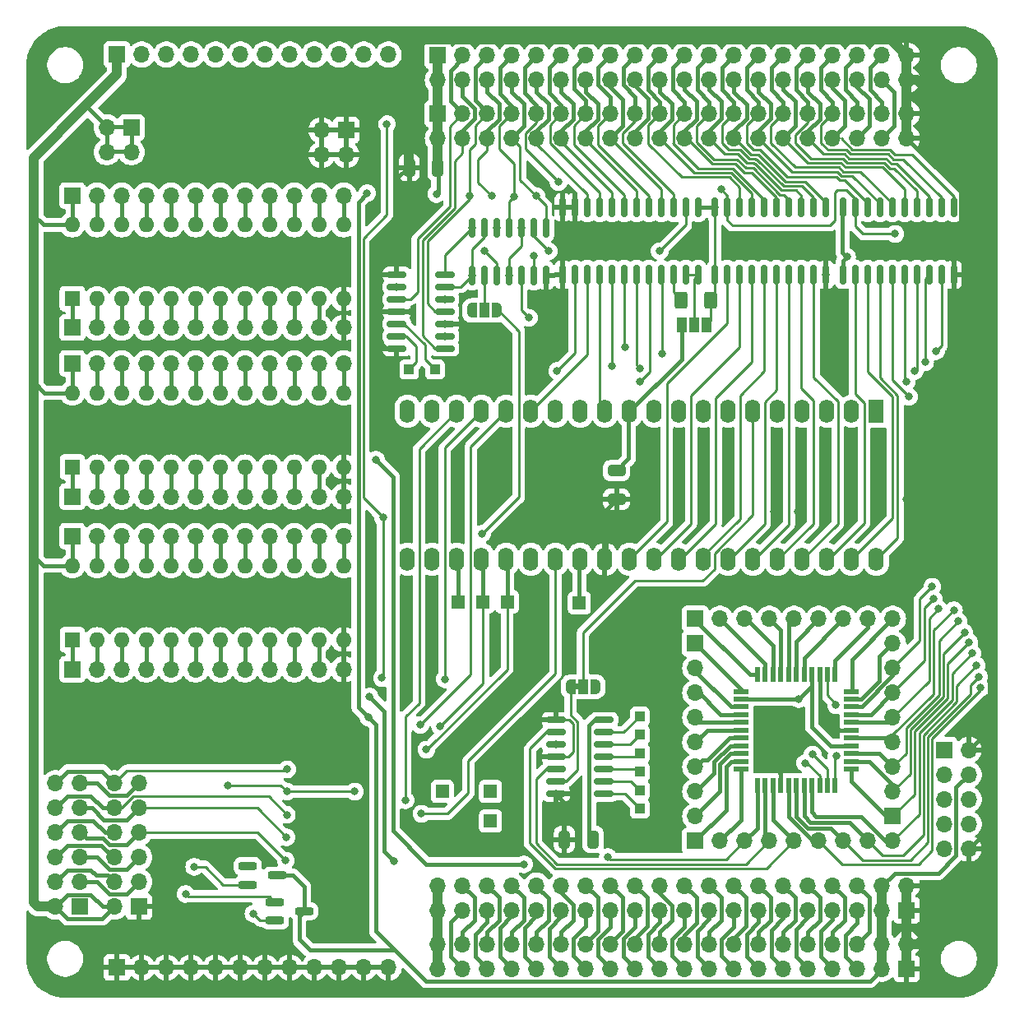
<source format=gbr>
%TF.GenerationSoftware,KiCad,Pcbnew,8.0.7-8.0.7-0~ubuntu22.04.1*%
%TF.CreationDate,2024-12-26T12:21:12+01:00*%
%TF.ProjectId,schematics_v10,73636865-6d61-4746-9963-735f7631302e,rev?*%
%TF.SameCoordinates,Original*%
%TF.FileFunction,Copper,L1,Top*%
%TF.FilePolarity,Positive*%
%FSLAX46Y46*%
G04 Gerber Fmt 4.6, Leading zero omitted, Abs format (unit mm)*
G04 Created by KiCad (PCBNEW 8.0.7-8.0.7-0~ubuntu22.04.1) date 2024-12-26 12:21:12*
%MOMM*%
%LPD*%
G01*
G04 APERTURE LIST*
G04 Aperture macros list*
%AMRoundRect*
0 Rectangle with rounded corners*
0 $1 Rounding radius*
0 $2 $3 $4 $5 $6 $7 $8 $9 X,Y pos of 4 corners*
0 Add a 4 corners polygon primitive as box body*
4,1,4,$2,$3,$4,$5,$6,$7,$8,$9,$2,$3,0*
0 Add four circle primitives for the rounded corners*
1,1,$1+$1,$2,$3*
1,1,$1+$1,$4,$5*
1,1,$1+$1,$6,$7*
1,1,$1+$1,$8,$9*
0 Add four rect primitives between the rounded corners*
20,1,$1+$1,$2,$3,$4,$5,0*
20,1,$1+$1,$4,$5,$6,$7,0*
20,1,$1+$1,$6,$7,$8,$9,0*
20,1,$1+$1,$8,$9,$2,$3,0*%
%AMFreePoly0*
4,1,19,0.550000,-0.750000,0.000000,-0.750000,0.000000,-0.744911,-0.071157,-0.744911,-0.207708,-0.704816,-0.327430,-0.627875,-0.420627,-0.520320,-0.479746,-0.390866,-0.500000,-0.250000,-0.500000,0.250000,-0.479746,0.390866,-0.420627,0.520320,-0.327430,0.627875,-0.207708,0.704816,-0.071157,0.744911,0.000000,0.744911,0.000000,0.750000,0.550000,0.750000,0.550000,-0.750000,0.550000,-0.750000,
$1*%
%AMFreePoly1*
4,1,19,0.000000,0.744911,0.071157,0.744911,0.207708,0.704816,0.327430,0.627875,0.420627,0.520320,0.479746,0.390866,0.500000,0.250000,0.500000,-0.250000,0.479746,-0.390866,0.420627,-0.520320,0.327430,-0.627875,0.207708,-0.704816,0.071157,-0.744911,0.000000,-0.744911,0.000000,-0.750000,-0.550000,-0.750000,-0.550000,0.750000,0.000000,0.750000,0.000000,0.744911,0.000000,0.744911,
$1*%
G04 Aperture macros list end*
%TA.AperFunction,EtchedComponent*%
%ADD10C,0.000000*%
%TD*%
%TA.AperFunction,ComponentPad*%
%ADD11R,1.350000X1.350000*%
%TD*%
%TA.AperFunction,ComponentPad*%
%ADD12R,1.000000X1.000000*%
%TD*%
%TA.AperFunction,SMDPad,CuDef*%
%ADD13RoundRect,0.150000X-0.825000X-0.150000X0.825000X-0.150000X0.825000X0.150000X-0.825000X0.150000X0*%
%TD*%
%TA.AperFunction,SMDPad,CuDef*%
%ADD14FreePoly0,0.000000*%
%TD*%
%TA.AperFunction,SMDPad,CuDef*%
%ADD15R,1.000000X1.500000*%
%TD*%
%TA.AperFunction,SMDPad,CuDef*%
%ADD16FreePoly1,0.000000*%
%TD*%
%TA.AperFunction,SMDPad,CuDef*%
%ADD17FreePoly0,180.000000*%
%TD*%
%TA.AperFunction,SMDPad,CuDef*%
%ADD18FreePoly1,180.000000*%
%TD*%
%TA.AperFunction,SMDPad,CuDef*%
%ADD19RoundRect,0.250000X-0.650000X0.325000X-0.650000X-0.325000X0.650000X-0.325000X0.650000X0.325000X0*%
%TD*%
%TA.AperFunction,ComponentPad*%
%ADD20R,1.600000X1.600000*%
%TD*%
%TA.AperFunction,ComponentPad*%
%ADD21O,1.600000X1.600000*%
%TD*%
%TA.AperFunction,ComponentPad*%
%ADD22R,1.700000X1.700000*%
%TD*%
%TA.AperFunction,ComponentPad*%
%ADD23O,1.700000X1.700000*%
%TD*%
%TA.AperFunction,SMDPad,CuDef*%
%ADD24RoundRect,0.150000X0.150000X-0.837500X0.150000X0.837500X-0.150000X0.837500X-0.150000X-0.837500X0*%
%TD*%
%TA.AperFunction,SMDPad,CuDef*%
%ADD25RoundRect,0.250000X0.325000X0.650000X-0.325000X0.650000X-0.325000X-0.650000X0.325000X-0.650000X0*%
%TD*%
%TA.AperFunction,SMDPad,CuDef*%
%ADD26RoundRect,0.200000X-0.750000X-0.200000X0.750000X-0.200000X0.750000X0.200000X-0.750000X0.200000X0*%
%TD*%
%TA.AperFunction,SMDPad,CuDef*%
%ADD27RoundRect,0.150000X0.150000X-0.825000X0.150000X0.825000X-0.150000X0.825000X-0.150000X-0.825000X0*%
%TD*%
%TA.AperFunction,SMDPad,CuDef*%
%ADD28RoundRect,0.250000X0.400000X0.625000X-0.400000X0.625000X-0.400000X-0.625000X0.400000X-0.625000X0*%
%TD*%
%TA.AperFunction,SMDPad,CuDef*%
%ADD29R,0.550000X1.500000*%
%TD*%
%TA.AperFunction,SMDPad,CuDef*%
%ADD30R,1.500000X0.550000*%
%TD*%
%TA.AperFunction,SMDPad,CuDef*%
%ADD31RoundRect,0.150000X-0.150000X0.837500X-0.150000X-0.837500X0.150000X-0.837500X0.150000X0.837500X0*%
%TD*%
%TA.AperFunction,ComponentPad*%
%ADD32R,1.600000X2.400000*%
%TD*%
%TA.AperFunction,ComponentPad*%
%ADD33O,1.600000X2.400000*%
%TD*%
%TA.AperFunction,ViaPad*%
%ADD34C,0.800000*%
%TD*%
%TA.AperFunction,Conductor*%
%ADD35C,0.250000*%
%TD*%
%TA.AperFunction,Conductor*%
%ADD36C,0.400000*%
%TD*%
%TA.AperFunction,Conductor*%
%ADD37C,1.000000*%
%TD*%
G04 APERTURE END LIST*
D10*
%TA.AperFunction,EtchedComponent*%
%TO.C,JP17*%
G36*
X106915000Y-118283000D02*
G01*
X106415000Y-118283000D01*
X106415000Y-117683000D01*
X106915000Y-117683000D01*
X106915000Y-118283000D01*
G37*
%TD.AperFunction*%
%TD*%
D11*
%TO.P,J30,1,Pin_1*%
%TO.N,/J36-3*%
X97790000Y-128778000D03*
%TD*%
%TO.P,J29,1,Pin_1*%
%TO.N,/J36-4*%
X97790000Y-131826000D03*
%TD*%
%TO.P,J28,1,Pin_1*%
%TO.N,/J36-8*%
X92837000Y-128778000D03*
%TD*%
D12*
%TO.P,J27,1,Pin_1*%
%TO.N,Net-(J27-Pin_1)*%
X113157000Y-126746000D03*
%TD*%
%TO.P,J19,1,Pin_1*%
%TO.N,Net-(J19-Pin_1)*%
X113157000Y-121031000D03*
%TD*%
%TO.P,J18,1,Pin_1*%
%TO.N,Net-(J18-Pin_1)*%
X113157000Y-130556000D03*
%TD*%
%TO.P,J17,1,Pin_1*%
%TO.N,Net-(J17-Pin_1)*%
X113157000Y-128651000D03*
%TD*%
%TO.P,J16,1,Pin_1*%
%TO.N,Net-(J16-Pin_1)*%
X113157000Y-124841000D03*
%TD*%
%TO.P,J9,1,Pin_1*%
%TO.N,Net-(J9-Pin_1)*%
X113157000Y-122936000D03*
%TD*%
D13*
%TO.P,U11,1*%
%TO.N,GND*%
X104524000Y-121412000D03*
%TO.P,U11,2*%
%TO.N,/ZZ3*%
X104524000Y-122682000D03*
%TO.P,U11,3*%
%TO.N,/~{PHI0}*%
X104524000Y-123952000D03*
%TO.P,U11,4*%
%TO.N,GND*%
X104524000Y-125222000D03*
%TO.P,U11,5*%
%TO.N,/PHI0_c*%
X104524000Y-126492000D03*
%TO.P,U11,6*%
%TO.N,/PHI0*%
X104524000Y-127762000D03*
%TO.P,U11,7,GND*%
%TO.N,GND*%
X104524000Y-129032000D03*
%TO.P,U11,8*%
%TO.N,Net-(J18-Pin_1)*%
X109474000Y-129032000D03*
%TO.P,U11,9*%
%TO.N,Net-(J17-Pin_1)*%
X109474000Y-127762000D03*
%TO.P,U11,10*%
%TO.N,Net-(J27-Pin_1)*%
X109474000Y-126492000D03*
%TO.P,U11,11*%
%TO.N,Net-(J16-Pin_1)*%
X109474000Y-125222000D03*
%TO.P,U11,12*%
%TO.N,Net-(J9-Pin_1)*%
X109474000Y-123952000D03*
%TO.P,U11,13*%
%TO.N,Net-(J19-Pin_1)*%
X109474000Y-122682000D03*
%TO.P,U11,14,VCC*%
%TO.N,/Buffers/VBuffer*%
X109474000Y-121412000D03*
%TD*%
D14*
%TO.P,JP17,1,A*%
%TO.N,/PHI0*%
X106015000Y-117983000D03*
D15*
%TO.P,JP17,2,C*%
%TO.N,/CPUCLK*%
X107315000Y-117983000D03*
D16*
%TO.P,JP17,3,B*%
%TO.N,/~{PHI0}*%
X108615000Y-117983000D03*
%TD*%
D17*
%TO.P,JP16,1,A*%
%TO.N,/ZZ23*%
X98455000Y-79248000D03*
D15*
%TO.P,JP16,2,C*%
%TO.N,/Buffers/R{slash}~{W}*%
X97155000Y-79248000D03*
D18*
%TO.P,JP16,3,B*%
%TO.N,/R{slash}~{W}*%
X95855000Y-79248000D03*
%TD*%
D11*
%TO.P,J15,1,Pin_1*%
%TO.N,Net-(J15-Pin_1)*%
X106934000Y-109347000D03*
%TD*%
%TO.P,J13,1,Pin_1*%
%TO.N,/ZZ28*%
X94484097Y-109250000D03*
%TD*%
%TO.P,J11,1,Pin_1*%
%TO.N,/ZZ30*%
X99500000Y-109250000D03*
%TD*%
%TO.P,J10,1,Pin_1*%
%TO.N,/ZZ29*%
X97000000Y-109250000D03*
%TD*%
D15*
%TO.P,JP8,1,A*%
%TO.N,+5V*%
X117450600Y-80777795D03*
%TO.P,JP8,2,C*%
%TO.N,Net-(JP8-C)*%
X118750600Y-80777795D03*
%TO.P,JP8,3,B*%
%TO.N,/Buffers/VBuffer*%
X120050600Y-80777795D03*
%TD*%
D19*
%TO.P,C5,1*%
%TO.N,+5V*%
X110750000Y-95750000D03*
%TO.P,C5,2*%
%TO.N,GND*%
X110750000Y-98700000D03*
%TD*%
D20*
%TO.P,J39,1,Pin_1*%
%TO.N,Net-(J38-Pin_1)*%
X54737000Y-113157000D03*
D21*
%TO.P,J39,2,Pin_2*%
%TO.N,Net-(J38-Pin_2)*%
X57277000Y-113157000D03*
%TO.P,J39,3,Pin_3*%
%TO.N,Net-(J38-Pin_3)*%
X59817000Y-113157000D03*
%TO.P,J39,4,Pin_4*%
%TO.N,Net-(J38-Pin_4)*%
X62357000Y-113157000D03*
%TO.P,J39,5,Pin_5*%
%TO.N,Net-(J38-Pin_5)*%
X64897000Y-113157000D03*
%TO.P,J39,6,Pin_6*%
%TO.N,Net-(J38-Pin_6)*%
X67437000Y-113157000D03*
%TO.P,J39,7,Pin_7*%
%TO.N,Net-(J38-Pin_7)*%
X69977000Y-113157000D03*
%TO.P,J39,8,Pin_8*%
%TO.N,Net-(J38-Pin_8)*%
X72517000Y-113157000D03*
%TO.P,J39,9,Pin_9*%
%TO.N,Net-(J38-Pin_9)*%
X75057000Y-113157000D03*
%TO.P,J39,10,Pin_10*%
%TO.N,Net-(J38-Pin_10)*%
X77597000Y-113157000D03*
%TO.P,J39,11,Pin_11*%
%TO.N,Net-(J38-Pin_11)*%
X80137000Y-113157000D03*
%TO.P,J39,12,Pin_12*%
%TO.N,GND*%
X82677000Y-113157000D03*
%TO.P,J39,13,Pin_13*%
%TO.N,Net-(J39-Pin_13)*%
X82677000Y-105537000D03*
%TO.P,J39,14,Pin_14*%
%TO.N,Net-(J39-Pin_14)*%
X80137000Y-105537000D03*
%TO.P,J39,15,Pin_15*%
%TO.N,Net-(J39-Pin_15)*%
X77597000Y-105537000D03*
%TO.P,J39,16,Pin_16*%
%TO.N,Net-(J39-Pin_16)*%
X75057000Y-105537000D03*
%TO.P,J39,17,Pin_17*%
%TO.N,Net-(J39-Pin_17)*%
X72517000Y-105537000D03*
%TO.P,J39,18,Pin_18*%
%TO.N,Net-(J39-Pin_18)*%
X69977000Y-105537000D03*
%TO.P,J39,19,Pin_19*%
%TO.N,Net-(J39-Pin_19)*%
X67437000Y-105537000D03*
%TO.P,J39,20,Pin_20*%
%TO.N,Net-(J39-Pin_20)*%
X64897000Y-105537000D03*
%TO.P,J39,21,Pin_21*%
%TO.N,Net-(J39-Pin_21)*%
X62357000Y-105537000D03*
%TO.P,J39,22,Pin_22*%
%TO.N,Net-(J39-Pin_22)*%
X59817000Y-105537000D03*
%TO.P,J39,23,Pin_23*%
%TO.N,Net-(J39-Pin_23)*%
X57277000Y-105537000D03*
%TO.P,J39,24,Pin_24*%
%TO.N,+5V*%
X54737000Y-105537000D03*
%TD*%
D22*
%TO.P,J8,1,Pin_1*%
%TO.N,/ZZ43*%
X118872000Y-133858000D03*
D23*
%TO.P,J8,2,Pin_2*%
%TO.N,/ZZ44*%
X121412000Y-133858000D03*
%TO.P,J8,3,Pin_3*%
%TO.N,/CLKF*%
X123952000Y-133858000D03*
%TO.P,J8,4,Pin_4*%
%TO.N,/PHI0_c*%
X126492000Y-133858000D03*
%TO.P,J8,5,Pin_5*%
%TO.N,/ZZ3*%
X129032000Y-133858000D03*
%TO.P,J8,6,Pin_6*%
%TO.N,/ZZ5*%
X131572000Y-133858000D03*
%TO.P,J8,7,Pin_7*%
%TO.N,/ZZ6*%
X134112000Y-133858000D03*
%TO.P,J8,8,Pin_8*%
%TO.N,/DDIR*%
X136652000Y-133858000D03*
%TO.P,J8,9,Pin_9*%
%TO.N,/ZZ8*%
X139192000Y-133858000D03*
%TD*%
D22*
%TO.P,J36,1,Pin_1*%
%TO.N,GND*%
X61595000Y-140627000D03*
D23*
%TO.P,J36,2,Pin_2*%
%TO.N,+5V*%
X59055000Y-140627000D03*
%TO.P,J36,3,Pin_3*%
%TO.N,/J36-3*%
X61595000Y-138087000D03*
%TO.P,J36,4,Pin_4*%
%TO.N,/J36-4*%
X59055000Y-138087000D03*
%TO.P,J36,5,Pin_5*%
%TO.N,/J36-5*%
X61595000Y-135547000D03*
%TO.P,J36,6,Pin_6*%
%TO.N,/J36-6*%
X59055000Y-135547000D03*
%TO.P,J36,7,Pin_7*%
%TO.N,/ZZ30*%
X61595000Y-133007000D03*
%TO.P,J36,8,Pin_8*%
%TO.N,/J36-8*%
X59055000Y-133007000D03*
%TO.P,J36,9,Pin_9*%
%TO.N,/~{NMI}*%
X61595000Y-130467000D03*
%TO.P,J36,10,Pin_10*%
%TO.N,/~{IRQ}*%
X59055000Y-130467000D03*
%TO.P,J36,11,Pin_11*%
%TO.N,/J36-11*%
X61595000Y-127927000D03*
%TO.P,J36,12,Pin_12*%
%TO.N,/~{RST}*%
X59055000Y-127927000D03*
%TD*%
D22*
%TO.P,J1,1,Pin_1*%
%TO.N,+5V*%
X92367000Y-53000000D03*
D23*
%TO.P,J1,2,Pin_2*%
X92367000Y-55540000D03*
%TO.P,J1,3,Pin_3*%
%TO.N,/PH1*%
X94907000Y-53000000D03*
%TO.P,J1,4,Pin_4*%
%TO.N,/PH2*%
X94907000Y-55540000D03*
%TO.P,J1,5,Pin_5*%
%TO.N,/~{IORD}*%
X97447000Y-53000000D03*
%TO.P,J1,6,Pin_6*%
%TO.N,/R{slash}~{W}_e*%
X97447000Y-55540000D03*
%TO.P,J1,7,Pin_7*%
%TO.N,/~{MRD}*%
X99987000Y-53000000D03*
%TO.P,J1,8,Pin_8*%
%TO.N,/~{MWR}*%
X99987000Y-55540000D03*
%TO.P,J1,9,Pin_9*%
%TO.N,/~{IOWR}*%
X102527000Y-53000000D03*
%TO.P,J1,10,Pin_10*%
%TO.N,/DB0*%
X102527000Y-55540000D03*
%TO.P,J1,11,Pin_11*%
%TO.N,/DB1*%
X105067000Y-53000000D03*
%TO.P,J1,12,Pin_12*%
%TO.N,/DB2*%
X105067000Y-55540000D03*
%TO.P,J1,13,Pin_13*%
%TO.N,/DB3*%
X107607000Y-53000000D03*
%TO.P,J1,14,Pin_14*%
%TO.N,/DB4*%
X107607000Y-55540000D03*
%TO.P,J1,15,Pin_15*%
%TO.N,/DB5*%
X110147000Y-53000000D03*
%TO.P,J1,16,Pin_16*%
%TO.N,/DB6*%
X110147000Y-55540000D03*
%TO.P,J1,17,Pin_17*%
%TO.N,/DB7*%
X112687000Y-53000000D03*
%TO.P,J1,18,Pin_18*%
%TO.N,/~{RST}*%
X112687000Y-55540000D03*
%TO.P,J1,19,Pin_19*%
%TO.N,/A0*%
X115227000Y-53000000D03*
%TO.P,J1,20,Pin_20*%
%TO.N,/A1*%
X115227000Y-55540000D03*
%TO.P,J1,21,Pin_21*%
%TO.N,/A2*%
X117767000Y-53000000D03*
%TO.P,J1,22,Pin_22*%
%TO.N,/A3*%
X117767000Y-55540000D03*
%TO.P,J1,23,Pin_23*%
%TO.N,/A4*%
X120307000Y-53000000D03*
%TO.P,J1,24,Pin_24*%
%TO.N,/A5*%
X120307000Y-55540000D03*
%TO.P,J1,25,Pin_25*%
%TO.N,/A6*%
X122847000Y-53000000D03*
%TO.P,J1,26,Pin_26*%
%TO.N,/A7*%
X122847000Y-55540000D03*
%TO.P,J1,27,Pin_27*%
%TO.N,/A8*%
X125387000Y-53000000D03*
%TO.P,J1,28,Pin_28*%
%TO.N,/A9*%
X125387000Y-55540000D03*
%TO.P,J1,29,Pin_29*%
%TO.N,/A10*%
X127927000Y-53000000D03*
%TO.P,J1,30,Pin_30*%
%TO.N,/A11*%
X127927000Y-55540000D03*
%TO.P,J1,31,Pin_31*%
%TO.N,/A12*%
X130467000Y-53000000D03*
%TO.P,J1,32,Pin_32*%
%TO.N,/A13*%
X130467000Y-55540000D03*
%TO.P,J1,33,Pin_33*%
%TO.N,/A14*%
X133007000Y-53000000D03*
%TO.P,J1,34,Pin_34*%
%TO.N,/A15*%
X133007000Y-55540000D03*
%TO.P,J1,35,Pin_35*%
%TO.N,/Bus/A16*%
X135547000Y-53000000D03*
%TO.P,J1,36,Pin_36*%
%TO.N,/Bus/A17*%
X135547000Y-55540000D03*
%TO.P,J1,37,Pin_37*%
%TO.N,/Bus/A18*%
X138087000Y-53000000D03*
%TO.P,J1,38,Pin_38*%
%TO.N,/Bus/A19*%
X138087000Y-55540000D03*
%TO.P,J1,39,Pin_39*%
%TO.N,GND*%
X140627000Y-53000000D03*
%TO.P,J1,40,Pin_40*%
X140627000Y-55540000D03*
%TD*%
D12*
%TO.P,J14,1,Pin_1*%
%TO.N,Net-(J14-Pin_1)*%
X89408000Y-85344000D03*
%TD*%
D24*
%TO.P,U3,1,A->B*%
%TO.N,/Buffers/VBuffer*%
X134053172Y-75556218D03*
%TO.P,U3,2,A0*%
%TO.N,/CA8*%
X135323172Y-75556218D03*
%TO.P,U3,3,A1*%
%TO.N,/CA9*%
X136593172Y-75556218D03*
%TO.P,U3,4,A2*%
%TO.N,/CA10*%
X137863172Y-75556218D03*
%TO.P,U3,5,A3*%
%TO.N,/CA11*%
X139133172Y-75556218D03*
%TO.P,U3,6,A4*%
%TO.N,/CA12*%
X140403172Y-75556218D03*
%TO.P,U3,7,A5*%
%TO.N,/CA13*%
X141673172Y-75556218D03*
%TO.P,U3,8,A6*%
%TO.N,/CA14*%
X142943172Y-75556218D03*
%TO.P,U3,9,A7*%
%TO.N,/CA15*%
X144213172Y-75556218D03*
%TO.P,U3,10,GND*%
%TO.N,GND*%
X145483172Y-75556218D03*
%TO.P,U3,11,B7*%
%TO.N,/A15*%
X145483172Y-68631218D03*
%TO.P,U3,12,B6*%
%TO.N,/A14*%
X144213172Y-68631218D03*
%TO.P,U3,13,B5*%
%TO.N,/A13*%
X142943172Y-68631218D03*
%TO.P,U3,14,B4*%
%TO.N,/A12*%
X141673172Y-68631218D03*
%TO.P,U3,15,B3*%
%TO.N,/A11*%
X140403172Y-68631218D03*
%TO.P,U3,16,B2*%
%TO.N,/A10*%
X139133172Y-68631218D03*
%TO.P,U3,17,B1*%
%TO.N,/A9*%
X137863172Y-68631218D03*
%TO.P,U3,18,B0*%
%TO.N,/A8*%
X136593172Y-68631218D03*
%TO.P,U3,19,CE*%
%TO.N,/ZZ5*%
X135323172Y-68631218D03*
%TO.P,U3,20,VCC*%
%TO.N,/Buffers/VBuffer*%
X134053172Y-68631218D03*
%TD*%
D22*
%TO.P,J5,1,Pin_1*%
%TO.N,/ZZ33*%
X118872000Y-110998000D03*
D23*
%TO.P,J5,2,Pin_2*%
%TO.N,/ZZ32*%
X121412000Y-110998000D03*
%TO.P,J5,3,Pin_3*%
%TO.N,/ZZ31*%
X123952000Y-110998000D03*
%TO.P,J5,4,Pin_4*%
%TO.N,/ZZ30*%
X126492000Y-110998000D03*
%TO.P,J5,5,Pin_5*%
%TO.N,/ZZ29*%
X129032000Y-110998000D03*
%TO.P,J5,6,Pin_6*%
%TO.N,/ZZ28*%
X131572000Y-110998000D03*
%TO.P,J5,7,Pin_7*%
%TO.N,/ZZ27*%
X134112000Y-110998000D03*
%TO.P,J5,8,Pin_8*%
%TO.N,/ZZ23*%
X136652000Y-110998000D03*
%TO.P,J5,9,Pin_9*%
%TO.N,/ZZ22*%
X139192000Y-110998000D03*
%TD*%
D22*
%TO.P,J4,1,Pin_1*%
%TO.N,GND*%
X140627000Y-141000000D03*
D23*
%TO.P,J4,2,Pin_2*%
X140627000Y-138460000D03*
%TO.P,J4,3,Pin_3*%
%TO.N,+3V3*%
X138087000Y-141000000D03*
%TO.P,J4,4,Pin_4*%
X138087000Y-138460000D03*
%TO.P,J4,5,Pin_5*%
%TO.N,/Bus/~{CE_EXT1}*%
X135547000Y-141000000D03*
%TO.P,J4,6,Pin_6*%
%TO.N,/Bus/~{CE_EXT0}*%
X135547000Y-138460000D03*
%TO.P,J4,7,Pin_7*%
%TO.N,/Bus/~{CE_EXT3}*%
X133007000Y-141000000D03*
%TO.P,J4,8,Pin_8*%
%TO.N,/Bus/~{CE_EXT2}*%
X133007000Y-138460000D03*
%TO.P,J4,9,Pin_9*%
%TO.N,/Bus/~{CE_EXT5}*%
X130467000Y-141000000D03*
%TO.P,J4,10,Pin_10*%
%TO.N,/Bus/~{CE_EXT4}*%
X130467000Y-138460000D03*
%TO.P,J4,11,Pin_11*%
%TO.N,/Bus/~{CE_EXT7}*%
X127927000Y-141000000D03*
%TO.P,J4,12,Pin_12*%
%TO.N,/Bus/~{CE_EXT6}*%
X127927000Y-138460000D03*
%TO.P,J4,13,Pin_13*%
%TO.N,/Bus/~{CE_EXT9}*%
X125387000Y-141000000D03*
%TO.P,J4,14,Pin_14*%
%TO.N,/Bus/~{CE_EXT8}*%
X125387000Y-138460000D03*
%TO.P,J4,15,Pin_15*%
%TO.N,/Bus/~{CE_EXT11}*%
X122847000Y-141000000D03*
%TO.P,J4,16,Pin_16*%
%TO.N,/Bus/~{CE_EXT10}*%
X122847000Y-138460000D03*
%TO.P,J4,17,Pin_17*%
%TO.N,/Bus/~{CE_EXT13}*%
X120307000Y-141000000D03*
%TO.P,J4,18,Pin_18*%
%TO.N,/Bus/~{CE_EXT12}*%
X120307000Y-138460000D03*
%TO.P,J4,19,Pin_19*%
%TO.N,/Bus/RES4*%
X117767000Y-141000000D03*
%TO.P,J4,20,Pin_20*%
%TO.N,/Bus/RES5*%
X117767000Y-138460000D03*
%TO.P,J4,21,Pin_21*%
%TO.N,/Bus/RES2*%
X115227000Y-141000000D03*
%TO.P,J4,22,Pin_22*%
%TO.N,/Bus/RES3*%
X115227000Y-138460000D03*
%TO.P,J4,23,Pin_23*%
%TO.N,/RES0*%
X112687000Y-141000000D03*
%TO.P,J4,24,Pin_24*%
%TO.N,/RES1*%
X112687000Y-138460000D03*
%TO.P,J4,25,Pin_25*%
%TO.N,/Bus/CLK1*%
X110147000Y-141000000D03*
%TO.P,J4,26,Pin_26*%
%TO.N,/ZZ43*%
X110147000Y-138460000D03*
%TO.P,J4,27,Pin_27*%
%TO.N,/CLKF*%
X107607000Y-141000000D03*
%TO.P,J4,28,Pin_28*%
%TO.N,/CLKS*%
X107607000Y-138460000D03*
%TO.P,J4,29,Pin_29*%
%TO.N,/~{PHI0}*%
X105067000Y-141000000D03*
%TO.P,J4,30,Pin_30*%
%TO.N,/PHI0*%
X105067000Y-138460000D03*
%TO.P,J4,31,Pin_31*%
%TO.N,/Bus/SDA*%
X102527000Y-141000000D03*
%TO.P,J4,32,Pin_32*%
%TO.N,/Bus/SCL*%
X102527000Y-138460000D03*
%TO.P,J4,33,Pin_33*%
%TO.N,/Bus/TX1*%
X99987000Y-141000000D03*
%TO.P,J4,34,Pin_34*%
%TO.N,/Bus/RX1*%
X99987000Y-138460000D03*
%TO.P,J4,35,Pin_35*%
%TO.N,/Bus/TX0*%
X97447000Y-141000000D03*
%TO.P,J4,36,Pin_36*%
%TO.N,/Bus/RX0*%
X97447000Y-138460000D03*
%TO.P,J4,37,Pin_37*%
%TO.N,/Bus/TXSTM*%
X94907000Y-141000000D03*
%TO.P,J4,38,Pin_38*%
%TO.N,/Bus/RXSTM*%
X94907000Y-138460000D03*
%TO.P,J4,39,Pin_39*%
%TO.N,+5VA*%
X92367000Y-141000000D03*
%TO.P,J4,40,Pin_40*%
X92367000Y-138460000D03*
%TD*%
D20*
%TO.P,J25,1,Pin_1*%
%TO.N,Net-(J23-Pin_1)*%
X54737000Y-95377000D03*
D21*
%TO.P,J25,2,Pin_2*%
%TO.N,Net-(J23-Pin_2)*%
X57277000Y-95377000D03*
%TO.P,J25,3,Pin_3*%
%TO.N,Net-(J23-Pin_3)*%
X59817000Y-95377000D03*
%TO.P,J25,4,Pin_4*%
%TO.N,Net-(J23-Pin_4)*%
X62357000Y-95377000D03*
%TO.P,J25,5,Pin_5*%
%TO.N,Net-(J23-Pin_5)*%
X64897000Y-95377000D03*
%TO.P,J25,6,Pin_6*%
%TO.N,Net-(J23-Pin_6)*%
X67437000Y-95377000D03*
%TO.P,J25,7,Pin_7*%
%TO.N,Net-(J23-Pin_7)*%
X69977000Y-95377000D03*
%TO.P,J25,8,Pin_8*%
%TO.N,Net-(J23-Pin_8)*%
X72517000Y-95377000D03*
%TO.P,J25,9,Pin_9*%
%TO.N,Net-(J23-Pin_9)*%
X75057000Y-95377000D03*
%TO.P,J25,10,Pin_10*%
%TO.N,Net-(J23-Pin_10)*%
X77597000Y-95377000D03*
%TO.P,J25,11,Pin_11*%
%TO.N,Net-(J23-Pin_11)*%
X80137000Y-95377000D03*
%TO.P,J25,12,Pin_12*%
%TO.N,GND*%
X82677000Y-95377000D03*
%TO.P,J25,13,Pin_13*%
%TO.N,Net-(J25-Pin_13)*%
X82677000Y-87757000D03*
%TO.P,J25,14,Pin_14*%
%TO.N,Net-(J25-Pin_14)*%
X80137000Y-87757000D03*
%TO.P,J25,15,Pin_15*%
%TO.N,Net-(J25-Pin_15)*%
X77597000Y-87757000D03*
%TO.P,J25,16,Pin_16*%
%TO.N,Net-(J25-Pin_16)*%
X75057000Y-87757000D03*
%TO.P,J25,17,Pin_17*%
%TO.N,Net-(J25-Pin_17)*%
X72517000Y-87757000D03*
%TO.P,J25,18,Pin_18*%
%TO.N,Net-(J25-Pin_18)*%
X69977000Y-87757000D03*
%TO.P,J25,19,Pin_19*%
%TO.N,Net-(J25-Pin_19)*%
X67437000Y-87757000D03*
%TO.P,J25,20,Pin_20*%
%TO.N,Net-(J25-Pin_20)*%
X64897000Y-87757000D03*
%TO.P,J25,21,Pin_21*%
%TO.N,Net-(J25-Pin_21)*%
X62357000Y-87757000D03*
%TO.P,J25,22,Pin_22*%
%TO.N,Net-(J25-Pin_22)*%
X59817000Y-87757000D03*
%TO.P,J25,23,Pin_23*%
%TO.N,Net-(J25-Pin_23)*%
X57277000Y-87757000D03*
%TO.P,J25,24,Pin_24*%
%TO.N,+5V*%
X54737000Y-87757000D03*
%TD*%
D25*
%TO.P,C4,1*%
%TO.N,/Buffers/VBuffer*%
X108343800Y-133705600D03*
%TO.P,C4,2*%
%TO.N,GND*%
X105393800Y-133705600D03*
%TD*%
D20*
%TO.P,J24,1,Pin_1*%
%TO.N,Net-(J22-Pin_1)*%
X54732000Y-78049000D03*
D21*
%TO.P,J24,2,Pin_2*%
%TO.N,Net-(J22-Pin_2)*%
X57272000Y-78049000D03*
%TO.P,J24,3,Pin_3*%
%TO.N,Net-(J22-Pin_3)*%
X59812000Y-78049000D03*
%TO.P,J24,4,Pin_4*%
%TO.N,Net-(J22-Pin_4)*%
X62352000Y-78049000D03*
%TO.P,J24,5,Pin_5*%
%TO.N,Net-(J22-Pin_5)*%
X64892000Y-78049000D03*
%TO.P,J24,6,Pin_6*%
%TO.N,Net-(J22-Pin_6)*%
X67432000Y-78049000D03*
%TO.P,J24,7,Pin_7*%
%TO.N,Net-(J22-Pin_7)*%
X69972000Y-78049000D03*
%TO.P,J24,8,Pin_8*%
%TO.N,Net-(J22-Pin_8)*%
X72512000Y-78049000D03*
%TO.P,J24,9,Pin_9*%
%TO.N,Net-(J22-Pin_9)*%
X75052000Y-78049000D03*
%TO.P,J24,10,Pin_10*%
%TO.N,Net-(J22-Pin_10)*%
X77592000Y-78049000D03*
%TO.P,J24,11,Pin_11*%
%TO.N,Net-(J22-Pin_11)*%
X80132000Y-78049000D03*
%TO.P,J24,12,Pin_12*%
%TO.N,GND*%
X82672000Y-78049000D03*
%TO.P,J24,13,Pin_13*%
%TO.N,Net-(J24-Pin_13)*%
X82672000Y-70429000D03*
%TO.P,J24,14,Pin_14*%
%TO.N,Net-(J24-Pin_14)*%
X80132000Y-70429000D03*
%TO.P,J24,15,Pin_15*%
%TO.N,Net-(J24-Pin_15)*%
X77592000Y-70429000D03*
%TO.P,J24,16,Pin_16*%
%TO.N,Net-(J24-Pin_16)*%
X75052000Y-70429000D03*
%TO.P,J24,17,Pin_17*%
%TO.N,Net-(J24-Pin_17)*%
X72512000Y-70429000D03*
%TO.P,J24,18,Pin_18*%
%TO.N,Net-(J24-Pin_18)*%
X69972000Y-70429000D03*
%TO.P,J24,19,Pin_19*%
%TO.N,Net-(J24-Pin_19)*%
X67432000Y-70429000D03*
%TO.P,J24,20,Pin_20*%
%TO.N,Net-(J24-Pin_20)*%
X64892000Y-70429000D03*
%TO.P,J24,21,Pin_21*%
%TO.N,Net-(J24-Pin_21)*%
X62352000Y-70429000D03*
%TO.P,J24,22,Pin_22*%
%TO.N,Net-(J24-Pin_22)*%
X59812000Y-70429000D03*
%TO.P,J24,23,Pin_23*%
%TO.N,Net-(J24-Pin_23)*%
X57272000Y-70429000D03*
%TO.P,J24,24,Pin_24*%
%TO.N,+5V*%
X54732000Y-70429000D03*
%TD*%
D22*
%TO.P,J37,1,Pin_1*%
%TO.N,GND*%
X55540000Y-140627000D03*
D23*
%TO.P,J37,2,Pin_2*%
%TO.N,+5V*%
X53000000Y-140627000D03*
%TO.P,J37,3,Pin_3*%
%TO.N,/J36-3*%
X55540000Y-138087000D03*
%TO.P,J37,4,Pin_4*%
%TO.N,/J36-4*%
X53000000Y-138087000D03*
%TO.P,J37,5,Pin_5*%
%TO.N,/J36-5*%
X55540000Y-135547000D03*
%TO.P,J37,6,Pin_6*%
%TO.N,/J36-6*%
X53000000Y-135547000D03*
%TO.P,J37,7,Pin_7*%
%TO.N,/ZZ30*%
X55540000Y-133007000D03*
%TO.P,J37,8,Pin_8*%
%TO.N,/J36-8*%
X53000000Y-133007000D03*
%TO.P,J37,9,Pin_9*%
%TO.N,/~{NMI}*%
X55540000Y-130467000D03*
%TO.P,J37,10,Pin_10*%
%TO.N,/~{IRQ}*%
X53000000Y-130467000D03*
%TO.P,J37,11,Pin_11*%
%TO.N,/J36-11*%
X55540000Y-127927000D03*
%TO.P,J37,12,Pin_12*%
%TO.N,/~{RST}*%
X53000000Y-127927000D03*
%TD*%
D22*
%TO.P,J40,1,Pin_1*%
%TO.N,+5V*%
X54737000Y-102489000D03*
D23*
%TO.P,J40,2,Pin_2*%
%TO.N,Net-(J39-Pin_23)*%
X57277000Y-102489000D03*
%TO.P,J40,3,Pin_3*%
%TO.N,Net-(J39-Pin_22)*%
X59817000Y-102489000D03*
%TO.P,J40,4,Pin_4*%
%TO.N,Net-(J39-Pin_21)*%
X62357000Y-102489000D03*
%TO.P,J40,5,Pin_5*%
%TO.N,Net-(J39-Pin_20)*%
X64897000Y-102489000D03*
%TO.P,J40,6,Pin_6*%
%TO.N,Net-(J39-Pin_19)*%
X67437000Y-102489000D03*
%TO.P,J40,7,Pin_7*%
%TO.N,Net-(J39-Pin_18)*%
X69977000Y-102489000D03*
%TO.P,J40,8,Pin_8*%
%TO.N,Net-(J39-Pin_17)*%
X72517000Y-102489000D03*
%TO.P,J40,9,Pin_9*%
%TO.N,Net-(J39-Pin_16)*%
X75057000Y-102489000D03*
%TO.P,J40,10,Pin_10*%
%TO.N,Net-(J39-Pin_15)*%
X77597000Y-102489000D03*
%TO.P,J40,11,Pin_11*%
%TO.N,Net-(J39-Pin_14)*%
X80137000Y-102489000D03*
%TO.P,J40,12,Pin_12*%
%TO.N,Net-(J39-Pin_13)*%
X82677000Y-102489000D03*
%TD*%
D22*
%TO.P,J23,1,Pin_1*%
%TO.N,Net-(J23-Pin_1)*%
X54737000Y-98425000D03*
D23*
%TO.P,J23,2,Pin_2*%
%TO.N,Net-(J23-Pin_2)*%
X57277000Y-98425000D03*
%TO.P,J23,3,Pin_3*%
%TO.N,Net-(J23-Pin_3)*%
X59817000Y-98425000D03*
%TO.P,J23,4,Pin_4*%
%TO.N,Net-(J23-Pin_4)*%
X62357000Y-98425000D03*
%TO.P,J23,5,Pin_5*%
%TO.N,Net-(J23-Pin_5)*%
X64897000Y-98425000D03*
%TO.P,J23,6,Pin_6*%
%TO.N,Net-(J23-Pin_6)*%
X67437000Y-98425000D03*
%TO.P,J23,7,Pin_7*%
%TO.N,Net-(J23-Pin_7)*%
X69977000Y-98425000D03*
%TO.P,J23,8,Pin_8*%
%TO.N,Net-(J23-Pin_8)*%
X72517000Y-98425000D03*
%TO.P,J23,9,Pin_9*%
%TO.N,Net-(J23-Pin_9)*%
X75057000Y-98425000D03*
%TO.P,J23,10,Pin_10*%
%TO.N,Net-(J23-Pin_10)*%
X77597000Y-98425000D03*
%TO.P,J23,11,Pin_11*%
%TO.N,Net-(J23-Pin_11)*%
X80137000Y-98425000D03*
%TO.P,J23,12,Pin_12*%
%TO.N,GND*%
X82677000Y-98425000D03*
%TD*%
D22*
%TO.P,J41,1,Pin_1*%
%TO.N,+5V*%
X60833000Y-60414000D03*
D23*
%TO.P,J41,2,Pin_2*%
X58293000Y-60414000D03*
%TO.P,J41,3,Pin_3*%
X60833000Y-62954000D03*
%TO.P,J41,4,Pin_4*%
X58293000Y-62954000D03*
%TD*%
D22*
%TO.P,J20,1,Pin_1*%
%TO.N,GND*%
X59340000Y-146893995D03*
D23*
%TO.P,J20,2,Pin_2*%
X61880000Y-146893995D03*
%TO.P,J20,3,Pin_3*%
X64420000Y-146893995D03*
%TO.P,J20,4,Pin_4*%
X66960000Y-146893995D03*
%TO.P,J20,5,Pin_5*%
X69500000Y-146893995D03*
%TO.P,J20,6,Pin_6*%
X72040000Y-146893995D03*
%TO.P,J20,7,Pin_7*%
X74580000Y-146893995D03*
%TO.P,J20,8,Pin_8*%
X77120000Y-146893995D03*
%TO.P,J20,9,Pin_9*%
X79660000Y-146893995D03*
%TO.P,J20,10,Pin_10*%
X82200000Y-146893995D03*
%TO.P,J20,11,Pin_11*%
X84740000Y-146893995D03*
%TO.P,J20,12,Pin_12*%
X87280000Y-146893995D03*
%TD*%
D22*
%TO.P,J2,1,Pin_1*%
%TO.N,GND*%
X140627000Y-147000000D03*
D23*
%TO.P,J2,2,Pin_2*%
X140627000Y-144460000D03*
%TO.P,J2,3,Pin_3*%
%TO.N,+3V3*%
X138087000Y-147000000D03*
%TO.P,J2,4,Pin_4*%
X138087000Y-144460000D03*
%TO.P,J2,5,Pin_5*%
%TO.N,/Bus/~{CE_EXT1}*%
X135547000Y-147000000D03*
%TO.P,J2,6,Pin_6*%
%TO.N,/Bus/~{CE_EXT0}*%
X135547000Y-144460000D03*
%TO.P,J2,7,Pin_7*%
%TO.N,/Bus/~{CE_EXT3}*%
X133007000Y-147000000D03*
%TO.P,J2,8,Pin_8*%
%TO.N,/Bus/~{CE_EXT2}*%
X133007000Y-144460000D03*
%TO.P,J2,9,Pin_9*%
%TO.N,/Bus/~{CE_EXT5}*%
X130467000Y-147000000D03*
%TO.P,J2,10,Pin_10*%
%TO.N,/Bus/~{CE_EXT4}*%
X130467000Y-144460000D03*
%TO.P,J2,11,Pin_11*%
%TO.N,/Bus/~{CE_EXT7}*%
X127927000Y-147000000D03*
%TO.P,J2,12,Pin_12*%
%TO.N,/Bus/~{CE_EXT6}*%
X127927000Y-144460000D03*
%TO.P,J2,13,Pin_13*%
%TO.N,/Bus/~{CE_EXT9}*%
X125387000Y-147000000D03*
%TO.P,J2,14,Pin_14*%
%TO.N,/Bus/~{CE_EXT8}*%
X125387000Y-144460000D03*
%TO.P,J2,15,Pin_15*%
%TO.N,/Bus/~{CE_EXT11}*%
X122847000Y-147000000D03*
%TO.P,J2,16,Pin_16*%
%TO.N,/Bus/~{CE_EXT10}*%
X122847000Y-144460000D03*
%TO.P,J2,17,Pin_17*%
%TO.N,/Bus/~{CE_EXT13}*%
X120307000Y-147000000D03*
%TO.P,J2,18,Pin_18*%
%TO.N,/Bus/~{CE_EXT12}*%
X120307000Y-144460000D03*
%TO.P,J2,19,Pin_19*%
%TO.N,/Bus/RES4*%
X117767000Y-147000000D03*
%TO.P,J2,20,Pin_20*%
%TO.N,/Bus/RES5*%
X117767000Y-144460000D03*
%TO.P,J2,21,Pin_21*%
%TO.N,/Bus/RES2*%
X115227000Y-147000000D03*
%TO.P,J2,22,Pin_22*%
%TO.N,/Bus/RES3*%
X115227000Y-144460000D03*
%TO.P,J2,23,Pin_23*%
%TO.N,/RES0*%
X112687000Y-147000000D03*
%TO.P,J2,24,Pin_24*%
%TO.N,/RES1*%
X112687000Y-144460000D03*
%TO.P,J2,25,Pin_25*%
%TO.N,/Bus/CLK1*%
X110147000Y-147000000D03*
%TO.P,J2,26,Pin_26*%
%TO.N,/ZZ43*%
X110147000Y-144460000D03*
%TO.P,J2,27,Pin_27*%
%TO.N,/CLKF*%
X107607000Y-147000000D03*
%TO.P,J2,28,Pin_28*%
%TO.N,/CLKS*%
X107607000Y-144460000D03*
%TO.P,J2,29,Pin_29*%
%TO.N,/~{PHI0}*%
X105067000Y-147000000D03*
%TO.P,J2,30,Pin_30*%
%TO.N,/PHI0*%
X105067000Y-144460000D03*
%TO.P,J2,31,Pin_31*%
%TO.N,/Bus/SDA*%
X102527000Y-147000000D03*
%TO.P,J2,32,Pin_32*%
%TO.N,/Bus/SCL*%
X102527000Y-144460000D03*
%TO.P,J2,33,Pin_33*%
%TO.N,/Bus/TX1*%
X99987000Y-147000000D03*
%TO.P,J2,34,Pin_34*%
%TO.N,/Bus/RX1*%
X99987000Y-144460000D03*
%TO.P,J2,35,Pin_35*%
%TO.N,/Bus/TX0*%
X97447000Y-147000000D03*
%TO.P,J2,36,Pin_36*%
%TO.N,/Bus/RX0*%
X97447000Y-144460000D03*
%TO.P,J2,37,Pin_37*%
%TO.N,/Bus/TXSTM*%
X94907000Y-147000000D03*
%TO.P,J2,38,Pin_38*%
%TO.N,/Bus/RXSTM*%
X94907000Y-144460000D03*
%TO.P,J2,39,Pin_39*%
%TO.N,+5VA*%
X92367000Y-147000000D03*
%TO.P,J2,40,Pin_40*%
X92367000Y-144460000D03*
%TD*%
D22*
%TO.P,J6,1,Pin_1*%
%TO.N,/ZZ12*%
X139192000Y-131318000D03*
D23*
%TO.P,J6,2,Pin_2*%
%TO.N,/ZZ13*%
X139192000Y-128778000D03*
%TO.P,J6,3,Pin_3*%
%TO.N,/R{slash}~{W}*%
X139192000Y-126238000D03*
%TO.P,J6,4,Pin_4*%
%TO.N,/ZZ16*%
X139192000Y-123698000D03*
%TO.P,J6,5,Pin_5*%
%TO.N,/PH2c*%
X139192000Y-121158000D03*
%TO.P,J6,6,Pin_6*%
%TO.N,/PH1c*%
X139192000Y-118618000D03*
%TO.P,J6,7,Pin_7*%
%TO.N,/ZZ20*%
X139192000Y-116078000D03*
%TO.P,J6,8,Pin_8*%
%TO.N,/ZZ21*%
X139192000Y-113538000D03*
%TD*%
D22*
%TO.P,J26,1,Pin_1*%
%TO.N,+5V*%
X54737000Y-67437000D03*
D23*
%TO.P,J26,2,Pin_2*%
%TO.N,Net-(J24-Pin_23)*%
X57277000Y-67437000D03*
%TO.P,J26,3,Pin_3*%
%TO.N,Net-(J24-Pin_22)*%
X59817000Y-67437000D03*
%TO.P,J26,4,Pin_4*%
%TO.N,Net-(J24-Pin_21)*%
X62357000Y-67437000D03*
%TO.P,J26,5,Pin_5*%
%TO.N,Net-(J24-Pin_20)*%
X64897000Y-67437000D03*
%TO.P,J26,6,Pin_6*%
%TO.N,Net-(J24-Pin_19)*%
X67437000Y-67437000D03*
%TO.P,J26,7,Pin_7*%
%TO.N,Net-(J24-Pin_18)*%
X69977000Y-67437000D03*
%TO.P,J26,8,Pin_8*%
%TO.N,Net-(J24-Pin_17)*%
X72517000Y-67437000D03*
%TO.P,J26,9,Pin_9*%
%TO.N,Net-(J24-Pin_16)*%
X75057000Y-67437000D03*
%TO.P,J26,10,Pin_10*%
%TO.N,Net-(J24-Pin_15)*%
X77597000Y-67437000D03*
%TO.P,J26,11,Pin_11*%
%TO.N,Net-(J24-Pin_14)*%
X80137000Y-67437000D03*
%TO.P,J26,12,Pin_12*%
%TO.N,Net-(J24-Pin_13)*%
X82677000Y-67437000D03*
%TD*%
D22*
%TO.P,J38,1,Pin_1*%
%TO.N,Net-(J38-Pin_1)*%
X54737000Y-116205000D03*
D23*
%TO.P,J38,2,Pin_2*%
%TO.N,Net-(J38-Pin_2)*%
X57277000Y-116205000D03*
%TO.P,J38,3,Pin_3*%
%TO.N,Net-(J38-Pin_3)*%
X59817000Y-116205000D03*
%TO.P,J38,4,Pin_4*%
%TO.N,Net-(J38-Pin_4)*%
X62357000Y-116205000D03*
%TO.P,J38,5,Pin_5*%
%TO.N,Net-(J38-Pin_5)*%
X64897000Y-116205000D03*
%TO.P,J38,6,Pin_6*%
%TO.N,Net-(J38-Pin_6)*%
X67437000Y-116205000D03*
%TO.P,J38,7,Pin_7*%
%TO.N,Net-(J38-Pin_7)*%
X69977000Y-116205000D03*
%TO.P,J38,8,Pin_8*%
%TO.N,Net-(J38-Pin_8)*%
X72517000Y-116205000D03*
%TO.P,J38,9,Pin_9*%
%TO.N,Net-(J38-Pin_9)*%
X75057000Y-116205000D03*
%TO.P,J38,10,Pin_10*%
%TO.N,Net-(J38-Pin_10)*%
X77597000Y-116205000D03*
%TO.P,J38,11,Pin_11*%
%TO.N,Net-(J38-Pin_11)*%
X80137000Y-116205000D03*
%TO.P,J38,12,Pin_12*%
%TO.N,GND*%
X82677000Y-116205000D03*
%TD*%
D13*
%TO.P,U9,1*%
%TO.N,GND*%
X88138000Y-75565000D03*
%TO.P,U9,2*%
%TO.N,/PH1c*%
X88138000Y-76835000D03*
%TO.P,U9,3*%
%TO.N,/PH1*%
X88138000Y-78105000D03*
%TO.P,U9,4*%
%TO.N,GND*%
X88138000Y-79375000D03*
%TO.P,U9,5*%
%TO.N,Net-(J12-Pin_1)*%
X88138000Y-80645000D03*
%TO.P,U9,6*%
%TO.N,Net-(J14-Pin_1)*%
X88138000Y-81915000D03*
%TO.P,U9,7,GND*%
%TO.N,GND*%
X88138000Y-83185000D03*
%TO.P,U9,8*%
%TO.N,/PH2*%
X93088000Y-83185000D03*
%TO.P,U9,9*%
%TO.N,/PH2c*%
X93088000Y-81915000D03*
%TO.P,U9,10*%
%TO.N,GND*%
X93088000Y-80645000D03*
%TO.P,U9,11*%
%TO.N,/~{IORD}*%
X93088000Y-79375000D03*
%TO.P,U9,12*%
%TO.N,/ZZ13*%
X93088000Y-78105000D03*
%TO.P,U9,13*%
%TO.N,/ZZ5*%
X93088000Y-76835000D03*
%TO.P,U9,14,VCC*%
%TO.N,/Buffers/VBuffer*%
X93088000Y-75565000D03*
%TD*%
D12*
%TO.P,J12,1,Pin_1*%
%TO.N,Net-(J12-Pin_1)*%
X92075000Y-85344000D03*
%TD*%
D22*
%TO.P,J7,1,Pin_1*%
%TO.N,/ZZ34*%
X118872000Y-113538000D03*
D23*
%TO.P,J7,2,Pin_2*%
%TO.N,/ZZ36*%
X118872000Y-116078000D03*
%TO.P,J7,3,Pin_3*%
%TO.N,/ZZ37*%
X118872000Y-118618000D03*
%TO.P,J7,4,Pin_4*%
%TO.N,/ZZ38*%
X118872000Y-121158000D03*
%TO.P,J7,5,Pin_5*%
%TO.N,/CLKCPUc*%
X118872000Y-123698000D03*
%TO.P,J7,6,Pin_6*%
%TO.N,/ZZ40*%
X118872000Y-126238000D03*
%TO.P,J7,7,Pin_7*%
%TO.N,/ZZ41*%
X118872000Y-128778000D03*
%TO.P,J7,8,Pin_8*%
%TO.N,/ZZ42*%
X118872000Y-131318000D03*
%TD*%
D26*
%TO.P,D8,1,A*%
%TO.N,unconnected-(D8-A-Pad1)*%
X72795000Y-136464000D03*
%TO.P,D8,2,A*%
%TO.N,/J36-11*%
X72795000Y-138364000D03*
%TO.P,D8,3,K*%
%TO.N,+3V3*%
X75795000Y-137414000D03*
%TD*%
D22*
%TO.P,J3,1,Pin_1*%
%TO.N,+5V*%
X92367000Y-59000000D03*
D23*
%TO.P,J3,2,Pin_2*%
X92367000Y-61540000D03*
%TO.P,J3,3,Pin_3*%
%TO.N,/PH1*%
X94907000Y-59000000D03*
%TO.P,J3,4,Pin_4*%
%TO.N,/PH2*%
X94907000Y-61540000D03*
%TO.P,J3,5,Pin_5*%
%TO.N,/~{IORD}*%
X97447000Y-59000000D03*
%TO.P,J3,6,Pin_6*%
%TO.N,/R{slash}~{W}_e*%
X97447000Y-61540000D03*
%TO.P,J3,7,Pin_7*%
%TO.N,/~{MRD}*%
X99987000Y-59000000D03*
%TO.P,J3,8,Pin_8*%
%TO.N,/~{MWR}*%
X99987000Y-61540000D03*
%TO.P,J3,9,Pin_9*%
%TO.N,/~{IOWR}*%
X102527000Y-59000000D03*
%TO.P,J3,10,Pin_10*%
%TO.N,/DB0*%
X102527000Y-61540000D03*
%TO.P,J3,11,Pin_11*%
%TO.N,/DB1*%
X105067000Y-59000000D03*
%TO.P,J3,12,Pin_12*%
%TO.N,/DB2*%
X105067000Y-61540000D03*
%TO.P,J3,13,Pin_13*%
%TO.N,/DB3*%
X107607000Y-59000000D03*
%TO.P,J3,14,Pin_14*%
%TO.N,/DB4*%
X107607000Y-61540000D03*
%TO.P,J3,15,Pin_15*%
%TO.N,/DB5*%
X110147000Y-59000000D03*
%TO.P,J3,16,Pin_16*%
%TO.N,/DB6*%
X110147000Y-61540000D03*
%TO.P,J3,17,Pin_17*%
%TO.N,/DB7*%
X112687000Y-59000000D03*
%TO.P,J3,18,Pin_18*%
%TO.N,/~{RST}*%
X112687000Y-61540000D03*
%TO.P,J3,19,Pin_19*%
%TO.N,/A0*%
X115227000Y-59000000D03*
%TO.P,J3,20,Pin_20*%
%TO.N,/A1*%
X115227000Y-61540000D03*
%TO.P,J3,21,Pin_21*%
%TO.N,/A2*%
X117767000Y-59000000D03*
%TO.P,J3,22,Pin_22*%
%TO.N,/A3*%
X117767000Y-61540000D03*
%TO.P,J3,23,Pin_23*%
%TO.N,/A4*%
X120307000Y-59000000D03*
%TO.P,J3,24,Pin_24*%
%TO.N,/A5*%
X120307000Y-61540000D03*
%TO.P,J3,25,Pin_25*%
%TO.N,/A6*%
X122847000Y-59000000D03*
%TO.P,J3,26,Pin_26*%
%TO.N,/A7*%
X122847000Y-61540000D03*
%TO.P,J3,27,Pin_27*%
%TO.N,/A8*%
X125387000Y-59000000D03*
%TO.P,J3,28,Pin_28*%
%TO.N,/A9*%
X125387000Y-61540000D03*
%TO.P,J3,29,Pin_29*%
%TO.N,/A10*%
X127927000Y-59000000D03*
%TO.P,J3,30,Pin_30*%
%TO.N,/A11*%
X127927000Y-61540000D03*
%TO.P,J3,31,Pin_31*%
%TO.N,/A12*%
X130467000Y-59000000D03*
%TO.P,J3,32,Pin_32*%
%TO.N,/A13*%
X130467000Y-61540000D03*
%TO.P,J3,33,Pin_33*%
%TO.N,/A14*%
X133007000Y-59000000D03*
%TO.P,J3,34,Pin_34*%
%TO.N,/A15*%
X133007000Y-61540000D03*
%TO.P,J3,35,Pin_35*%
%TO.N,/Bus/A16*%
X135547000Y-59000000D03*
%TO.P,J3,36,Pin_36*%
%TO.N,/Bus/A17*%
X135547000Y-61540000D03*
%TO.P,J3,37,Pin_37*%
%TO.N,/Bus/A18*%
X138087000Y-59000000D03*
%TO.P,J3,38,Pin_38*%
%TO.N,/Bus/A19*%
X138087000Y-61540000D03*
%TO.P,J3,39,Pin_39*%
%TO.N,GND*%
X140627000Y-59000000D03*
%TO.P,J3,40,Pin_40*%
X140627000Y-61540000D03*
%TD*%
D22*
%TO.P,J22,1,Pin_1*%
%TO.N,Net-(J22-Pin_1)*%
X54737000Y-81026000D03*
D23*
%TO.P,J22,2,Pin_2*%
%TO.N,Net-(J22-Pin_2)*%
X57277000Y-81026000D03*
%TO.P,J22,3,Pin_3*%
%TO.N,Net-(J22-Pin_3)*%
X59817000Y-81026000D03*
%TO.P,J22,4,Pin_4*%
%TO.N,Net-(J22-Pin_4)*%
X62357000Y-81026000D03*
%TO.P,J22,5,Pin_5*%
%TO.N,Net-(J22-Pin_5)*%
X64897000Y-81026000D03*
%TO.P,J22,6,Pin_6*%
%TO.N,Net-(J22-Pin_6)*%
X67437000Y-81026000D03*
%TO.P,J22,7,Pin_7*%
%TO.N,Net-(J22-Pin_7)*%
X69977000Y-81026000D03*
%TO.P,J22,8,Pin_8*%
%TO.N,Net-(J22-Pin_8)*%
X72517000Y-81026000D03*
%TO.P,J22,9,Pin_9*%
%TO.N,Net-(J22-Pin_9)*%
X75057000Y-81026000D03*
%TO.P,J22,10,Pin_10*%
%TO.N,Net-(J22-Pin_10)*%
X77597000Y-81026000D03*
%TO.P,J22,11,Pin_11*%
%TO.N,Net-(J22-Pin_11)*%
X80137000Y-81026000D03*
%TO.P,J22,12,Pin_12*%
%TO.N,GND*%
X82677000Y-81026000D03*
%TD*%
D26*
%TO.P,D10,1,A*%
%TO.N,/J36-6*%
X75589000Y-140147000D03*
%TO.P,D10,2,A*%
%TO.N,/J36-5*%
X75589000Y-142047000D03*
%TO.P,D10,3,K*%
%TO.N,+3V3*%
X78589000Y-141097000D03*
%TD*%
D27*
%TO.P,U8,1*%
%TO.N,/ZZ5*%
X95885000Y-75689000D03*
%TO.P,U8,2*%
%TO.N,/Buffers/R{slash}~{W}*%
X97155000Y-75689000D03*
%TO.P,U8,3*%
%TO.N,/R{slash}~{W}_e*%
X98425000Y-75689000D03*
%TO.P,U8,4*%
%TO.N,/ZZ5*%
X99695000Y-75689000D03*
%TO.P,U8,5*%
%TO.N,/ZZ16*%
X100965000Y-75689000D03*
%TO.P,U8,6*%
%TO.N,/~{IOWR}*%
X102235000Y-75689000D03*
%TO.P,U8,7,GND*%
%TO.N,GND*%
X103505000Y-75689000D03*
%TO.P,U8,8*%
%TO.N,/~{MWR}*%
X103505000Y-70739000D03*
%TO.P,U8,9*%
%TO.N,/ZZ8*%
X102235000Y-70739000D03*
%TO.P,U8,10*%
%TO.N,/ZZ5*%
X100965000Y-70739000D03*
%TO.P,U8,11*%
%TO.N,/~{MRD}*%
X99695000Y-70739000D03*
%TO.P,U8,12*%
%TO.N,/ZZ12*%
X98425000Y-70739000D03*
%TO.P,U8,13*%
%TO.N,/ZZ5*%
X97155000Y-70739000D03*
%TO.P,U8,14,VCC*%
%TO.N,/Buffers/VBuffer*%
X95885000Y-70739000D03*
%TD*%
D28*
%TO.P,R2,1*%
%TO.N,/Buffers/VBuffer*%
X120477800Y-78237795D03*
%TO.P,R2,2*%
%TO.N,/ZZ6*%
X117377800Y-78237795D03*
%TD*%
D29*
%TO.P,U1,1,I/O/GCK3*%
%TO.N,/CLKF*%
X125261000Y-128163800D03*
%TO.P,U1,2,M15*%
%TO.N,/PHI0_c*%
X126061000Y-128163800D03*
%TO.P,U1,3,M17*%
%TO.N,/ZZ3*%
X126861000Y-128163800D03*
%TO.P,U1,4,GND*%
%TO.N,GND*%
X127661000Y-128163800D03*
%TO.P,U1,5,M2*%
%TO.N,/ZZ5*%
X128461000Y-128163800D03*
%TO.P,U1,6,M5*%
%TO.N,/ZZ6*%
X129261000Y-128163800D03*
%TO.P,U1,7,M8*%
%TO.N,/DDIR*%
X130061000Y-128163800D03*
%TO.P,U1,8,M9*%
%TO.N,/ZZ8*%
X130861000Y-128163800D03*
%TO.P,U1,9,TDI*%
%TO.N,/TDI*%
X131661000Y-128163800D03*
%TO.P,U1,10,TMS*%
%TO.N,/TMS*%
X132461000Y-128163800D03*
%TO.P,U1,11,TCK*%
%TO.N,/TCK*%
X133261000Y-128163800D03*
D30*
%TO.P,U1,12,M11*%
%TO.N,/ZZ12*%
X134961000Y-126463800D03*
%TO.P,U1,13,M14*%
%TO.N,/ZZ13*%
X134961000Y-125663800D03*
%TO.P,U1,14,M15*%
%TO.N,/R{slash}~{W}*%
X134961000Y-124863800D03*
%TO.P,U1,15,VCC*%
%TO.N,+3V3*%
X134961000Y-124063800D03*
%TO.P,U1,16,M17*%
%TO.N,/ZZ16*%
X134961000Y-123263800D03*
%TO.P,U1,17,GND*%
%TO.N,GND*%
X134961000Y-122463800D03*
%TO.P,U1,18,M16*%
%TO.N,/PH2c*%
X134961000Y-121663800D03*
%TO.P,U1,19,M2*%
%TO.N,/PH1c*%
X134961000Y-120863800D03*
%TO.P,U1,20,M5*%
%TO.N,/ZZ20*%
X134961000Y-120063800D03*
%TO.P,U1,21,M8*%
%TO.N,/ZZ21*%
X134961000Y-119263800D03*
%TO.P,U1,22,M11*%
%TO.N,/ZZ22*%
X134961000Y-118463800D03*
D29*
%TO.P,U1,23,M14*%
%TO.N,/ZZ23*%
X133261000Y-116763800D03*
%TO.P,U1,24,TDO*%
%TO.N,/TDO*%
X132461000Y-116763800D03*
%TO.P,U1,25,GND*%
%TO.N,GND*%
X131661000Y-116763800D03*
%TO.P,U1,26,VCCIO*%
%TO.N,+3V3*%
X130861000Y-116763800D03*
%TO.P,U1,27,M15*%
%TO.N,/ZZ27*%
X130061000Y-116763800D03*
%TO.P,U1,28,M17*%
%TO.N,/ZZ28*%
X129261000Y-116763800D03*
%TO.P,U1,29,M2*%
%TO.N,/ZZ29*%
X128461000Y-116763800D03*
%TO.P,U1,30,M5*%
%TO.N,/ZZ30*%
X127661000Y-116763800D03*
%TO.P,U1,31,M6*%
%TO.N,/ZZ31*%
X126861000Y-116763800D03*
%TO.P,U1,32,M8*%
%TO.N,/ZZ32*%
X126061000Y-116763800D03*
%TO.P,U1,33,I/O/GSR*%
%TO.N,/ZZ33*%
X125261000Y-116763800D03*
D30*
%TO.P,U1,34,I/O/GTS2*%
%TO.N,/ZZ34*%
X123561000Y-118463800D03*
%TO.P,U1,35,VCC*%
%TO.N,+3V3*%
X123561000Y-119263800D03*
%TO.P,U1,36,I/O/GTS1*%
%TO.N,/ZZ36*%
X123561000Y-120063800D03*
%TO.P,U1,37,M15*%
%TO.N,/ZZ37*%
X123561000Y-120863800D03*
%TO.P,U1,38,M17*%
%TO.N,/ZZ38*%
X123561000Y-121663800D03*
%TO.P,U1,39,M1*%
%TO.N,/CLKCPUc*%
X123561000Y-122463800D03*
%TO.P,U1,40,M5*%
%TO.N,/ZZ40*%
X123561000Y-123263800D03*
%TO.P,U1,41,M6*%
%TO.N,/ZZ41*%
X123561000Y-124063800D03*
%TO.P,U1,42,M8*%
%TO.N,/ZZ42*%
X123561000Y-124863800D03*
%TO.P,U1,43,I/O/GCK1*%
%TO.N,/ZZ43*%
X123561000Y-125663800D03*
%TO.P,U1,44,I/O/GCK2*%
%TO.N,/ZZ44*%
X123561000Y-126463800D03*
%TD*%
D22*
%TO.P,J42,1,Pin_1*%
%TO.N,GND*%
X82931000Y-60706000D03*
D23*
%TO.P,J42,2,Pin_2*%
X80391000Y-60706000D03*
%TO.P,J42,3,Pin_3*%
X82931000Y-63246000D03*
%TO.P,J42,4,Pin_4*%
X80391000Y-63246000D03*
%TD*%
D25*
%TO.P,C1,1*%
%TO.N,+5V*%
X92363600Y-64547195D03*
%TO.P,C1,2*%
%TO.N,GND*%
X89413600Y-64547195D03*
%TD*%
D22*
%TO.P,J35,1,Pin_1*%
%TO.N,+5V*%
X54737000Y-84709000D03*
D23*
%TO.P,J35,2,Pin_2*%
%TO.N,Net-(J25-Pin_23)*%
X57277000Y-84709000D03*
%TO.P,J35,3,Pin_3*%
%TO.N,Net-(J25-Pin_22)*%
X59817000Y-84709000D03*
%TO.P,J35,4,Pin_4*%
%TO.N,Net-(J25-Pin_21)*%
X62357000Y-84709000D03*
%TO.P,J35,5,Pin_5*%
%TO.N,Net-(J25-Pin_20)*%
X64897000Y-84709000D03*
%TO.P,J35,6,Pin_6*%
%TO.N,Net-(J25-Pin_19)*%
X67437000Y-84709000D03*
%TO.P,J35,7,Pin_7*%
%TO.N,Net-(J25-Pin_18)*%
X69977000Y-84709000D03*
%TO.P,J35,8,Pin_8*%
%TO.N,Net-(J25-Pin_17)*%
X72517000Y-84709000D03*
%TO.P,J35,9,Pin_9*%
%TO.N,Net-(J25-Pin_16)*%
X75057000Y-84709000D03*
%TO.P,J35,10,Pin_10*%
%TO.N,Net-(J25-Pin_15)*%
X77597000Y-84709000D03*
%TO.P,J35,11,Pin_11*%
%TO.N,Net-(J25-Pin_14)*%
X80137000Y-84709000D03*
%TO.P,J35,12,Pin_12*%
%TO.N,Net-(J25-Pin_13)*%
X82677000Y-84709000D03*
%TD*%
D22*
%TO.P,J34,1,Pin_1*%
%TO.N,/TCK*%
X144460000Y-124500000D03*
D23*
%TO.P,J34,2,Pin_2*%
%TO.N,GND*%
X147000000Y-124500000D03*
%TO.P,J34,3,Pin_3*%
%TO.N,/TDO*%
X144460000Y-127040000D03*
%TO.P,J34,4,Pin_4*%
%TO.N,+3V3*%
X147000000Y-127040000D03*
%TO.P,J34,5,Pin_5*%
%TO.N,/TMS*%
X144460000Y-129580000D03*
%TO.P,J34,6,Pin_6*%
%TO.N,unconnected-(J34-Pin_6-Pad6)*%
X147000000Y-129580000D03*
%TO.P,J34,7,Pin_7*%
%TO.N,unconnected-(J34-Pin_7-Pad7)*%
X144460000Y-132120000D03*
%TO.P,J34,8,Pin_8*%
%TO.N,unconnected-(J34-Pin_8-Pad8)*%
X147000000Y-132120000D03*
%TO.P,J34,9,Pin_9*%
%TO.N,/TDI*%
X144460000Y-134660000D03*
%TO.P,J34,10,Pin_10*%
%TO.N,GND*%
X147000000Y-134660000D03*
%TD*%
D22*
%TO.P,J21,1,Pin_1*%
%TO.N,+5V*%
X59340000Y-52913995D03*
D23*
%TO.P,J21,2,Pin_2*%
X61880000Y-52913995D03*
%TO.P,J21,3,Pin_3*%
X64420000Y-52913995D03*
%TO.P,J21,4,Pin_4*%
X66960000Y-52913995D03*
%TO.P,J21,5,Pin_5*%
X69500000Y-52913995D03*
%TO.P,J21,6,Pin_6*%
X72040000Y-52913995D03*
%TO.P,J21,7,Pin_7*%
X74580000Y-52913995D03*
%TO.P,J21,8,Pin_8*%
X77120000Y-52913995D03*
%TO.P,J21,9,Pin_9*%
X79660000Y-52913995D03*
%TO.P,J21,10,Pin_10*%
X82200000Y-52913995D03*
%TO.P,J21,11,Pin_11*%
X84740000Y-52913995D03*
%TO.P,J21,12,Pin_12*%
X87280000Y-52913995D03*
%TD*%
D31*
%TO.P,U5,1,VCCA*%
%TO.N,/Buffers/VBuffer*%
X119168772Y-68663618D03*
%TO.P,U5,2,A->B*%
%TO.N,/DDIR*%
X117898772Y-68663618D03*
%TO.P,U5,3,A0*%
%TO.N,/DB7*%
X116628772Y-68663618D03*
%TO.P,U5,4,A1*%
%TO.N,/DB6*%
X115358772Y-68663618D03*
%TO.P,U5,5,A2*%
%TO.N,/DB5*%
X114088772Y-68663618D03*
%TO.P,U5,6,A3*%
%TO.N,/DB4*%
X112818772Y-68663618D03*
%TO.P,U5,7,A4*%
%TO.N,/DB3*%
X111548772Y-68663618D03*
%TO.P,U5,8,A5*%
%TO.N,/DB2*%
X110278772Y-68663618D03*
%TO.P,U5,9,A6*%
%TO.N,/DB1*%
X109008772Y-68663618D03*
%TO.P,U5,10,A7*%
%TO.N,/DB0*%
X107738772Y-68663618D03*
%TO.P,U5,11,GND*%
%TO.N,GND*%
X106468772Y-68663618D03*
%TO.P,U5,12,GND*%
X105198772Y-68663618D03*
%TO.P,U5,13,GND*%
X105198772Y-75588618D03*
%TO.P,U5,14,B7*%
%TO.N,/CD0*%
X106468772Y-75588618D03*
%TO.P,U5,15,B6*%
%TO.N,/CD1*%
X107738772Y-75588618D03*
%TO.P,U5,16,B5*%
%TO.N,/CD2*%
X109008772Y-75588618D03*
%TO.P,U5,17,B4*%
%TO.N,/CD3*%
X110278772Y-75588618D03*
%TO.P,U5,18,B3*%
%TO.N,/CD4*%
X111548772Y-75588618D03*
%TO.P,U5,19,B2*%
%TO.N,/CD5*%
X112818772Y-75588618D03*
%TO.P,U5,20,B1*%
%TO.N,/CD6*%
X114088772Y-75588618D03*
%TO.P,U5,21,B0*%
%TO.N,/CD7*%
X115358772Y-75588618D03*
%TO.P,U5,22,CE*%
%TO.N,/ZZ6*%
X116628772Y-75588618D03*
%TO.P,U5,23,VCCB*%
%TO.N,Net-(JP8-C)*%
X117898772Y-75588618D03*
%TO.P,U5,24,VCCB*%
X119168772Y-75588618D03*
%TD*%
D32*
%TO.P,U10,1,A11*%
%TO.N,/CA11*%
X137500000Y-89625000D03*
D33*
%TO.P,U10,2,A12*%
%TO.N,/CA12*%
X134960000Y-89625000D03*
%TO.P,U10,3,A13*%
%TO.N,/CA13*%
X132420000Y-89625000D03*
%TO.P,U10,4,A14*%
%TO.N,/CA14*%
X129880000Y-89625000D03*
%TO.P,U10,5,A15*%
%TO.N,/CA15*%
X127340000Y-89625000D03*
%TO.P,U10,6,~{CLK}*%
%TO.N,/CPUCLK*%
X124800000Y-89625000D03*
%TO.P,U10,7,D4*%
%TO.N,/CD4*%
X122260000Y-89625000D03*
%TO.P,U10,8,D3*%
%TO.N,/CD3*%
X119720000Y-89625000D03*
%TO.P,U10,9,D5*%
%TO.N,/CD5*%
X117180000Y-89625000D03*
%TO.P,U10,10,D6*%
%TO.N,/CD6*%
X114640000Y-89625000D03*
%TO.P,U10,11,VCC*%
%TO.N,+5V*%
X112100000Y-89625000D03*
%TO.P,U10,12,D2*%
%TO.N,/CD2*%
X109560000Y-89625000D03*
%TO.P,U10,13,D7*%
%TO.N,/CD7*%
X107020000Y-89625000D03*
%TO.P,U10,14,D0*%
%TO.N,/CD0*%
X104480000Y-89625000D03*
%TO.P,U10,15,D1*%
%TO.N,/CD1*%
X101940000Y-89625000D03*
%TO.P,U10,16,~{INT}*%
%TO.N,/~{IRQ}*%
X99400000Y-89625000D03*
%TO.P,U10,17,~{NMI}*%
%TO.N,/~{NMI}*%
X96860000Y-89625000D03*
%TO.P,U10,18,~{HALT}*%
%TO.N,/~{HALT}*%
X94320000Y-89625000D03*
%TO.P,U10,19,~{MREQ}*%
%TO.N,/ZZ20*%
X91780000Y-89625000D03*
%TO.P,U10,20,~{IORQ}*%
%TO.N,/ZZ21*%
X89240000Y-89625000D03*
%TO.P,U10,21,~{RD}*%
%TO.N,/ZZ27*%
X89240000Y-104865000D03*
%TO.P,U10,22,~{WR}*%
%TO.N,/ZZ23*%
X91780000Y-104865000D03*
%TO.P,U10,23,~{BUSACK}*%
%TO.N,/ZZ28*%
X94320000Y-104865000D03*
%TO.P,U10,24,~{WAIT}*%
%TO.N,/ZZ29*%
X96860000Y-104865000D03*
%TO.P,U10,25,~{BUSRQ}*%
%TO.N,/ZZ30*%
X99400000Y-104865000D03*
%TO.P,U10,26,~{RESET}*%
%TO.N,/~{RST}*%
X101940000Y-104865000D03*
%TO.P,U10,27,~{M1}*%
%TO.N,/ZZ22*%
X104480000Y-104865000D03*
%TO.P,U10,28,~{RFSH}*%
%TO.N,Net-(J15-Pin_1)*%
X107020000Y-104865000D03*
%TO.P,U10,29,GND*%
%TO.N,GND*%
X109560000Y-104865000D03*
%TO.P,U10,30,A0*%
%TO.N,/CA0*%
X112100000Y-104865000D03*
%TO.P,U10,31,A1*%
%TO.N,/CA1*%
X114640000Y-104865000D03*
%TO.P,U10,32,A2*%
%TO.N,/CA2*%
X117180000Y-104865000D03*
%TO.P,U10,33,A3*%
%TO.N,/CA3*%
X119720000Y-104865000D03*
%TO.P,U10,34,A4*%
%TO.N,/CA4*%
X122260000Y-104865000D03*
%TO.P,U10,35,A5*%
%TO.N,/CA5*%
X124800000Y-104865000D03*
%TO.P,U10,36,A6*%
%TO.N,/CA6*%
X127340000Y-104865000D03*
%TO.P,U10,37,A7*%
%TO.N,/CA7*%
X129880000Y-104865000D03*
%TO.P,U10,38,A8*%
%TO.N,/CA8*%
X132420000Y-104865000D03*
%TO.P,U10,39,A9*%
%TO.N,/CA9*%
X134960000Y-104865000D03*
%TO.P,U10,40,A10*%
%TO.N,/CA10*%
X137500000Y-104865000D03*
%TD*%
D24*
%TO.P,U2,1,A->B*%
%TO.N,/Buffers/VBuffer*%
X120895972Y-75572418D03*
%TO.P,U2,2,A0*%
%TO.N,/CA0*%
X122165972Y-75572418D03*
%TO.P,U2,3,A1*%
%TO.N,/CA1*%
X123435972Y-75572418D03*
%TO.P,U2,4,A2*%
%TO.N,/CA2*%
X124705972Y-75572418D03*
%TO.P,U2,5,A3*%
%TO.N,/CA3*%
X125975972Y-75572418D03*
%TO.P,U2,6,A4*%
%TO.N,/CA4*%
X127245972Y-75572418D03*
%TO.P,U2,7,A5*%
%TO.N,/CA5*%
X128515972Y-75572418D03*
%TO.P,U2,8,A6*%
%TO.N,/CA6*%
X129785972Y-75572418D03*
%TO.P,U2,9,A7*%
%TO.N,/CA7*%
X131055972Y-75572418D03*
%TO.P,U2,10,GND*%
%TO.N,GND*%
X132325972Y-75572418D03*
%TO.P,U2,11,B7*%
%TO.N,/A7*%
X132325972Y-68647418D03*
%TO.P,U2,12,B6*%
%TO.N,/A6*%
X131055972Y-68647418D03*
%TO.P,U2,13,B5*%
%TO.N,/A5*%
X129785972Y-68647418D03*
%TO.P,U2,14,B4*%
%TO.N,/A4*%
X128515972Y-68647418D03*
%TO.P,U2,15,B3*%
%TO.N,/A3*%
X127245972Y-68647418D03*
%TO.P,U2,16,B2*%
%TO.N,/A2*%
X125975972Y-68647418D03*
%TO.P,U2,17,B1*%
%TO.N,/A1*%
X124705972Y-68647418D03*
%TO.P,U2,18,B0*%
%TO.N,/A0*%
X123435972Y-68647418D03*
%TO.P,U2,19,CE*%
%TO.N,/ZZ5*%
X122165972Y-68647418D03*
%TO.P,U2,20,VCC*%
%TO.N,/Buffers/VBuffer*%
X120895972Y-68647418D03*
%TD*%
D34*
%TO.N,GND*%
X98171000Y-115189000D03*
X84709000Y-127381000D03*
X83947000Y-132080000D03*
X81788000Y-134620000D03*
X78613000Y-125095000D03*
X82677000Y-122555000D03*
X98679000Y-120015000D03*
X90678000Y-126746000D03*
%TO.N,/J36-8*%
X83820000Y-128778000D03*
X70739000Y-128143000D03*
X76835000Y-128778000D03*
%TO.N,GND*%
X83058000Y-141605000D03*
X69596000Y-144018000D03*
X64135000Y-143510000D03*
X85344000Y-102743000D03*
X85471000Y-108839000D03*
X91821000Y-109347000D03*
X91694000Y-115570000D03*
X89027000Y-117475000D03*
X89408000Y-108331000D03*
X144907000Y-138684000D03*
X148209000Y-140970000D03*
X113538000Y-98700000D03*
X116967000Y-98700000D03*
X119507000Y-98700000D03*
X122174000Y-98700000D03*
X127000000Y-99949000D03*
X129413000Y-99949000D03*
X132080000Y-100203000D03*
X134874000Y-100076000D03*
X137668000Y-99949000D03*
X142621000Y-92329000D03*
X142875000Y-86995000D03*
X147955000Y-75311000D03*
X147955000Y-68072000D03*
X143637000Y-71755000D03*
X129984500Y-72961500D03*
X123317000Y-72136000D03*
X118364000Y-72136000D03*
X113411000Y-72136000D03*
X105156000Y-77978000D03*
X102616000Y-84836000D03*
X98425000Y-85344000D03*
X95250000Y-85344000D03*
X89281000Y-92456000D03*
X91694000Y-93853000D03*
X94488000Y-93853000D03*
X91694000Y-98044000D03*
X94361000Y-98044000D03*
X97409000Y-98044000D03*
X98298000Y-93726000D03*
X102743000Y-93853000D03*
X103632000Y-101092000D03*
X113919000Y-116586000D03*
X114173000Y-110744000D03*
X102362000Y-111633000D03*
X98552000Y-125476000D03*
X91821000Y-134620000D03*
%TO.N,/CLKF*%
X109855000Y-135509000D03*
%TO.N,/Buffers/VBuffer*%
X101219000Y-136271000D03*
%TO.N,GND*%
X102235000Y-122301000D03*
X104524000Y-129032000D03*
%TO.N,/~{PHI0}*%
X108615000Y-117982986D03*
X104524000Y-123952000D03*
%TO.N,/Buffers/VBuffer*%
X85979000Y-94615000D03*
%TO.N,/ZZ20*%
X143256000Y-107696000D03*
%TO.N,/PH1c*%
X143383000Y-108966000D03*
%TO.N,/PH2c*%
X143891000Y-109982000D03*
%TO.N,/ZZ16*%
X145479854Y-110109007D03*
%TO.N,/R{slash}~{W}*%
X145923000Y-111251998D03*
%TO.N,/ZZ13*%
X146567411Y-112419669D03*
%TO.N,/ZZ12*%
X147066000Y-113411000D03*
%TO.N,/ZZ5*%
X148209000Y-118110000D03*
%TO.N,/ZZ6*%
X148082000Y-116967000D03*
%TO.N,/DDIR*%
X147828000Y-115824000D03*
%TO.N,/ZZ8*%
X147373941Y-114554000D03*
%TO.N,/TDO*%
X133350000Y-119888000D03*
%TO.N,/TCK*%
X133383828Y-125137430D03*
%TO.N,/~{RST}*%
X86741000Y-100584002D03*
%TO.N,GND*%
X89662000Y-79375000D03*
X93088000Y-80645000D03*
%TO.N,/PH1c*%
X88138000Y-76835000D03*
%TO.N,/PH2c*%
X93091000Y-81915000D03*
%TO.N,/ZZ13*%
X93088000Y-78105000D03*
%TO.N,/DDIR*%
X115189000Y-73151992D03*
%TO.N,/ZZ16*%
X101727000Y-80010000D03*
%TO.N,/R{slash}~{W}_e*%
X97155000Y-73152000D03*
%TO.N,/ZZ6*%
X117308980Y-78012000D03*
%TO.N,/R{slash}~{W}*%
X95854986Y-79248000D03*
%TO.N,/ZZ23*%
X96901000Y-102235000D03*
%TO.N,/~{NMI}*%
X93090994Y-117221003D03*
%TO.N,/~{IOWR}*%
X102235000Y-73660000D03*
%TO.N,/ZZ12*%
X98425000Y-70739016D03*
%TO.N,/ZZ8*%
X103759000Y-73152000D03*
%TO.N,/ZZ5*%
X95885000Y-75692000D03*
X99695000Y-75689000D03*
X100965000Y-70739000D03*
%TO.N,/Buffers/VBuffer*%
X95885000Y-70739000D03*
%TO.N,+5V*%
X110750000Y-95750000D03*
%TO.N,/~{IOWR}*%
X104775000Y-66040000D03*
%TO.N,/ZZ5*%
X121539153Y-66802153D03*
%TO.N,/~{MWR}*%
X102489000Y-67489000D03*
%TO.N,/~{MRD}*%
X100205096Y-67498624D03*
%TO.N,/R{slash}~{W}_e*%
X97917000Y-67489000D03*
%TO.N,/~{IORD}*%
X95631000Y-67437000D03*
%TO.N,GND*%
X105198772Y-72136000D03*
X132325972Y-75572418D03*
%TO.N,/~{HALT}*%
X89027000Y-129667000D03*
%TO.N,/ZZ22*%
X90678000Y-131064000D03*
%TO.N,/ZZ29*%
X92596000Y-122047000D03*
%TO.N,/ZZ30*%
X91186000Y-124460000D03*
%TO.N,/~{IRQ}*%
X90551000Y-121920000D03*
%TO.N,/CD6*%
X113157000Y-86614000D03*
%TO.N,/CD0*%
X104648000Y-85471000D03*
%TO.N,/CD3*%
X110292184Y-84963000D03*
%TO.N,/CD4*%
X111633000Y-83058000D03*
%TO.N,/CD5*%
X113157000Y-85217000D03*
%TO.N,/CD7*%
X115443008Y-83693000D03*
%TO.N,/CA15*%
X143637000Y-83438998D03*
%TO.N,/CA14*%
X142515880Y-84582000D03*
%TO.N,/CA13*%
X141478000Y-85471000D03*
%TO.N,/CA12*%
X140589000Y-86614000D03*
%TO.N,/CA11*%
X140843000Y-88137994D03*
%TO.N,/~{RST}*%
X76861000Y-126492000D03*
X87122000Y-60071000D03*
%TO.N,GND*%
X66167000Y-109220000D03*
X74295000Y-91682000D03*
X59309000Y-91682000D03*
X125857000Y-123396792D03*
X105393800Y-133705600D03*
X74422000Y-109220000D03*
X65151000Y-57658000D03*
X92506800Y-51339195D03*
X137433176Y-73743618D03*
X58039000Y-119761000D03*
X55753000Y-91682000D03*
X74676000Y-57658000D03*
X67183000Y-119888000D03*
X90627200Y-51339195D03*
X58420000Y-109220000D03*
X91643200Y-51339195D03*
X65532000Y-61849000D03*
X132334000Y-121335800D03*
X74930000Y-62357000D03*
X67564000Y-123571000D03*
X61595000Y-123317000D03*
%TO.N,+5V*%
X85344000Y-118999004D03*
X87884000Y-135939000D03*
X92216800Y-67264995D03*
%TO.N,/TDI*%
X130175000Y-125857000D03*
%TO.N,/TMS*%
X130937000Y-124968000D03*
%TO.N,+3V3*%
X85217000Y-121157998D03*
X85090000Y-67183000D03*
X129511000Y-119263800D03*
%TO.N,/~{NMI}*%
X76784800Y-133502400D03*
%TO.N,/~{IRQ}*%
X76809600Y-131165600D03*
%TO.N,/Buffers/VBuffer*%
X134483174Y-73743618D03*
X120895972Y-68647402D03*
%TO.N,/ZZ5*%
X139446006Y-71374000D03*
%TO.N,/J36-11*%
X67284000Y-136525000D03*
%TO.N,/J36-6*%
X66395000Y-139319000D03*
%TO.N,/J36-5*%
X73380000Y-141351000D03*
%TO.N,/ZZ30*%
X76708012Y-135889994D03*
%TO.N,/~{RST}*%
X86614000Y-117094000D03*
%TO.N,/Buffers/VBuffer*%
X108343800Y-133705600D03*
%TO.N,GND*%
X110750000Y-98700000D03*
X140589000Y-98700000D03*
%TD*%
D35*
%TO.N,/ZZ22*%
X104480000Y-104865000D02*
X104480000Y-116627000D01*
X104480000Y-116627000D02*
X95504000Y-125603000D01*
X95504000Y-125603000D02*
X95504000Y-128905000D01*
X95504000Y-128905000D02*
X93345000Y-131064000D01*
X93345000Y-131064000D02*
X90678000Y-131064000D01*
D36*
%TO.N,/Buffers/VBuffer*%
X101219000Y-136271000D02*
X91186000Y-136271000D01*
X91186000Y-136271000D02*
X87757000Y-132842000D01*
X87757000Y-132842000D02*
X87757000Y-96393000D01*
X87757000Y-96393000D02*
X85979000Y-94615000D01*
%TO.N,+5V*%
X87884000Y-135939000D02*
X86868000Y-134923000D01*
X86868000Y-134923000D02*
X86868000Y-120523004D01*
X86868000Y-120523004D02*
X85344000Y-118999004D01*
%TO.N,+3V3*%
X87947500Y-145097500D02*
X85979000Y-143129000D01*
X85979000Y-143129000D02*
X85979000Y-121919998D01*
X85979000Y-121919998D02*
X85217000Y-121157998D01*
D35*
%TO.N,/J36-8*%
X76835000Y-128778000D02*
X83820000Y-128778000D01*
%TO.N,/~{HALT}*%
X89027000Y-121077984D02*
X89027000Y-129667000D01*
X94320000Y-89625000D02*
X90441000Y-93504000D01*
X90441000Y-93504000D02*
X90441000Y-119663984D01*
X90441000Y-119663984D02*
X89027000Y-121077984D01*
%TO.N,/J36-8*%
X70739000Y-128143000D02*
X76200000Y-128143000D01*
X76200000Y-128143000D02*
X76835000Y-128778000D01*
%TO.N,Net-(J18-Pin_1)*%
X109474000Y-129032000D02*
X111633000Y-129032000D01*
X111633000Y-129032000D02*
X113157000Y-130556000D01*
%TO.N,Net-(J17-Pin_1)*%
X109474000Y-127762000D02*
X112268000Y-127762000D01*
X112268000Y-127762000D02*
X113157000Y-128651000D01*
%TO.N,Net-(J27-Pin_1)*%
X109474000Y-126492000D02*
X112903000Y-126492000D01*
X112903000Y-126492000D02*
X113157000Y-126746000D01*
%TO.N,Net-(J16-Pin_1)*%
X109474000Y-125222000D02*
X112776000Y-125222000D01*
X112776000Y-125222000D02*
X113157000Y-124841000D01*
%TO.N,Net-(J9-Pin_1)*%
X109474000Y-123952000D02*
X112141000Y-123952000D01*
X112141000Y-123952000D02*
X113157000Y-122936000D01*
%TO.N,Net-(J19-Pin_1)*%
X109474000Y-122682000D02*
X111506000Y-122682000D01*
X111506000Y-122682000D02*
X113157000Y-121031000D01*
%TO.N,/CLKF*%
X123952000Y-133858000D02*
X122047000Y-135763000D01*
X122047000Y-135763000D02*
X110109000Y-135763000D01*
X110109000Y-135763000D02*
X109855000Y-135509000D01*
%TO.N,/PHI0_c*%
X104524000Y-126492000D02*
X103505000Y-126492000D01*
X103505000Y-126492000D02*
X102489000Y-127508000D01*
X102489000Y-127508000D02*
X102489000Y-134112000D01*
X102489000Y-134112000D02*
X104648000Y-136271000D01*
X104648000Y-136271000D02*
X124079000Y-136271000D01*
X124079000Y-136271000D02*
X126492000Y-133858000D01*
%TO.N,/ZZ3*%
X104524000Y-122682000D02*
X103549001Y-122682000D01*
X103549001Y-122682000D02*
X101854000Y-124377001D01*
X101854000Y-124377001D02*
X101854000Y-134113396D01*
X101854000Y-134113396D02*
X104461604Y-136721000D01*
X104461604Y-136721000D02*
X126169000Y-136721000D01*
X126169000Y-136721000D02*
X129032000Y-133858000D01*
%TO.N,GND*%
X104524000Y-121412000D02*
X103124000Y-121412000D01*
X103124000Y-121412000D02*
X102235000Y-122301000D01*
%TO.N,/PHI0*%
X105498999Y-127762000D02*
X104524000Y-127762000D01*
%TO.N,GND*%
X105791000Y-125222000D02*
X104524000Y-125222000D01*
%TO.N,/PHI0*%
X106749000Y-126511999D02*
X105498999Y-127762000D01*
X106749000Y-121606604D02*
X106749000Y-126511999D01*
X106015000Y-120872604D02*
X106749000Y-121606604D01*
X106015000Y-117983000D02*
X106015000Y-120872604D01*
%TO.N,GND*%
X104524000Y-121412000D02*
X105918000Y-121412000D01*
X105918000Y-121412000D02*
X106299000Y-121793000D01*
X106299000Y-121793000D02*
X106299000Y-124714000D01*
X106299000Y-124714000D02*
X105791000Y-125222000D01*
%TO.N,/~{PHI0}*%
X108615000Y-117983000D02*
X108615000Y-117982986D01*
%TO.N,/ZZ30*%
X99500000Y-116186002D02*
X91226002Y-124460000D01*
X99500000Y-109250000D02*
X99500000Y-116186002D01*
X91226002Y-124460000D02*
X91186000Y-124460000D01*
%TO.N,/~{IRQ}*%
X95735000Y-116736000D02*
X90551000Y-121920000D01*
X95735000Y-93290000D02*
X95735000Y-116736000D01*
X99400000Y-89625000D02*
X95735000Y-93290000D01*
%TO.N,/~{NMI}*%
X93090994Y-93394006D02*
X93090994Y-117221003D01*
X96860000Y-89625000D02*
X93090994Y-93394006D01*
D36*
%TO.N,GND*%
X104524000Y-129032000D02*
X105393800Y-129901800D01*
X105393800Y-129901800D02*
X105393800Y-133705600D01*
%TO.N,/Buffers/VBuffer*%
X109474000Y-121412000D02*
X108499001Y-121412000D01*
X108499001Y-121412000D02*
X107950000Y-121961001D01*
X107950000Y-121961001D02*
X107950000Y-133311800D01*
X107950000Y-133311800D02*
X108343800Y-133705600D01*
D35*
%TO.N,/CPUCLK*%
X107315000Y-117983000D02*
X107315000Y-112395000D01*
X107315000Y-112395000D02*
X112649000Y-107061000D01*
X112649000Y-107061000D02*
X119634000Y-107061000D01*
X124800000Y-89625000D02*
X124800000Y-100334010D01*
X124800000Y-100334010D02*
X120845000Y-104289010D01*
X120845000Y-104289010D02*
X120845000Y-105850000D01*
X120845000Y-105850000D02*
X119634000Y-107061000D01*
%TO.N,/ZZ20*%
X141986000Y-108966000D02*
X143256000Y-107696000D01*
X141986000Y-113284000D02*
X141986000Y-108966000D01*
X139192000Y-116078000D02*
X141986000Y-113284000D01*
%TO.N,/PH2c*%
X142944000Y-110929000D02*
X143891000Y-109982000D01*
X142944000Y-117406000D02*
X142944000Y-110929000D01*
X139192000Y-121158000D02*
X142944000Y-117406000D01*
%TO.N,/PH1c*%
X139192000Y-118618000D02*
X142494000Y-115316000D01*
X142494000Y-109855000D02*
X143383000Y-108966000D01*
X142494000Y-115316000D02*
X142494000Y-109855000D01*
%TO.N,/ZZ16*%
X143394000Y-112194861D02*
X145479854Y-110109007D01*
X139192000Y-122938327D02*
X143394000Y-118736327D01*
X143394000Y-118736327D02*
X143394000Y-112194861D01*
X139192000Y-123698000D02*
X139192000Y-122938327D01*
%TO.N,/R{slash}~{W}*%
X140556000Y-124874000D02*
X140556000Y-122210723D01*
X143960000Y-118806723D02*
X143960000Y-113214998D01*
%TO.N,/ZZ13*%
X144410000Y-114577080D02*
X146567411Y-112419669D01*
X141006000Y-122397119D02*
X144410000Y-118993119D01*
%TO.N,/R{slash}~{W}*%
X140556000Y-122210723D02*
X143960000Y-118806723D01*
%TO.N,/ZZ13*%
X144410000Y-118993119D02*
X144410000Y-114577080D01*
%TO.N,/R{slash}~{W}*%
X143960000Y-113214998D02*
X145923000Y-111251998D01*
%TO.N,/ZZ13*%
X141006000Y-126964000D02*
X141006000Y-122397119D01*
%TO.N,/R{slash}~{W}*%
X139192000Y-126238000D02*
X140556000Y-124874000D01*
%TO.N,/ZZ13*%
X139192000Y-128778000D02*
X141006000Y-126964000D01*
%TO.N,/ZZ12*%
X144860000Y-115617000D02*
X147066000Y-113411000D01*
X144860000Y-119179515D02*
X144860000Y-115617000D01*
X141456000Y-122583515D02*
X144860000Y-119179515D01*
X141456000Y-129054000D02*
X141456000Y-122583515D01*
X139192000Y-131318000D02*
X141456000Y-129054000D01*
%TO.N,/ZZ8*%
X145310000Y-116617941D02*
X147373941Y-114554000D01*
X145310000Y-119365911D02*
X145310000Y-116617941D01*
X141906000Y-122769911D02*
X145310000Y-119365911D01*
X141906000Y-131144000D02*
X141906000Y-122769911D01*
X139192000Y-133858000D02*
X141906000Y-131144000D01*
%TO.N,/DDIR*%
X136652000Y-133858000D02*
X138165000Y-135371000D01*
X138165000Y-135371000D02*
X140257097Y-135371000D01*
X142356000Y-133272097D02*
X142356000Y-122956307D01*
X140257097Y-135371000D02*
X142356000Y-133272097D01*
X142356000Y-122956307D02*
X145760000Y-119552307D01*
X145760000Y-119552307D02*
X145760000Y-117892000D01*
X145760000Y-117892000D02*
X147828000Y-115824000D01*
%TO.N,/ZZ6*%
X147180000Y-117869000D02*
X148082000Y-116967000D01*
X147180000Y-118768703D02*
X147180000Y-117869000D01*
X134112000Y-133858000D02*
X136075000Y-135821000D01*
X142806000Y-134015903D02*
X142806000Y-123142703D01*
X136075000Y-135821000D02*
X141000903Y-135821000D01*
X141000903Y-135821000D02*
X142806000Y-134015903D01*
X142806000Y-123142703D02*
X147180000Y-118768703D01*
%TO.N,/ZZ5*%
X143256000Y-134874000D02*
X143256000Y-123329099D01*
X143256000Y-123329099D02*
X148209000Y-118376099D01*
X133985000Y-136271000D02*
X141859000Y-136271000D01*
X148209000Y-118376099D02*
X148209000Y-118110000D01*
X131572000Y-133858000D02*
X133985000Y-136271000D01*
X141859000Y-136271000D02*
X143256000Y-134874000D01*
D36*
%TO.N,/PHI0*%
X106317000Y-140452462D02*
X106317000Y-142007919D01*
X105067000Y-143257919D02*
X105067000Y-144460000D01*
X105067000Y-139202462D02*
X106317000Y-140452462D01*
X105067000Y-138460000D02*
X105067000Y-139202462D01*
X106317000Y-142007919D02*
X105067000Y-143257919D01*
%TO.N,+3V3*%
X139370000Y-137177000D02*
X138087000Y-138460000D01*
X147000000Y-127040000D02*
X145710000Y-128330000D01*
X143899400Y-137177000D02*
X139370000Y-137177000D01*
X145710000Y-128330000D02*
X145710000Y-135366400D01*
X145710000Y-135366400D02*
X143899400Y-137177000D01*
D35*
%TO.N,/TDI*%
X130354200Y-125857000D02*
X130175000Y-125857000D01*
X131661000Y-127163800D02*
X130354200Y-125857000D01*
X131661000Y-128163800D02*
X131661000Y-127163800D01*
%TO.N,/TMS*%
X132461000Y-128163800D02*
X132461000Y-126492000D01*
X132461000Y-126492000D02*
X130937000Y-124968000D01*
%TO.N,/TDO*%
X132461000Y-118872000D02*
X132461000Y-116763800D01*
%TO.N,/TCK*%
X133261000Y-125260258D02*
X133383828Y-125137430D01*
X133261000Y-128163800D02*
X133261000Y-125260258D01*
%TO.N,/TDO*%
X133350000Y-119761000D02*
X132461000Y-118872000D01*
X133350000Y-119888000D02*
X133350000Y-119761000D01*
D36*
%TO.N,/ZZ32*%
X126061000Y-116763800D02*
X126061000Y-115647000D01*
X126061000Y-115647000D02*
X121412000Y-110998000D01*
D35*
%TO.N,/CA3*%
X123500000Y-100685000D02*
X119720000Y-104465000D01*
X123500000Y-88000000D02*
X123500000Y-100685000D01*
X125975972Y-75572418D02*
X125975972Y-85524028D01*
X125975972Y-85524028D02*
X123500000Y-88000000D01*
%TO.N,/~{RST}*%
X86741000Y-116967000D02*
X86614000Y-117094000D01*
X86741000Y-100584002D02*
X86741000Y-116967000D01*
X84696000Y-98539002D02*
X86741000Y-100584002D01*
X84696000Y-71814984D02*
X84696000Y-98539002D01*
X87122000Y-69388984D02*
X84696000Y-71814984D01*
X87122000Y-60071000D02*
X87122000Y-69388984D01*
%TO.N,/PH2*%
X94907000Y-61540000D02*
X94907000Y-63081000D01*
X94907000Y-63081000D02*
X94107000Y-63881000D01*
X94107000Y-63881000D02*
X94107000Y-68705604D01*
X94107000Y-68705604D02*
X90805000Y-72007604D01*
X90805000Y-72007604D02*
X90805000Y-81876999D01*
X90805000Y-81876999D02*
X92113001Y-83185000D01*
X92113001Y-83185000D02*
X93088000Y-83185000D01*
%TO.N,Net-(J12-Pin_1)*%
X88900000Y-80645000D02*
X91059000Y-82804000D01*
X91059000Y-84328000D02*
X92075000Y-85344000D01*
X91059000Y-82804000D02*
X91059000Y-84328000D01*
%TO.N,Net-(J14-Pin_1)*%
X88138000Y-81915000D02*
X89112999Y-81915000D01*
X89112999Y-81915000D02*
X90170000Y-82972001D01*
X90170000Y-82972001D02*
X90170000Y-84582000D01*
X90170000Y-84582000D02*
X89408000Y-85344000D01*
%TO.N,GND*%
X88138000Y-83185000D02*
X87163001Y-83185000D01*
X87163001Y-83185000D02*
X86106000Y-82127999D01*
X86106000Y-82127999D02*
X86106000Y-78867000D01*
X88138000Y-79375000D02*
X89662000Y-79375000D01*
X88138000Y-75565000D02*
X86614000Y-75565000D01*
X86614000Y-75565000D02*
X86106000Y-76073000D01*
X86106000Y-76073000D02*
X86106000Y-78867000D01*
X86106000Y-78867000D02*
X86614000Y-79375000D01*
X86614000Y-79375000D02*
X88138000Y-79375000D01*
%TO.N,/PH1*%
X94907000Y-59000000D02*
X93599000Y-60308000D01*
X93599000Y-60308000D02*
X93599000Y-68577208D01*
X93599000Y-68577208D02*
X90297000Y-71879208D01*
X90297000Y-77343000D02*
X89535000Y-78105000D01*
X90297000Y-71879208D02*
X90297000Y-77343000D01*
X89535000Y-78105000D02*
X88138000Y-78105000D01*
%TO.N,/~{IORD}*%
X93088000Y-79375000D02*
X92113001Y-79375000D01*
X92113001Y-79375000D02*
X91313000Y-78574999D01*
X91313000Y-78574999D02*
X91313000Y-72136000D01*
X91313000Y-72136000D02*
X95631000Y-67818000D01*
X95631000Y-67818000D02*
X95631000Y-67437000D01*
D36*
%TO.N,GND*%
X88138000Y-75565000D02*
X88138000Y-65659000D01*
X88138000Y-65659000D02*
X89249805Y-64547195D01*
%TO.N,+3V3*%
X84171000Y-120111998D02*
X84171000Y-68102000D01*
X85217000Y-121157998D02*
X84171000Y-120111998D01*
X84171000Y-68102000D02*
X85090000Y-67183000D01*
D35*
%TO.N,GND*%
X103505000Y-75689000D02*
X105098390Y-75689000D01*
%TO.N,/CD3*%
X110278772Y-84949588D02*
X110292184Y-84963000D01*
X110278772Y-75588618D02*
X110278772Y-84949588D01*
%TO.N,/CD4*%
X111548772Y-75588618D02*
X111548772Y-82973772D01*
X111548772Y-82973772D02*
X111633000Y-83058000D01*
%TO.N,/CD5*%
X112818772Y-75588618D02*
X112818772Y-84878772D01*
X112818772Y-84878772D02*
X113157000Y-85217000D01*
%TO.N,/CD6*%
X114173000Y-75672846D02*
X114173000Y-85598000D01*
X114173000Y-85598000D02*
X113157000Y-86614000D01*
%TO.N,/CD7*%
X115443000Y-75672846D02*
X115443000Y-83692992D01*
X115443000Y-83692992D02*
X115443008Y-83693000D01*
%TO.N,/CA15*%
X144213172Y-82862826D02*
X143637000Y-83438998D01*
X144213172Y-75556218D02*
X144213172Y-82862826D01*
%TO.N,/CA14*%
X142943172Y-75556218D02*
X142515880Y-75983510D01*
X142515880Y-75983510D02*
X142515880Y-84582000D01*
%TO.N,/CA13*%
X141673172Y-85275828D02*
X141478000Y-85471000D01*
X141673172Y-75556218D02*
X141673172Y-85275828D01*
%TO.N,/CA12*%
X140403172Y-86428172D02*
X140589000Y-86614000D01*
X140403172Y-75556218D02*
X140403172Y-86428172D01*
%TO.N,/CA9*%
X136593172Y-85541964D02*
X139192588Y-88141380D01*
%TO.N,/CA10*%
X139700000Y-102665000D02*
X137500000Y-104865000D01*
%TO.N,/CA9*%
X136593172Y-75556218D02*
X136593172Y-85541964D01*
X139192588Y-88141380D02*
X139192588Y-100632412D01*
%TO.N,/CA10*%
X139700000Y-88012396D02*
X139700000Y-102665000D01*
X137863172Y-75556218D02*
X137863172Y-86175568D01*
X137863172Y-86175568D02*
X139700000Y-88012396D01*
%TO.N,/CA9*%
X139192588Y-100632412D02*
X134960000Y-104865000D01*
%TO.N,/CA11*%
X139133172Y-75556218D02*
X139133172Y-86428166D01*
X139133172Y-86428166D02*
X140843000Y-88137994D01*
%TO.N,/ZZ23*%
X98567000Y-79248000D02*
X100711000Y-81392000D01*
X100711000Y-81392000D02*
X100711000Y-98425000D01*
X100711000Y-98425000D02*
X96901000Y-102235000D01*
%TO.N,/ZZ6*%
X116628772Y-75588618D02*
X116628772Y-77331792D01*
X116628772Y-77331792D02*
X117308980Y-78012000D01*
%TO.N,/ZZ5*%
X93088000Y-76835000D02*
X94742000Y-76835000D01*
X94742000Y-76835000D02*
X95885000Y-75692000D01*
%TO.N,/Buffers/VBuffer*%
X93088000Y-75565000D02*
X93088000Y-73536000D01*
X93088000Y-73536000D02*
X95885000Y-70739000D01*
%TO.N,/DDIR*%
X117898772Y-68663618D02*
X117898772Y-70442220D01*
X117898772Y-70442220D02*
X115189000Y-73151992D01*
%TO.N,/A3*%
X117981028Y-61549423D02*
X120600605Y-64169000D01*
%TO.N,/ZZ5*%
X122165972Y-68647418D02*
X122165972Y-67428972D01*
%TO.N,/A0*%
X122368016Y-65519000D02*
X117471954Y-65519000D01*
%TO.N,/A2*%
X119154248Y-64619000D02*
X122740808Y-64619000D01*
%TO.N,/A0*%
X123435972Y-68647418D02*
X123435972Y-66586956D01*
%TO.N,/A1*%
X122554412Y-65069000D02*
X124705972Y-67220560D01*
%TO.N,/A4*%
X124046360Y-64596218D02*
X124823988Y-64596218D01*
X120307000Y-59000000D02*
X119041772Y-60265228D01*
%TO.N,/A3*%
X124688392Y-65097018D02*
X127245972Y-67654598D01*
X127245972Y-67654598D02*
X127245972Y-68647418D01*
%TO.N,/A4*%
X119041772Y-60265228D02*
X119041772Y-61973771D01*
X119041772Y-61973771D02*
X120787001Y-63719000D01*
%TO.N,/ZZ5*%
X122165972Y-67428972D02*
X121539153Y-66802153D01*
%TO.N,/A2*%
X122740808Y-64619000D02*
X125975972Y-67854164D01*
%TO.N,/A4*%
X123169142Y-63719000D02*
X124046360Y-64596218D01*
%TO.N,/A1*%
X115206372Y-61549423D02*
X118725949Y-65069000D01*
%TO.N,/A0*%
X123435972Y-66586956D02*
X122368016Y-65519000D01*
%TO.N,/A4*%
X124823988Y-64596218D02*
X127567188Y-67339418D01*
%TO.N,/A3*%
X122982746Y-64169000D02*
X123910764Y-65097018D01*
%TO.N,/A0*%
X114031372Y-60205857D02*
X115227000Y-59010229D01*
X114031372Y-62078418D02*
X114031372Y-60205857D01*
%TO.N,/A4*%
X120787001Y-63719000D02*
X123169142Y-63719000D01*
%TO.N,/A3*%
X123910764Y-65097018D02*
X124688392Y-65097018D01*
X120600605Y-64169000D02*
X122982746Y-64169000D01*
%TO.N,/A1*%
X124705972Y-67220560D02*
X124705972Y-68647418D01*
%TO.N,/A4*%
X127567188Y-67339418D02*
X127948188Y-67339418D01*
%TO.N,/A2*%
X116624824Y-62089576D02*
X119154248Y-64619000D01*
%TO.N,/A4*%
X127948188Y-67339418D02*
X128515972Y-67907202D01*
%TO.N,/A0*%
X117471954Y-65519000D02*
X114031372Y-62078418D01*
%TO.N,/A1*%
X118725949Y-65069000D02*
X122554412Y-65069000D01*
D36*
%TO.N,/Buffers/VBuffer*%
X119168772Y-68663618D02*
X120879756Y-68663618D01*
D35*
X120895972Y-75201526D02*
X120895972Y-68647402D01*
D36*
%TO.N,GND*%
X105198772Y-75588618D02*
X105198772Y-72136000D01*
D35*
%TO.N,/ZZ16*%
X100965000Y-79248000D02*
X101727000Y-80010000D01*
X100965000Y-75689000D02*
X100965000Y-79248000D01*
%TO.N,/Buffers/R{slash}~{W}*%
X97155000Y-79248000D02*
X97155000Y-75689000D01*
%TO.N,/R{slash}~{W}_e*%
X98425000Y-74422000D02*
X97155000Y-73152000D01*
X98425000Y-75689000D02*
X98425000Y-74422000D01*
%TO.N,/ZZ29*%
X97000000Y-109250000D02*
X97000000Y-117643000D01*
X97000000Y-117643000D02*
X92596000Y-122047000D01*
%TO.N,/~{IOWR}*%
X102235000Y-73660000D02*
X102235000Y-75689000D01*
%TO.N,/ZZ5*%
X97155000Y-70739000D02*
X97155000Y-71713999D01*
X97155000Y-71713999D02*
X95885000Y-72983999D01*
X95885000Y-72983999D02*
X95885000Y-75692000D01*
%TO.N,/ZZ8*%
X102235000Y-70739000D02*
X102235000Y-71628000D01*
X102235000Y-71628000D02*
X103759000Y-73152000D01*
%TO.N,/ZZ5*%
X100965000Y-70739000D02*
X100965000Y-72644000D01*
X100965000Y-72644000D02*
X99695000Y-73914000D01*
X99695000Y-73914000D02*
X99695000Y-75689000D01*
%TO.N,/~{MRD}*%
X99695000Y-70739000D02*
X99695000Y-68008720D01*
X99695000Y-68008720D02*
X100205096Y-67498624D01*
%TO.N,/~{MWR}*%
X102489000Y-67489000D02*
X103505000Y-68505000D01*
X103505000Y-68505000D02*
X103505000Y-70739000D01*
D36*
%TO.N,GND*%
X105198772Y-68663618D02*
X105198772Y-75588618D01*
D35*
%TO.N,/~{MWR}*%
X100837000Y-65837000D02*
X102489000Y-67489000D01*
X100837000Y-62390000D02*
X100837000Y-65837000D01*
%TO.N,/~{IOWR}*%
X102527000Y-59878299D02*
X101352000Y-61053299D01*
%TO.N,/~{MWR}*%
X99987000Y-61540000D02*
X100837000Y-62390000D01*
%TO.N,/~{IOWR}*%
X102527000Y-59000000D02*
X102527000Y-59878299D01*
X101352000Y-61053299D02*
X101352000Y-62617000D01*
X101352000Y-62617000D02*
X104775000Y-66040000D01*
%TO.N,/R{slash}~{W}_e*%
X97447000Y-61540000D02*
X97447000Y-62827000D01*
X97447000Y-62827000D02*
X96520000Y-63754000D01*
X96520000Y-63754000D02*
X96520000Y-66092000D01*
X96520000Y-66092000D02*
X97917000Y-67489000D01*
%TO.N,/~{IORD}*%
X95631000Y-62719604D02*
X95631000Y-67437000D01*
X96197000Y-62153604D02*
X95631000Y-62719604D01*
X97447000Y-59000000D02*
X96197000Y-60250000D01*
X96197000Y-60250000D02*
X96197000Y-62153604D01*
%TO.N,/~{MRD}*%
X99987000Y-59000000D02*
X98696000Y-60291000D01*
X98696000Y-60291000D02*
X98696000Y-62628000D01*
X98696000Y-62628000D02*
X100205096Y-64137096D01*
X100205096Y-64137096D02*
X100205096Y-67498624D01*
%TO.N,/ZZ5*%
X135323172Y-67776014D02*
X134432776Y-66885618D01*
X133443572Y-66885618D02*
X133214972Y-67114218D01*
X134432776Y-66885618D02*
X133443572Y-66885618D01*
X132681572Y-70492418D02*
X122689418Y-70492418D01*
X133214972Y-67114218D02*
X133214972Y-69959018D01*
X133214972Y-69959018D02*
X132681572Y-70492418D01*
X122689418Y-70492418D02*
X122165972Y-69968972D01*
X122165972Y-69968972D02*
X122165972Y-68647418D01*
X136143805Y-71374000D02*
X139446006Y-71374000D01*
X135323172Y-70553367D02*
X136143805Y-71374000D01*
X135323172Y-68631218D02*
X135323172Y-70553367D01*
%TO.N,/J36-11*%
X72795000Y-138364000D02*
X70255000Y-138364000D01*
X70255000Y-138364000D02*
X68416000Y-136525000D01*
X68416000Y-136525000D02*
X67284000Y-136525000D01*
%TO.N,/ZZ30*%
X73825018Y-133007000D02*
X76708012Y-135889994D01*
X61595000Y-133007000D02*
X73825018Y-133007000D01*
D36*
%TO.N,+3V3*%
X75795000Y-137414000D02*
X77470000Y-137414000D01*
X78589000Y-138533000D02*
X78589000Y-141097000D01*
X77470000Y-137414000D02*
X78589000Y-138533000D01*
D35*
%TO.N,/J36-6*%
X75589000Y-140147000D02*
X75023000Y-139581000D01*
X75023000Y-139581000D02*
X66657000Y-139581000D01*
X66657000Y-139581000D02*
X66395000Y-139319000D01*
%TO.N,/J36-5*%
X75589000Y-142047000D02*
X74076000Y-142047000D01*
X74076000Y-142047000D02*
X73380000Y-141351000D01*
D36*
%TO.N,+3V3*%
X78589000Y-141097000D02*
X78105000Y-141581000D01*
X78105000Y-141581000D02*
X78105000Y-144018000D01*
X78105000Y-144018000D02*
X79184500Y-145097500D01*
X79184500Y-145097500D02*
X87947500Y-145097500D01*
D35*
%TO.N,/CD0*%
X106468772Y-83650228D02*
X104648000Y-85471000D01*
X106468772Y-75588618D02*
X106468772Y-83650228D01*
D36*
%TO.N,+5V*%
X117450600Y-80777795D02*
X117450600Y-84274400D01*
X117450600Y-84274400D02*
X112100000Y-89625000D01*
D35*
%TO.N,/CD1*%
X107738772Y-75588618D02*
X107738772Y-83826228D01*
X107738772Y-83826228D02*
X101940000Y-89625000D01*
%TO.N,/CD2*%
X109008772Y-75588618D02*
X109008772Y-89073772D01*
D36*
%TO.N,Net-(J15-Pin_1)*%
X106934000Y-104951000D02*
X106934000Y-109347000D01*
%TO.N,+5V*%
X112014000Y-89711000D02*
X112014000Y-94486000D01*
X112014000Y-94486000D02*
X110750000Y-95750000D01*
D35*
%TO.N,/CA0*%
X122165972Y-75572418D02*
X122165972Y-80562423D01*
X115951000Y-86777395D02*
X115951000Y-101014000D01*
X122165972Y-80562423D02*
X115951000Y-86777395D01*
X115951000Y-101014000D02*
X112100000Y-104865000D01*
%TO.N,/CA1*%
X123435972Y-75572418D02*
X123435972Y-83053533D01*
X123435972Y-83053533D02*
X118430000Y-88059505D01*
X118430000Y-88059505D02*
X118430000Y-101200000D01*
X118430000Y-101200000D02*
X114765000Y-104865000D01*
%TO.N,/CA2*%
X124705972Y-75572418D02*
X124705972Y-84553533D01*
X124705972Y-84553533D02*
X120970000Y-88289505D01*
X120970000Y-88289505D02*
X120970000Y-101200000D01*
X120970000Y-101200000D02*
X117305000Y-104865000D01*
%TO.N,/CA8*%
X135323172Y-75556218D02*
X135323172Y-87872182D01*
X135323172Y-87872182D02*
X136250000Y-88799010D01*
X136250000Y-88799010D02*
X136250000Y-101160000D01*
X136250000Y-101160000D02*
X132545000Y-104865000D01*
%TO.N,/CA7*%
X131055972Y-75572418D02*
X131055972Y-86144982D01*
X131055972Y-86144982D02*
X133545000Y-88634010D01*
X133545000Y-88634010D02*
X133545000Y-101200000D01*
X133545000Y-101200000D02*
X129880000Y-104865000D01*
%TO.N,/CA6*%
X129785972Y-75572418D02*
X129785972Y-87285972D01*
X129785972Y-87285972D02*
X131005000Y-88505000D01*
X131005000Y-88505000D02*
X131005000Y-90490990D01*
X131005000Y-90490990D02*
X131000000Y-90495990D01*
X131000000Y-90495990D02*
X131000000Y-101205000D01*
X131000000Y-101205000D02*
X127340000Y-104865000D01*
%TO.N,/CA4*%
X127245972Y-75572418D02*
X127245972Y-87414982D01*
X127245972Y-87414982D02*
X126000000Y-88660954D01*
X126000000Y-88660954D02*
X126000000Y-101250000D01*
X126000000Y-101250000D02*
X122385000Y-104865000D01*
%TO.N,/CA5*%
X128500000Y-75588390D02*
X128500000Y-101290000D01*
X128500000Y-101290000D02*
X124925000Y-104865000D01*
D36*
%TO.N,/ZZ30*%
X99525000Y-104990000D02*
X99525000Y-109225000D01*
%TO.N,/ZZ29*%
X96985000Y-104990000D02*
X96985000Y-109235000D01*
%TO.N,/ZZ28*%
X94445000Y-104990000D02*
X94445000Y-109210903D01*
D35*
%TO.N,/~{RST}*%
X60363000Y-126619000D02*
X59055000Y-127927000D01*
D36*
X112687000Y-61540000D02*
X112687000Y-60807767D01*
X113977000Y-57436600D02*
X112687000Y-56146600D01*
X54250000Y-126677000D02*
X57805000Y-126677000D01*
D35*
X76861000Y-126492000D02*
X76734000Y-126619000D01*
D36*
X57805000Y-126677000D02*
X59055000Y-127927000D01*
X53000000Y-127927000D02*
X54250000Y-126677000D01*
X113977000Y-59517767D02*
X113977000Y-57436600D01*
X112687000Y-60807767D02*
X113977000Y-59517767D01*
D35*
X76734000Y-126619000D02*
X60363000Y-126619000D01*
D36*
%TO.N,GND*%
X127661000Y-128163800D02*
X127661000Y-125200792D01*
D37*
X89388200Y-52242200D02*
X90291205Y-51339195D01*
X89388200Y-56261000D02*
X89388200Y-52242200D01*
X139002195Y-51339195D02*
X140620000Y-52957000D01*
X90291205Y-51339195D02*
X92506800Y-51339195D01*
D36*
X134961000Y-122463800D02*
X133462000Y-122463800D01*
X82677000Y-78105000D02*
X82677000Y-81153000D01*
X140620000Y-61497000D02*
X146183172Y-67060172D01*
D37*
X89388200Y-64496395D02*
X89388200Y-56261000D01*
D36*
X89388200Y-56261000D02*
X84943200Y-60706000D01*
D37*
X140627000Y-53000000D02*
X140627000Y-61540000D01*
X140627000Y-138460000D02*
X140627000Y-147000000D01*
D36*
X82677000Y-95377000D02*
X82677000Y-98425000D01*
X131661000Y-116763800D02*
X131661000Y-120662800D01*
X145025972Y-73743618D02*
X137433176Y-73743618D01*
X146183172Y-72586418D02*
X145025972Y-73743618D01*
X131661000Y-120662800D02*
X132334000Y-121335800D01*
D35*
X106468772Y-68663618D02*
X105198772Y-68663618D01*
D36*
X145483172Y-75556218D02*
X145483172Y-74200818D01*
X126404008Y-123943800D02*
X125857000Y-123396792D01*
X127661000Y-125200792D02*
X125857000Y-123396792D01*
X146183172Y-67060172D02*
X146183172Y-72586418D01*
X82677000Y-116205000D02*
X82677000Y-113157000D01*
X84943200Y-60706000D02*
X82931000Y-60706000D01*
D37*
X92506800Y-51339195D02*
X139002195Y-51339195D01*
D36*
X133462000Y-122463800D02*
X132334000Y-121335800D01*
X145483172Y-74200818D02*
X145025972Y-73743618D01*
%TO.N,+5V*%
X92389000Y-67092795D02*
X92216800Y-67264995D01*
X54732000Y-70429000D02*
X51760000Y-70429000D01*
X58293000Y-60325000D02*
X60833000Y-60325000D01*
X92389000Y-64547195D02*
X92389000Y-67092795D01*
D37*
X50749200Y-86614000D02*
X50749200Y-140157200D01*
X50749200Y-140157200D02*
X51219000Y-140627000D01*
D36*
X58293000Y-60325000D02*
X56134000Y-58166000D01*
X53000000Y-140627000D02*
X54250000Y-141877000D01*
X54732000Y-70429000D02*
X54732000Y-67442000D01*
X53000000Y-140627000D02*
X54250000Y-139377000D01*
X57805000Y-141877000D02*
X59055000Y-140627000D01*
D37*
X59340000Y-52913995D02*
X59340000Y-54960000D01*
D36*
X54737000Y-84709000D02*
X54737000Y-87757000D01*
D37*
X50749200Y-63550800D02*
X50749200Y-86614000D01*
X92360000Y-61497000D02*
X92360000Y-64474595D01*
X56134000Y-58166000D02*
X50749200Y-63550800D01*
D36*
X57852919Y-140627000D02*
X59055000Y-140627000D01*
D37*
X51219000Y-140627000D02*
X53000000Y-140627000D01*
D36*
X54737000Y-87757000D02*
X51892200Y-87757000D01*
X51816000Y-105537000D02*
X50800000Y-104521000D01*
X54250000Y-141877000D02*
X57805000Y-141877000D01*
X60833000Y-62865000D02*
X60833000Y-60325000D01*
X51892200Y-87757000D02*
X50749200Y-86614000D01*
X54737000Y-102489000D02*
X54737000Y-105537000D01*
X58293000Y-62865000D02*
X60833000Y-62865000D01*
X51760000Y-70429000D02*
X50800000Y-69469000D01*
X54737000Y-105537000D02*
X51816000Y-105537000D01*
D37*
X59340000Y-54960000D02*
X56134000Y-58166000D01*
D36*
X56602919Y-139377000D02*
X57852919Y-140627000D01*
X54250000Y-139377000D02*
X56602919Y-139377000D01*
X58293000Y-60325000D02*
X58293000Y-62865000D01*
D37*
X92367000Y-53000000D02*
X92367000Y-61540000D01*
D36*
%TO.N,/A15*%
X133007000Y-56400600D02*
X133007000Y-55540000D01*
D35*
X135039671Y-62724423D02*
X138879207Y-62724423D01*
D36*
X134257000Y-60290000D02*
X134257000Y-57650600D01*
X134257000Y-57650600D02*
X133007000Y-56400600D01*
D35*
X141180618Y-63253418D02*
X145483172Y-67555972D01*
D36*
X133007000Y-61540000D02*
X134257000Y-60290000D01*
D35*
X139408202Y-63253418D02*
X141180618Y-63253418D01*
X145483172Y-67555972D02*
X145483172Y-68631218D01*
X138879207Y-62724423D02*
X139408202Y-63253418D01*
X133864671Y-61549423D02*
X135039671Y-62724423D01*
%TO.N,/A14*%
X131826000Y-62026800D02*
X131826000Y-60181000D01*
D36*
X133007000Y-57772200D02*
X133007000Y-59000000D01*
D35*
X139221806Y-63703418D02*
X140272871Y-63703418D01*
X144213172Y-67643719D02*
X144213172Y-68631218D01*
X134853275Y-63174423D02*
X138692811Y-63174423D01*
D36*
X131757000Y-54250000D02*
X131757000Y-56522200D01*
X133007000Y-53000000D02*
X131757000Y-54250000D01*
D35*
X132523623Y-62724423D02*
X131826000Y-62026800D01*
X134403275Y-62724423D02*
X134853275Y-63174423D01*
X131826000Y-60181000D02*
X133007000Y-59000000D01*
X140272871Y-63703418D02*
X144213172Y-67643719D01*
X134403275Y-62724423D02*
X132523623Y-62724423D01*
D36*
X131757000Y-56522200D02*
X133007000Y-57772200D01*
D35*
X138692811Y-63174423D02*
X139221806Y-63703418D01*
%TO.N,/A13*%
X139581596Y-64167600D02*
X142943172Y-67529176D01*
X142943172Y-67529176D02*
X142943172Y-68631218D01*
D36*
X130467000Y-60797538D02*
X131717000Y-59547538D01*
X130467000Y-56742081D02*
X130467000Y-55540000D01*
D35*
X134666879Y-63624423D02*
X138506415Y-63624423D01*
D36*
X130467000Y-61540000D02*
X130467000Y-60797538D01*
X131717000Y-59547538D02*
X131717000Y-57992081D01*
D35*
X139049592Y-64167600D02*
X139581596Y-64167600D01*
D36*
X131717000Y-57992081D02*
X130467000Y-56742081D01*
D35*
X132071372Y-63174423D02*
X134216879Y-63174423D01*
X138506415Y-63624423D02*
X139049592Y-64167600D01*
X134216879Y-63174423D02*
X134666879Y-63624423D01*
X130446372Y-61549423D02*
X132071372Y-63174423D01*
%TO.N,/A12*%
X134030483Y-63624423D02*
X134480483Y-64074423D01*
X130753605Y-63624423D02*
X134030483Y-63624423D01*
X134480483Y-64074423D02*
X138320019Y-64074423D01*
X130467000Y-59000000D02*
X130467000Y-59878299D01*
X139344400Y-64617600D02*
X141673172Y-66946372D01*
D36*
X130467000Y-57797919D02*
X129217000Y-56547919D01*
D35*
X129196372Y-62067190D02*
X130753605Y-63624423D01*
X130467000Y-59878299D02*
X129196372Y-61148927D01*
X138320019Y-64074423D02*
X138863196Y-64617600D01*
X138863196Y-64617600D02*
X139344400Y-64617600D01*
D36*
X129217000Y-56547919D02*
X129217000Y-54250000D01*
X130467000Y-59000000D02*
X130467000Y-57797919D01*
D35*
X141673172Y-66946372D02*
X141673172Y-68631218D01*
D36*
X129217000Y-54250000D02*
X130467000Y-53000000D01*
D35*
X129196372Y-61148927D02*
X129196372Y-62067190D01*
D36*
%TO.N,/A11*%
X129177000Y-60290000D02*
X129177000Y-57752200D01*
D35*
X138133623Y-64524423D02*
X140403172Y-66793972D01*
X134294087Y-64524423D02*
X138133623Y-64524423D01*
D36*
X127927000Y-61540000D02*
X129177000Y-60290000D01*
D35*
X140403172Y-66793972D02*
X140403172Y-68631218D01*
D36*
X127927000Y-56502200D02*
X127927000Y-55540000D01*
D35*
X130431372Y-64074423D02*
X133844087Y-64074423D01*
X127906372Y-61549423D02*
X130431372Y-64074423D01*
D36*
X129177000Y-57752200D02*
X127927000Y-56502200D01*
D35*
X133844087Y-64074423D02*
X134294087Y-64524423D01*
%TO.N,/A10*%
X135865628Y-64974423D02*
X139133172Y-68241967D01*
X129130765Y-64524423D02*
X133657691Y-64524423D01*
X126656372Y-62050030D02*
X129130765Y-64524423D01*
X126656372Y-60270628D02*
X127927000Y-59000000D01*
X134107691Y-64974423D02*
X135865628Y-64974423D01*
D36*
X126677000Y-56547919D02*
X127927000Y-57797919D01*
D35*
X133657691Y-64524423D02*
X134107691Y-64974423D01*
X126656372Y-62050030D02*
X126656372Y-60270628D01*
D36*
X127927000Y-53000000D02*
X126677000Y-54250000D01*
X127927000Y-57797919D02*
X127927000Y-59000000D01*
X126677000Y-54250000D02*
X126677000Y-56547919D01*
D35*
%TO.N,/A9*%
X133471295Y-64974423D02*
X133921295Y-65424423D01*
D36*
X125387000Y-56742081D02*
X125387000Y-55540000D01*
X125387000Y-60767767D02*
X126637000Y-59517767D01*
X125387000Y-61540000D02*
X125387000Y-60767767D01*
X126637000Y-59517767D02*
X126637000Y-57992081D01*
D35*
X128791372Y-64974423D02*
X133471295Y-64974423D01*
X135045628Y-65424423D02*
X137863172Y-68241967D01*
X133921295Y-65424423D02*
X135045628Y-65424423D01*
X125366372Y-61549423D02*
X128791372Y-64974423D01*
D36*
X126637000Y-57992081D02*
X125387000Y-56742081D01*
D35*
%TO.N,/A8*%
X124866965Y-62724423D02*
X124191372Y-62048830D01*
X128333767Y-65539418D02*
X125518772Y-62724423D01*
D36*
X125387000Y-57797919D02*
X125387000Y-59000000D01*
D35*
X133399894Y-65539418D02*
X128333767Y-65539418D01*
D36*
X125387000Y-53000000D02*
X124137000Y-54250000D01*
D35*
X125518772Y-62724423D02*
X124866965Y-62724423D01*
X133734899Y-65874423D02*
X133399894Y-65539418D01*
D36*
X124137000Y-56547919D02*
X125387000Y-57797919D01*
D35*
X134225628Y-65874423D02*
X133734899Y-65874423D01*
X136593172Y-68241967D02*
X134225628Y-65874423D01*
X124191372Y-62048830D02*
X124191372Y-60195628D01*
X124191372Y-60195628D02*
X125387000Y-59000000D01*
D36*
X124137000Y-54250000D02*
X124137000Y-56547919D01*
D35*
%TO.N,/A7*%
X125241376Y-63206018D02*
X125281576Y-63246218D01*
D36*
X124137000Y-58032081D02*
X122847000Y-56742081D01*
D35*
X125408576Y-63297018D02*
X125433976Y-63297018D01*
X125281576Y-63246218D02*
X125357776Y-63246218D01*
D36*
X122847000Y-56742081D02*
X122847000Y-55540000D01*
D35*
X130183776Y-65989418D02*
X132325972Y-68131614D01*
X125357776Y-63246218D02*
X125408576Y-63297018D01*
X128126376Y-65989418D02*
X130183776Y-65989418D01*
X125433976Y-63297018D02*
X128126376Y-65989418D01*
D36*
X122847000Y-60795000D02*
X124137000Y-59505000D01*
D35*
X124566091Y-63206018D02*
X125241376Y-63206018D01*
X123055569Y-61695496D02*
X124566091Y-63206018D01*
D36*
X122847000Y-61540000D02*
X122847000Y-60795000D01*
X124137000Y-59505000D02*
X124137000Y-58032081D01*
%TO.N,/A6*%
X122847000Y-57797919D02*
X122847000Y-59000000D01*
D35*
X121651372Y-62036124D02*
X122339671Y-62724423D01*
D36*
X121597000Y-56547919D02*
X122847000Y-57797919D01*
D35*
X124379695Y-63656018D02*
X125054980Y-63656018D01*
X125095180Y-63696218D02*
X125196780Y-63696218D01*
X129835471Y-66439418D02*
X131055972Y-67659919D01*
X125196780Y-63696218D02*
X127939980Y-66439418D01*
X123448100Y-62724423D02*
X124379695Y-63656018D01*
X127939980Y-66439418D02*
X129835471Y-66439418D01*
D36*
X121597000Y-54250000D02*
X121597000Y-56547919D01*
D35*
X125054980Y-63656018D02*
X125095180Y-63696218D01*
X122339671Y-62724423D02*
X123448100Y-62724423D01*
D36*
X122847000Y-53000000D02*
X121597000Y-54250000D01*
D35*
X131055972Y-67659919D02*
X131055972Y-68647418D01*
X121651372Y-60195628D02*
X121651372Y-62036124D01*
X122847000Y-59000000D02*
X121651372Y-60195628D01*
%TO.N,/A5*%
X127753584Y-66889418D02*
X129230972Y-66889418D01*
X129785972Y-67444418D02*
X129785972Y-68647418D01*
X121911372Y-63174423D02*
X123261704Y-63174423D01*
X123261704Y-63174423D02*
X124193299Y-64106018D01*
D36*
X120307000Y-56502200D02*
X120307000Y-55540000D01*
X120307000Y-60767767D02*
X121557000Y-59517767D01*
D35*
X120286372Y-61549423D02*
X121911372Y-63174423D01*
X124868584Y-64106018D02*
X124908784Y-64146218D01*
D36*
X120307000Y-61540000D02*
X120307000Y-60767767D01*
X121557000Y-59517767D02*
X121557000Y-57752200D01*
D35*
X124193299Y-64106018D02*
X124868584Y-64106018D01*
D36*
X121557000Y-57752200D02*
X120307000Y-56502200D01*
D35*
X125010384Y-64146218D02*
X127753584Y-66889418D01*
X129230972Y-66889418D02*
X129785972Y-67444418D01*
X124908784Y-64146218D02*
X125010384Y-64146218D01*
D36*
%TO.N,/A4*%
X119057000Y-56547919D02*
X120307000Y-57797919D01*
X120307000Y-57797919D02*
X120307000Y-59000000D01*
X119057000Y-54250000D02*
X119057000Y-56547919D01*
X120307000Y-53000000D02*
X119057000Y-54250000D01*
%TO.N,/A3*%
X119017000Y-59545000D02*
X119017000Y-57752200D01*
X117767000Y-56502200D02*
X117767000Y-55540000D01*
X119017000Y-57752200D02*
X117767000Y-56502200D01*
X117767000Y-60795000D02*
X119017000Y-59545000D01*
X117767000Y-61540000D02*
X117767000Y-60795000D01*
D35*
%TO.N,/A2*%
X116592000Y-62056752D02*
X116592000Y-60185229D01*
D36*
X117767000Y-57797919D02*
X117767000Y-59000000D01*
X117767000Y-53000000D02*
X116517000Y-54250000D01*
D35*
X116624824Y-62089576D02*
X116592000Y-62056752D01*
D36*
X116517000Y-56547919D02*
X117767000Y-57797919D01*
D35*
X116571372Y-62036124D02*
X116624824Y-62089576D01*
D36*
X116517000Y-54250000D02*
X116517000Y-56547919D01*
D35*
X116592000Y-60185229D02*
X117767000Y-59010229D01*
D36*
%TO.N,/A1*%
X115227000Y-60807767D02*
X116484400Y-59550367D01*
X116484400Y-57999481D02*
X115227000Y-56742081D01*
X115227000Y-56742081D02*
X115227000Y-55540000D01*
X115227000Y-61540000D02*
X115227000Y-60807767D01*
X116484400Y-59550367D02*
X116484400Y-57999481D01*
%TO.N,/A0*%
X113977000Y-54250000D02*
X113977000Y-56547919D01*
X115227000Y-57797919D02*
X115227000Y-59000000D01*
X113977000Y-56547919D02*
X115227000Y-57797919D01*
X115227000Y-53000000D02*
X113977000Y-54250000D01*
%TO.N,/Bus/~{CE_EXT11}*%
X122847000Y-141000000D02*
X122847000Y-142692233D01*
X121564400Y-143974833D02*
X121564400Y-145717400D01*
X121564400Y-145717400D02*
X122847000Y-147000000D01*
X122847000Y-142692233D02*
X121564400Y-143974833D01*
%TO.N,/Bus/~{CE_EXT4}*%
X130467000Y-143257919D02*
X130467000Y-144460000D01*
X131717000Y-142007919D02*
X130467000Y-143257919D01*
X131717000Y-139710000D02*
X131717000Y-142007919D01*
X130467000Y-138460000D02*
X131717000Y-139710000D01*
%TO.N,+3V3*%
X136830000Y-148293000D02*
X91143000Y-148293000D01*
X130861000Y-122148800D02*
X132776000Y-124063800D01*
X123561000Y-119263800D02*
X129511000Y-119263800D01*
X130861000Y-117913800D02*
X130861000Y-116763800D01*
X134961000Y-124063800D02*
X132776000Y-124063800D01*
X130861000Y-117913800D02*
X130861000Y-122148800D01*
D37*
X138087000Y-138460000D02*
X138087000Y-147000000D01*
D36*
X138080000Y-147043000D02*
X136830000Y-148293000D01*
X91143000Y-148293000D02*
X87947500Y-145097500D01*
X129511000Y-119263800D02*
X130861000Y-117913800D01*
%TO.N,/CLKF*%
X106324400Y-143934833D02*
X106324400Y-145717400D01*
X107607000Y-141000000D02*
X107607000Y-142652233D01*
%TO.N,/ZZ3*%
X126861000Y-131687000D02*
X129032000Y-133858000D01*
%TO.N,/CLKF*%
X106324400Y-145717400D02*
X107607000Y-147000000D01*
%TO.N,/ZZ3*%
X126861000Y-128163800D02*
X126861000Y-131687000D01*
%TO.N,/CLKF*%
X107607000Y-142652233D02*
X106324400Y-143934833D01*
%TO.N,/Bus/TX1*%
X98737000Y-145750000D02*
X98737000Y-142817000D01*
X98737000Y-142817000D02*
X99987000Y-141567000D01*
X99987000Y-147000000D02*
X98737000Y-145750000D01*
%TO.N,/Bus/RES4*%
X116484400Y-145717400D02*
X117767000Y-147000000D01*
X116484400Y-143974833D02*
X116484400Y-145717400D01*
X117767000Y-142692233D02*
X116484400Y-143974833D01*
X117767000Y-141000000D02*
X117767000Y-142692233D01*
%TO.N,/Bus/SDA*%
X102527000Y-147000000D02*
X101277000Y-145750000D01*
X101277000Y-145750000D02*
X101277000Y-142817000D01*
X101277000Y-142817000D02*
X102527000Y-141567000D01*
%TO.N,/Bus/CLK1*%
X108864400Y-143974833D02*
X108864400Y-145717400D01*
X110147000Y-142692233D02*
X108864400Y-143974833D01*
X110147000Y-141000000D02*
X110147000Y-142692233D01*
X108864400Y-145717400D02*
X110147000Y-147000000D01*
%TO.N,/CLKS*%
X108857000Y-139710000D02*
X107607000Y-138460000D01*
X108857000Y-143133705D02*
X108857000Y-139710000D01*
X107607000Y-144383705D02*
X108857000Y-143133705D01*
%TO.N,/~{IOWR}*%
X102527000Y-58127800D02*
X102527000Y-59000000D01*
X102527000Y-53000000D02*
X101277000Y-54250000D01*
X101277000Y-54250000D02*
X101277000Y-56877800D01*
X101277000Y-56877800D02*
X102527000Y-58127800D01*
%TO.N,/~{MWR}*%
X101237000Y-60290000D02*
X99987000Y-61540000D01*
X99987000Y-55540000D02*
X99987000Y-56742081D01*
X101237000Y-57992081D02*
X101237000Y-60290000D01*
X99987000Y-56742081D02*
X101237000Y-57992081D01*
%TO.N,/~{MRD}*%
X99987000Y-58229400D02*
X99987000Y-59000000D01*
X99987000Y-53000000D02*
X98737000Y-54250000D01*
X98737000Y-56979400D02*
X99987000Y-58229400D01*
X98737000Y-54250000D02*
X98737000Y-56979400D01*
%TO.N,/R{slash}~{W}_e*%
X98697000Y-57992081D02*
X98697000Y-59547538D01*
X98697000Y-59547538D02*
X97447000Y-60797538D01*
X97447000Y-60797538D02*
X97447000Y-61540000D01*
X97447000Y-56742081D02*
X98697000Y-57992081D01*
X97447000Y-55540000D02*
X97447000Y-56742081D01*
%TO.N,/~{IORD}*%
X96197000Y-57639800D02*
X97447000Y-58889800D01*
X97447000Y-53000000D02*
X96197000Y-54250000D01*
X96197000Y-54250000D02*
X96197000Y-57639800D01*
D37*
%TO.N,+5VA*%
X92367000Y-138460000D02*
X92367000Y-147000000D01*
D36*
%TO.N,/RES1*%
X112687000Y-138460000D02*
X113937000Y-139710000D01*
X113937000Y-142643553D02*
X112687000Y-143893553D01*
X113937000Y-139710000D02*
X113937000Y-142643553D01*
%TO.N,/Bus/~{CE_EXT12}*%
X121557000Y-139710000D02*
X121557000Y-142007919D01*
X120307000Y-138460000D02*
X121557000Y-139710000D01*
X120307000Y-143257919D02*
X120307000Y-144460000D01*
X121557000Y-142007919D02*
X120307000Y-143257919D01*
%TO.N,/RES0*%
X111437000Y-143942233D02*
X111437000Y-145750000D01*
X111437000Y-145750000D02*
X112687000Y-147000000D01*
X112687000Y-142692233D02*
X111437000Y-143942233D01*
X112687000Y-141000000D02*
X112687000Y-142692233D01*
%TO.N,/Bus/SCL*%
X102527000Y-138536295D02*
X103777000Y-139786295D01*
X103777000Y-139786295D02*
X103777000Y-142007919D01*
X103777000Y-142007919D02*
X102527000Y-143257919D01*
X102527000Y-143257919D02*
X102527000Y-144460000D01*
%TO.N,/Bus/~{CE_EXT10}*%
X124097000Y-139710000D02*
X122847000Y-138460000D01*
X124097000Y-142643553D02*
X124097000Y-139710000D01*
X122847000Y-143893553D02*
X124097000Y-142643553D01*
%TO.N,/Bus/RX0*%
X98697000Y-142007919D02*
X97447000Y-143257919D01*
X98697000Y-139710000D02*
X98697000Y-142007919D01*
X97447000Y-143257919D02*
X97447000Y-144460000D01*
X97447000Y-138460000D02*
X98697000Y-139710000D01*
%TO.N,/Bus/RXSTM*%
X96157000Y-142007919D02*
X96157000Y-139710000D01*
X96157000Y-139710000D02*
X94907000Y-138460000D01*
X94907000Y-144460000D02*
X94907000Y-143257919D01*
X94907000Y-143257919D02*
X96157000Y-142007919D01*
%TO.N,/Bus/~{CE_EXT1}*%
X135547000Y-142278200D02*
X135547000Y-141000000D01*
X135547000Y-147000000D02*
X134297000Y-145750000D01*
X134297000Y-143528200D02*
X135547000Y-142278200D01*
X134297000Y-145750000D02*
X134297000Y-143528200D01*
%TO.N,/Bus/A16*%
X134297000Y-54250000D02*
X134297000Y-56547919D01*
X134297000Y-56547919D02*
X135547000Y-57797919D01*
X135547000Y-57797919D02*
X135547000Y-59000000D01*
X135547000Y-53000000D02*
X134297000Y-54250000D01*
%TO.N,/Bus/A17*%
X136797000Y-57498200D02*
X135547000Y-56248200D01*
X135547000Y-56248200D02*
X135547000Y-55540000D01*
X136797000Y-60290000D02*
X136797000Y-57498200D01*
X135547000Y-61540000D02*
X136797000Y-60290000D01*
%TO.N,/Bus/A18*%
X136837000Y-54250000D02*
X138087000Y-53000000D01*
X136837000Y-56547919D02*
X136837000Y-54250000D01*
X138087000Y-59000000D02*
X138087000Y-57797919D01*
X138087000Y-57797919D02*
X136837000Y-56547919D01*
%TO.N,/Bus/A19*%
X139337000Y-56790000D02*
X138087000Y-55540000D01*
X138087000Y-61540000D02*
X139337000Y-60290000D01*
X139337000Y-60290000D02*
X139337000Y-56790000D01*
%TO.N,/CLKCPUc*%
X123561000Y-122463800D02*
X120106200Y-122463800D01*
X120106200Y-122463800D02*
X118872000Y-123698000D01*
%TO.N,/ZZ36*%
X123561000Y-120063800D02*
X122536000Y-120063800D01*
X122536000Y-120063800D02*
X118872000Y-116399800D01*
D35*
%TO.N,/~{NMI}*%
X73749400Y-130467000D02*
X76784800Y-133502400D01*
X61595000Y-130467000D02*
X73749400Y-130467000D01*
D36*
%TO.N,/~{IRQ}*%
X57852919Y-130467000D02*
X56602919Y-129217000D01*
D35*
X59055000Y-130467000D02*
X59829800Y-130467000D01*
X61004800Y-129292000D02*
X74936000Y-129292000D01*
X59829800Y-130467000D02*
X61004800Y-129292000D01*
D36*
X56602919Y-129217000D02*
X54250000Y-129217000D01*
X59055000Y-130467000D02*
X57852919Y-130467000D01*
X54250000Y-129217000D02*
X53000000Y-130467000D01*
D35*
X74936000Y-129292000D02*
X76809600Y-131165600D01*
D36*
%TO.N,/J36-11*%
X60337600Y-129184400D02*
X61595000Y-127927000D01*
X55540000Y-127927000D02*
X57287233Y-127927000D01*
X57287233Y-127927000D02*
X58544633Y-129184400D01*
X58544633Y-129184400D02*
X60337600Y-129184400D01*
%TO.N,/ZZ30*%
X56140000Y-133607000D02*
X57887233Y-133607000D01*
X60345000Y-134257000D02*
X61595000Y-133007000D01*
X55540000Y-133007000D02*
X56140000Y-133607000D01*
X57887233Y-133607000D02*
X58537233Y-134257000D01*
X58537233Y-134257000D02*
X60345000Y-134257000D01*
%TO.N,/ZZ44*%
X123561000Y-126463800D02*
X123561000Y-131709000D01*
X123561000Y-131709000D02*
X121412000Y-133858000D01*
%TO.N,/PH1*%
X93657000Y-54597968D02*
X93657000Y-57750000D01*
X94907000Y-53347968D02*
X93657000Y-54597968D01*
X93657000Y-57750000D02*
X94907000Y-59000000D01*
%TO.N,/PH2*%
X96157000Y-59525938D02*
X94907000Y-60775938D01*
X96157000Y-58448328D02*
X96157000Y-59525938D01*
X94907000Y-55540000D02*
X94907000Y-57198328D01*
X94907000Y-57198328D02*
X96157000Y-58448328D01*
X94907000Y-60775938D02*
X94907000Y-61540000D01*
%TO.N,/~{PHI0}*%
X103817000Y-145750000D02*
X103817000Y-142867800D01*
X103817000Y-142867800D02*
X105067000Y-141617800D01*
X105067000Y-147000000D02*
X103817000Y-145750000D01*
%TO.N,/CLKF*%
X125261000Y-132549000D02*
X123952000Y-133858000D01*
X125261000Y-128163800D02*
X125261000Y-132549000D01*
%TO.N,/ZZ37*%
X121463528Y-120863800D02*
X119044864Y-118445136D01*
X123561000Y-120863800D02*
X121463528Y-120863800D01*
%TO.N,/ZZ38*%
X119377800Y-121663800D02*
X118872000Y-121158000D01*
X123561000Y-121663800D02*
X119377800Y-121663800D01*
D35*
%TO.N,/Buffers/VBuffer*%
X120895972Y-68647418D02*
X119184972Y-68647418D01*
D36*
X134053172Y-75420018D02*
X134053172Y-74173620D01*
D35*
X120895972Y-77819623D02*
X120895972Y-75572418D01*
D36*
X134027772Y-68520418D02*
X134027772Y-73288216D01*
X134027772Y-73288216D02*
X134483174Y-73743618D01*
D35*
X120050600Y-80777795D02*
X120477800Y-80350595D01*
D36*
X134053172Y-74173620D02*
X134483174Y-73743618D01*
D35*
X120477800Y-80350595D02*
X120477800Y-78237795D01*
%TO.N,Net-(JP8-C)*%
X118750600Y-76006790D02*
X119168772Y-75588618D01*
X118750600Y-80777795D02*
X118750600Y-76006790D01*
X117898772Y-75588618D02*
X119168772Y-75588618D01*
D36*
%TO.N,/Bus/~{CE_EXT13}*%
X120307000Y-147000000D02*
X119057000Y-145750000D01*
X120307000Y-141871800D02*
X120307000Y-141000000D01*
X119057000Y-143121800D02*
X120307000Y-141871800D01*
X119057000Y-145750000D02*
X119057000Y-143121800D01*
%TO.N,/Bus/~{CE_EXT2}*%
X134257000Y-142007919D02*
X133007000Y-143257919D01*
X133007000Y-138460000D02*
X134257000Y-139710000D01*
X133007000Y-143257919D02*
X133007000Y-144460000D01*
X134257000Y-139710000D02*
X134257000Y-142007919D01*
%TO.N,/Bus/~{CE_EXT0}*%
X136797000Y-139710000D02*
X136797000Y-143210000D01*
X135547000Y-138460000D02*
X136797000Y-139710000D01*
X136797000Y-143210000D02*
X135547000Y-144460000D01*
%TO.N,/Bus/RES3*%
X116484400Y-140489633D02*
X116484400Y-142000519D01*
X115227000Y-139232233D02*
X116484400Y-140489633D01*
X115227000Y-143257919D02*
X115227000Y-144460000D01*
X115227000Y-138460000D02*
X115227000Y-139232233D01*
X116484400Y-142000519D02*
X115227000Y-143257919D01*
%TO.N,/Bus/~{CE_EXT9}*%
X125387000Y-147000000D02*
X124137000Y-145750000D01*
X124137000Y-143452081D02*
X125387000Y-142202081D01*
X124137000Y-145750000D02*
X124137000Y-143452081D01*
X125387000Y-142202081D02*
X125387000Y-141000000D01*
%TO.N,/Bus/~{CE_EXT3}*%
X131757000Y-143172600D02*
X133007000Y-141922600D01*
X133007000Y-147000000D02*
X131757000Y-145750000D01*
X131757000Y-145750000D02*
X131757000Y-143172600D01*
X133007000Y-141922600D02*
X133007000Y-141000000D01*
%TO.N,/Bus/TX0*%
X97447000Y-142202081D02*
X97447000Y-141000000D01*
X97447000Y-147000000D02*
X96197000Y-145750000D01*
X96197000Y-143452081D02*
X97447000Y-142202081D01*
X96197000Y-145750000D02*
X96197000Y-143452081D01*
%TO.N,/Bus/RES2*%
X115227000Y-142202081D02*
X115227000Y-141000000D01*
X113977000Y-145750000D02*
X113977000Y-143452081D01*
X113977000Y-143452081D02*
X115227000Y-142202081D01*
X115227000Y-147000000D02*
X113977000Y-145750000D01*
%TO.N,/Bus/~{CE_EXT7}*%
X126677000Y-145750000D02*
X126677000Y-143071000D01*
X126677000Y-143071000D02*
X127927000Y-141821000D01*
X127927000Y-147000000D02*
X126677000Y-145750000D01*
X127927000Y-141821000D02*
X127927000Y-141000000D01*
%TO.N,/Bus/~{CE_EXT8}*%
X125387000Y-143257919D02*
X125387000Y-144460000D01*
X126637000Y-139710000D02*
X126637000Y-142007919D01*
X126637000Y-142007919D02*
X125387000Y-143257919D01*
X125387000Y-138460000D02*
X126637000Y-139710000D01*
%TO.N,/Bus/TXSTM*%
X94907000Y-147000000D02*
X93657000Y-145750000D01*
X93657000Y-145750000D02*
X93657000Y-142250000D01*
X93657000Y-142250000D02*
X94907000Y-141000000D01*
%TO.N,/Bus/~{CE_EXT5}*%
X129217000Y-142969400D02*
X130467000Y-141719400D01*
X129217000Y-145750000D02*
X129217000Y-142969400D01*
X130467000Y-141719400D02*
X130467000Y-141000000D01*
X130467000Y-147000000D02*
X129217000Y-145750000D01*
%TO.N,/Bus/RX1*%
X99987000Y-143257919D02*
X99987000Y-144460000D01*
X101237000Y-139710000D02*
X101237000Y-142007919D01*
X101237000Y-142007919D02*
X99987000Y-143257919D01*
X99987000Y-138460000D02*
X101237000Y-139710000D01*
%TO.N,/Bus/~{CE_EXT6}*%
X129177000Y-142007919D02*
X127927000Y-143257919D01*
X127927000Y-143257919D02*
X127927000Y-144460000D01*
X127927000Y-138460000D02*
X129177000Y-139710000D01*
X129177000Y-139710000D02*
X129177000Y-142007919D01*
%TO.N,/Bus/RES5*%
X119017000Y-139710000D02*
X119017000Y-142313272D01*
X117767000Y-143563272D02*
X117767000Y-144460000D01*
X119017000Y-142313272D02*
X117767000Y-143563272D01*
X117767000Y-138460000D02*
X119017000Y-139710000D01*
%TO.N,/DB1*%
X105067000Y-53000000D02*
X103817000Y-54250000D01*
D35*
X109008772Y-68663618D02*
X109008772Y-67143473D01*
X103892000Y-62026701D02*
X103892000Y-60175000D01*
D36*
X103817000Y-56877800D02*
X105067000Y-58127800D01*
X103817000Y-54250000D02*
X103817000Y-56877800D01*
D35*
X109008772Y-67143473D02*
X103892000Y-62026701D01*
X103892000Y-60175000D02*
X105067000Y-59000000D01*
D36*
X105067000Y-58127800D02*
X105067000Y-59000000D01*
%TO.N,/DB4*%
X107607000Y-56742081D02*
X108857000Y-57992081D01*
X107607000Y-55540000D02*
X107607000Y-56742081D01*
D35*
X112818772Y-68663618D02*
X112818772Y-66946372D01*
D36*
X107607000Y-60797538D02*
X107607000Y-61540000D01*
X108857000Y-57992081D02*
X108857000Y-59547538D01*
X108857000Y-59547538D02*
X107607000Y-60797538D01*
D35*
X112818772Y-66946372D02*
X107607000Y-61734600D01*
D36*
%TO.N,/DB3*%
X107607000Y-59000000D02*
X107607000Y-57670600D01*
D35*
X106389872Y-62193872D02*
X106389872Y-60217128D01*
X111548772Y-67352772D02*
X106389872Y-62193872D01*
X106389872Y-60217128D02*
X107607000Y-59000000D01*
D36*
X107607000Y-57670600D02*
X106357000Y-56420600D01*
X106357000Y-56420600D02*
X106357000Y-54250000D01*
X106357000Y-54250000D02*
X107607000Y-53000000D01*
D35*
X111548772Y-68663618D02*
X111548772Y-67352772D01*
D36*
%TO.N,/DB2*%
X106317000Y-57992081D02*
X105067000Y-56742081D01*
X105067000Y-61540000D02*
X105067000Y-60797538D01*
D35*
X110278772Y-68663618D02*
X110278772Y-67098772D01*
D36*
X106317000Y-59547538D02*
X106317000Y-57992081D01*
D35*
X110278772Y-67098772D02*
X105067000Y-61887000D01*
D36*
X105067000Y-60797538D02*
X106317000Y-59547538D01*
X105067000Y-56742081D02*
X105067000Y-55540000D01*
%TO.N,/DB0*%
X103777000Y-59547538D02*
X102527000Y-60797538D01*
X102527000Y-56742081D02*
X103777000Y-57992081D01*
D35*
X107738772Y-67301972D02*
X102527000Y-62090200D01*
D36*
X102527000Y-60797538D02*
X102527000Y-61540000D01*
X103777000Y-57992081D02*
X103777000Y-59547538D01*
D35*
X107738772Y-68663618D02*
X107738772Y-67301972D01*
D36*
X102527000Y-55540000D02*
X102527000Y-56742081D01*
D35*
%TO.N,/DB7*%
X111416372Y-61049628D02*
X112687000Y-59779000D01*
X111416372Y-62067190D02*
X111416372Y-61049628D01*
D36*
X111437000Y-54250000D02*
X112687000Y-53000000D01*
D35*
X116628772Y-67279590D02*
X111416372Y-62067190D01*
D36*
X111437000Y-56057767D02*
X111437000Y-54250000D01*
D35*
X112687000Y-59779000D02*
X112687000Y-59000000D01*
D36*
X112687000Y-59000000D02*
X112687000Y-57307767D01*
D35*
X116628772Y-68663618D02*
X116628772Y-67279590D01*
D36*
X112687000Y-57307767D02*
X111437000Y-56057767D01*
D35*
%TO.N,/DB5*%
X108876372Y-62206618D02*
X108876372Y-60270628D01*
X114088772Y-67419018D02*
X108876372Y-62206618D01*
X108876372Y-60270628D02*
X110147000Y-59000000D01*
D36*
X108864400Y-54282600D02*
X110147000Y-53000000D01*
X108864400Y-56025167D02*
X108864400Y-54282600D01*
D35*
X114088772Y-68663618D02*
X114088772Y-67419018D01*
D36*
X110147000Y-57307767D02*
X108864400Y-56025167D01*
X110147000Y-59000000D02*
X110147000Y-57307767D01*
D35*
%TO.N,/DB6*%
X115358772Y-66781823D02*
X111359675Y-62782725D01*
D36*
X111397000Y-57549000D02*
X111397000Y-60290000D01*
X110147000Y-56299000D02*
X111397000Y-57549000D01*
D35*
X111359675Y-62782725D02*
X110126372Y-61549423D01*
D36*
X111397000Y-60290000D02*
X110147000Y-61540000D01*
D35*
X111359675Y-62752675D02*
X110147000Y-61540000D01*
X115358772Y-68663618D02*
X115358772Y-66781823D01*
D36*
X110147000Y-55540000D02*
X110147000Y-56299000D01*
D35*
X111359675Y-62782725D02*
X111359675Y-62752675D01*
D36*
%TO.N,/ZZ43*%
X122012000Y-126187800D02*
X122012000Y-130718000D01*
X122012000Y-130718000D02*
X118872000Y-133858000D01*
X122536000Y-125663800D02*
X122012000Y-126187800D01*
X111397000Y-139710000D02*
X110147000Y-138460000D01*
X111397000Y-143133705D02*
X111397000Y-139710000D01*
X123561000Y-125663800D02*
X122536000Y-125663800D01*
X110147000Y-144383705D02*
X111397000Y-143133705D01*
%TO.N,/ZZ23*%
X133261000Y-115281200D02*
X136652000Y-111890200D01*
X133261000Y-116763800D02*
X133261000Y-115281200D01*
X136652000Y-111890200D02*
X136652000Y-110998000D01*
%TO.N,/ZZ27*%
X130061000Y-115049000D02*
X134112000Y-110998000D01*
X130061000Y-116763800D02*
X130061000Y-115049000D01*
%TO.N,/ZZ30*%
X127661000Y-116763800D02*
X127661000Y-112167000D01*
X127661000Y-112167000D02*
X126492000Y-110998000D01*
%TO.N,/ZZ29*%
X128461000Y-116763800D02*
X128461000Y-111569000D01*
%TO.N,/ZZ28*%
X129261000Y-116763800D02*
X129261000Y-113309000D01*
X129261000Y-113309000D02*
X131572000Y-110998000D01*
%TO.N,/ZZ31*%
X126861000Y-113769195D02*
X124089805Y-110998000D01*
X126861000Y-116763800D02*
X126861000Y-113769195D01*
%TO.N,/ZZ22*%
X135001000Y-118423800D02*
X135001000Y-115189000D01*
X135001000Y-115189000D02*
X139192000Y-110998000D01*
%TO.N,/ZZ33*%
X125261000Y-116763800D02*
X124500472Y-116763800D01*
X124500472Y-116763800D02*
X118872000Y-111135328D01*
%TO.N,/R{slash}~{W}*%
X134961000Y-124863800D02*
X137817800Y-124863800D01*
X137817800Y-124863800D02*
X139192000Y-126238000D01*
%TO.N,/ZZ16*%
X134961000Y-123263800D02*
X138757800Y-123263800D01*
%TO.N,/ZZ21*%
X137830000Y-117363705D02*
X137830000Y-114900000D01*
X135929905Y-119263800D02*
X137830000Y-117363705D01*
X134961000Y-119263800D02*
X135929905Y-119263800D01*
X137830000Y-114900000D02*
X139192000Y-113538000D01*
%TO.N,/ZZ13*%
X139192000Y-128066800D02*
X139192000Y-128778000D01*
X134961000Y-125663800D02*
X136789000Y-125663800D01*
X136789000Y-125663800D02*
X139192000Y-128066800D01*
%TO.N,/ZZ12*%
X134961000Y-126463800D02*
X134961000Y-127772800D01*
X138506200Y-131318000D02*
X139192000Y-131318000D01*
X134961000Y-127772800D02*
X138506200Y-131318000D01*
%TO.N,/ZZ20*%
X135978433Y-120063800D02*
X134961000Y-120063800D01*
X139192000Y-116078000D02*
X139192000Y-116850233D01*
X139192000Y-116850233D02*
X135978433Y-120063800D01*
%TO.N,/PH2c*%
X139192000Y-121158000D02*
X138686200Y-121663800D01*
X138686200Y-121663800D02*
X134961000Y-121663800D01*
%TO.N,/PH1c*%
X139192000Y-118618000D02*
X136946200Y-120863800D01*
X136946200Y-120863800D02*
X134961000Y-120863800D01*
%TO.N,/ZZ40*%
X119597784Y-125512216D02*
X119044864Y-126065136D01*
X120142000Y-125512216D02*
X119597784Y-125512216D01*
X122390416Y-123263800D02*
X120142000Y-125512216D01*
X123561000Y-123263800D02*
X122390416Y-123263800D01*
%TO.N,/ZZ41*%
X120777000Y-125725744D02*
X120777000Y-126873000D01*
X120777000Y-126873000D02*
X118969200Y-128680800D01*
X122438944Y-124063800D02*
X120777000Y-125725744D01*
X123561000Y-124063800D02*
X122438944Y-124063800D01*
%TO.N,/ZZ42*%
X122487472Y-124863800D02*
X121412000Y-125939272D01*
X121412000Y-128778000D02*
X118872000Y-131318000D01*
X123561000Y-124863800D02*
X122487472Y-124863800D01*
X121412000Y-125939272D02*
X121412000Y-128778000D01*
%TO.N,/ZZ34*%
X123561000Y-118463800D02*
X123561000Y-118227000D01*
X123561000Y-118227000D02*
X118872000Y-113538000D01*
%TO.N,/ZZ8*%
X135913967Y-131352200D02*
X138419767Y-133858000D01*
X131312400Y-131352200D02*
X135913967Y-131352200D01*
X138419767Y-133858000D02*
X139192000Y-133858000D01*
X130861000Y-130900800D02*
X131312400Y-131352200D01*
X130861000Y-128163800D02*
X130861000Y-130900800D01*
%TO.N,/DDIR*%
X130716764Y-131968800D02*
X134762800Y-131968800D01*
X134762800Y-131968800D02*
X136652000Y-133858000D01*
X130061000Y-128163800D02*
X130061000Y-131313036D01*
X130061000Y-131313036D02*
X130716764Y-131968800D01*
%TO.N,/PHI0_c*%
X126061000Y-128163800D02*
X126061000Y-133427000D01*
%TO.N,/ZZ5*%
X128461000Y-131410092D02*
X130908908Y-133858000D01*
X128461000Y-128163800D02*
X128461000Y-131410092D01*
X130908908Y-133858000D02*
X131572000Y-133858000D01*
%TO.N,/ZZ6*%
X129261000Y-128163800D02*
X129261000Y-131361564D01*
X129261000Y-131361564D02*
X130468236Y-132568800D01*
X132822800Y-132568800D02*
X134112000Y-133858000D01*
X130468236Y-132568800D02*
X132822800Y-132568800D01*
%TO.N,/J36-8*%
X58112728Y-133007000D02*
X59055000Y-133007000D01*
X54250000Y-131757000D02*
X56862728Y-131757000D01*
X53000000Y-133007000D02*
X54250000Y-131757000D01*
X56862728Y-131757000D02*
X58112728Y-133007000D01*
%TO.N,/J36-4*%
X59055000Y-138087000D02*
X58365000Y-137397000D01*
X58365000Y-137397000D02*
X57198872Y-137397000D01*
X57198872Y-137397000D02*
X56638872Y-136837000D01*
X56638872Y-136837000D02*
X54250000Y-136837000D01*
X54250000Y-136837000D02*
X53000000Y-138087000D01*
%TO.N,/J36-6*%
X57728705Y-134297000D02*
X54250000Y-134297000D01*
X58978705Y-135547000D02*
X57728705Y-134297000D01*
X54250000Y-134297000D02*
X53000000Y-135547000D01*
%TO.N,/J36-5*%
X57287233Y-135547000D02*
X58537233Y-136797000D01*
X58537233Y-136797000D02*
X60345000Y-136797000D01*
X60345000Y-136797000D02*
X61595000Y-135547000D01*
X55540000Y-135547000D02*
X57287233Y-135547000D01*
%TO.N,/J36-3*%
X57287233Y-138087000D02*
X58544633Y-139344400D01*
X58544633Y-139344400D02*
X60337600Y-139344400D01*
X55540000Y-138087000D02*
X57287233Y-138087000D01*
X60337600Y-139344400D02*
X61595000Y-138087000D01*
%TO.N,Net-(J22-Pin_1)*%
X54737000Y-78105000D02*
X54737000Y-81153000D01*
%TO.N,Net-(J22-Pin_9)*%
X75057000Y-78105000D02*
X75057000Y-81153000D01*
%TO.N,Net-(J22-Pin_5)*%
X64897000Y-78105000D02*
X64897000Y-81153000D01*
%TO.N,Net-(J22-Pin_7)*%
X69977000Y-78105000D02*
X69977000Y-81153000D01*
%TO.N,Net-(J22-Pin_10)*%
X77597000Y-81153000D02*
X77597000Y-78105000D01*
%TO.N,Net-(J22-Pin_11)*%
X80137000Y-78105000D02*
X80137000Y-81153000D01*
%TO.N,Net-(J22-Pin_8)*%
X72517000Y-81153000D02*
X72517000Y-78105000D01*
%TO.N,Net-(J22-Pin_2)*%
X57277000Y-81153000D02*
X57277000Y-78105000D01*
%TO.N,Net-(J22-Pin_3)*%
X59817000Y-78105000D02*
X59817000Y-81153000D01*
%TO.N,Net-(J22-Pin_4)*%
X62357000Y-81153000D02*
X62357000Y-78105000D01*
%TO.N,Net-(J22-Pin_6)*%
X67437000Y-81153000D02*
X67437000Y-78105000D01*
%TO.N,Net-(J23-Pin_11)*%
X80137000Y-95377000D02*
X80137000Y-98425000D01*
%TO.N,Net-(J23-Pin_2)*%
X57277000Y-98425000D02*
X57277000Y-95377000D01*
%TO.N,Net-(J23-Pin_4)*%
X62357000Y-98425000D02*
X62357000Y-95377000D01*
%TO.N,Net-(J23-Pin_8)*%
X72517000Y-98425000D02*
X72517000Y-95377000D01*
%TO.N,Net-(J23-Pin_1)*%
X54737000Y-95377000D02*
X54737000Y-98425000D01*
%TO.N,Net-(J23-Pin_9)*%
X75057000Y-95377000D02*
X75057000Y-98425000D01*
%TO.N,Net-(J23-Pin_5)*%
X64897000Y-95377000D02*
X64897000Y-98425000D01*
%TO.N,Net-(J23-Pin_6)*%
X67437000Y-98425000D02*
X67437000Y-95377000D01*
%TO.N,Net-(J23-Pin_3)*%
X59817000Y-95377000D02*
X59817000Y-98425000D01*
%TO.N,Net-(J23-Pin_10)*%
X77597000Y-98425000D02*
X77597000Y-95377000D01*
%TO.N,Net-(J23-Pin_7)*%
X69977000Y-95377000D02*
X69977000Y-98425000D01*
%TO.N,Net-(J24-Pin_16)*%
X75057000Y-70485000D02*
X75057000Y-67437000D01*
%TO.N,Net-(J24-Pin_13)*%
X82677000Y-67437000D02*
X82677000Y-70485000D01*
%TO.N,Net-(J24-Pin_21)*%
X62357000Y-67437000D02*
X62357000Y-70485000D01*
%TO.N,Net-(J24-Pin_14)*%
X80137000Y-70485000D02*
X80137000Y-67437000D01*
%TO.N,Net-(J24-Pin_23)*%
X57277000Y-67437000D02*
X57277000Y-70485000D01*
%TO.N,Net-(J24-Pin_18)*%
X69977000Y-70485000D02*
X69977000Y-67437000D01*
%TO.N,Net-(J24-Pin_19)*%
X67437000Y-67437000D02*
X67437000Y-70485000D01*
%TO.N,Net-(J24-Pin_15)*%
X77597000Y-67437000D02*
X77597000Y-70485000D01*
%TO.N,Net-(J24-Pin_20)*%
X64897000Y-70485000D02*
X64897000Y-67437000D01*
%TO.N,Net-(J24-Pin_17)*%
X72517000Y-67437000D02*
X72517000Y-70485000D01*
%TO.N,Net-(J24-Pin_22)*%
X59817000Y-70485000D02*
X59817000Y-67437000D01*
%TO.N,Net-(J25-Pin_16)*%
X75057000Y-87757000D02*
X75057000Y-84709000D01*
%TO.N,Net-(J25-Pin_19)*%
X67437000Y-84709000D02*
X67437000Y-87757000D01*
%TO.N,Net-(J25-Pin_22)*%
X59817000Y-87757000D02*
X59817000Y-84709000D01*
%TO.N,Net-(J25-Pin_13)*%
X82677000Y-84709000D02*
X82677000Y-87757000D01*
%TO.N,Net-(J25-Pin_21)*%
X62357000Y-84709000D02*
X62357000Y-87757000D01*
%TO.N,Net-(J25-Pin_15)*%
X77597000Y-84709000D02*
X77597000Y-87757000D01*
%TO.N,Net-(J25-Pin_20)*%
X64897000Y-87757000D02*
X64897000Y-84709000D01*
%TO.N,Net-(J25-Pin_14)*%
X80137000Y-87757000D02*
X80137000Y-84709000D01*
%TO.N,Net-(J25-Pin_18)*%
X69977000Y-87757000D02*
X69977000Y-84709000D01*
%TO.N,Net-(J25-Pin_23)*%
X57277000Y-84709000D02*
X57277000Y-87757000D01*
%TO.N,Net-(J25-Pin_17)*%
X72517000Y-84709000D02*
X72517000Y-87757000D01*
%TO.N,Net-(J38-Pin_3)*%
X59817000Y-113157000D02*
X59817000Y-116205000D01*
%TO.N,Net-(J38-Pin_4)*%
X62357000Y-116205000D02*
X62357000Y-113157000D01*
%TO.N,Net-(J38-Pin_8)*%
X72517000Y-116205000D02*
X72517000Y-113157000D01*
%TO.N,Net-(J38-Pin_11)*%
X80137000Y-113157000D02*
X80137000Y-116205000D01*
%TO.N,Net-(J38-Pin_10)*%
X77597000Y-116205000D02*
X77597000Y-113157000D01*
%TO.N,Net-(J38-Pin_9)*%
X75057000Y-113157000D02*
X75057000Y-116205000D01*
%TO.N,Net-(J38-Pin_7)*%
X69977000Y-113157000D02*
X69977000Y-116205000D01*
%TO.N,Net-(J38-Pin_6)*%
X67437000Y-116205000D02*
X67437000Y-113157000D01*
%TO.N,Net-(J38-Pin_1)*%
X54737000Y-113157000D02*
X54737000Y-116205000D01*
%TO.N,Net-(J38-Pin_5)*%
X64897000Y-113157000D02*
X64897000Y-116205000D01*
%TO.N,Net-(J38-Pin_2)*%
X57277000Y-116205000D02*
X57277000Y-113157000D01*
%TO.N,Net-(J39-Pin_14)*%
X80137000Y-102489000D02*
X80137000Y-105537000D01*
%TO.N,Net-(J39-Pin_19)*%
X67437000Y-105537000D02*
X67437000Y-102489000D01*
%TO.N,Net-(J39-Pin_18)*%
X69977000Y-102489000D02*
X69977000Y-105537000D01*
%TO.N,Net-(J39-Pin_22)*%
X59817000Y-102489000D02*
X59817000Y-105537000D01*
%TO.N,Net-(J39-Pin_17)*%
X72517000Y-105537000D02*
X72517000Y-102489000D01*
%TO.N,Net-(J39-Pin_21)*%
X62357000Y-105537000D02*
X62357000Y-102489000D01*
%TO.N,Net-(J39-Pin_13)*%
X82677000Y-102489000D02*
X82677000Y-105537000D01*
%TO.N,Net-(J39-Pin_20)*%
X64897000Y-102489000D02*
X64897000Y-105537000D01*
%TO.N,Net-(J39-Pin_15)*%
X77597000Y-105537000D02*
X77597000Y-102489000D01*
%TO.N,Net-(J39-Pin_16)*%
X75057000Y-102489000D02*
X75057000Y-105537000D01*
%TO.N,Net-(J39-Pin_23)*%
X57277000Y-105537000D02*
X57277000Y-102489000D01*
D37*
%TO.N,GND*%
X141740995Y-144503000D02*
X149500000Y-136743995D01*
D36*
X147000000Y-134660000D02*
X149500000Y-132160000D01*
X149500000Y-98552000D02*
X149352000Y-98700000D01*
X109685000Y-104740000D02*
X109685000Y-99765000D01*
D37*
X140620000Y-144503000D02*
X141740995Y-144503000D01*
X149500000Y-131978400D02*
X149500000Y-121716800D01*
D36*
X149500000Y-122000000D02*
X149500000Y-121716800D01*
X147000000Y-124500000D02*
X149500000Y-122000000D01*
D37*
X141679005Y-55497000D02*
X140620000Y-55497000D01*
X149500000Y-136743995D02*
X149500000Y-131978400D01*
D36*
X109685000Y-99765000D02*
X110750000Y-98700000D01*
D37*
X149500000Y-63317995D02*
X141679005Y-55497000D01*
X149500000Y-98552000D02*
X149500000Y-63317995D01*
D36*
X149500000Y-132160000D02*
X149500000Y-131978400D01*
D37*
X149500000Y-121716800D02*
X149500000Y-98552000D01*
D36*
X149352000Y-98700000D02*
X140589000Y-98700000D01*
%TO.N,/~{NMI}*%
X55540000Y-130467000D02*
X56742081Y-130467000D01*
X56742081Y-130467000D02*
X57999481Y-131724400D01*
X57999481Y-131724400D02*
X60337600Y-131724400D01*
X60337600Y-131724400D02*
X61595000Y-130467000D01*
%TD*%
%TA.AperFunction,Conductor*%
%TO.N,GND*%
G36*
X82465075Y-63053007D02*
G01*
X82431000Y-63180174D01*
X82431000Y-63311826D01*
X82465075Y-63438993D01*
X82500297Y-63500000D01*
X80821703Y-63500000D01*
X80856925Y-63438993D01*
X80891000Y-63311826D01*
X80891000Y-63180174D01*
X80856925Y-63053007D01*
X80821703Y-62992000D01*
X82500297Y-62992000D01*
X82465075Y-63053007D01*
G37*
%TD.AperFunction*%
%TA.AperFunction,Conductor*%
G36*
X80645000Y-62815297D02*
G01*
X80583993Y-62780075D01*
X80456826Y-62746000D01*
X80325174Y-62746000D01*
X80198007Y-62780075D01*
X80137000Y-62815297D01*
X80137000Y-61136702D01*
X80198007Y-61171925D01*
X80325174Y-61206000D01*
X80456826Y-61206000D01*
X80583993Y-61171925D01*
X80645000Y-61136702D01*
X80645000Y-62815297D01*
G37*
%TD.AperFunction*%
%TA.AperFunction,Conductor*%
G36*
X83185000Y-62815297D02*
G01*
X83123993Y-62780075D01*
X82996826Y-62746000D01*
X82865174Y-62746000D01*
X82738007Y-62780075D01*
X82677000Y-62815297D01*
X82677000Y-61136702D01*
X82738007Y-61171925D01*
X82865174Y-61206000D01*
X82996826Y-61206000D01*
X83123993Y-61171925D01*
X83185000Y-61136702D01*
X83185000Y-62815297D01*
G37*
%TD.AperFunction*%
%TA.AperFunction,Conductor*%
G36*
X82465075Y-60513007D02*
G01*
X82431000Y-60640174D01*
X82431000Y-60771826D01*
X82465075Y-60898993D01*
X82500297Y-60960000D01*
X80821703Y-60960000D01*
X80856925Y-60898993D01*
X80891000Y-60771826D01*
X80891000Y-60640174D01*
X80856925Y-60513007D01*
X80821703Y-60452000D01*
X82500297Y-60452000D01*
X82465075Y-60513007D01*
G37*
%TD.AperFunction*%
%TA.AperFunction,Conductor*%
G36*
X146000733Y-50000008D02*
G01*
X146190997Y-50002342D01*
X146201771Y-50002939D01*
X146581133Y-50040302D01*
X146593321Y-50042110D01*
X146966443Y-50116328D01*
X146978435Y-50119333D01*
X147342451Y-50229756D01*
X147354078Y-50233916D01*
X147705543Y-50379497D01*
X147716704Y-50384776D01*
X148052199Y-50564103D01*
X148062790Y-50570451D01*
X148379092Y-50781797D01*
X148389023Y-50789163D01*
X148683071Y-51030481D01*
X148692233Y-51038785D01*
X148961214Y-51307766D01*
X148969518Y-51316928D01*
X149210836Y-51610976D01*
X149218202Y-51620907D01*
X149428775Y-51936052D01*
X149429544Y-51937202D01*
X149435900Y-51947806D01*
X149497667Y-52063363D01*
X149615219Y-52283287D01*
X149620506Y-52294465D01*
X149766080Y-52645914D01*
X149770245Y-52657556D01*
X149880666Y-53021565D01*
X149883671Y-53033559D01*
X149957885Y-53406654D01*
X149959699Y-53418886D01*
X149997059Y-53798212D01*
X149997657Y-53809016D01*
X149999991Y-53999265D01*
X150000000Y-54000811D01*
X150000000Y-145999188D01*
X149999991Y-146000734D01*
X149997657Y-146190983D01*
X149997059Y-146201787D01*
X149959699Y-146581113D01*
X149957885Y-146593345D01*
X149883671Y-146966440D01*
X149880666Y-146978434D01*
X149770245Y-147342443D01*
X149766080Y-147354085D01*
X149620506Y-147705534D01*
X149615219Y-147716712D01*
X149435901Y-148052191D01*
X149429544Y-148062797D01*
X149218202Y-148379092D01*
X149210836Y-148389023D01*
X148969518Y-148683071D01*
X148961214Y-148692233D01*
X148692233Y-148961214D01*
X148683071Y-148969518D01*
X148389023Y-149210836D01*
X148379092Y-149218202D01*
X148062797Y-149429544D01*
X148052191Y-149435901D01*
X147716712Y-149615219D01*
X147705534Y-149620506D01*
X147354085Y-149766080D01*
X147342443Y-149770245D01*
X146978434Y-149880666D01*
X146966440Y-149883671D01*
X146666864Y-149943260D01*
X146593341Y-149957885D01*
X146581113Y-149959699D01*
X146201787Y-149997059D01*
X146190983Y-149997657D01*
X146009920Y-149999878D01*
X146000732Y-149999991D01*
X145999189Y-150000000D01*
X54000811Y-150000000D01*
X53999267Y-149999991D01*
X53989722Y-149999873D01*
X53809016Y-149997657D01*
X53798212Y-149997059D01*
X53525756Y-149970224D01*
X53418884Y-149959698D01*
X53406661Y-149957886D01*
X53258463Y-149928407D01*
X53033559Y-149883671D01*
X53021565Y-149880666D01*
X52657556Y-149770245D01*
X52645914Y-149766080D01*
X52294465Y-149620506D01*
X52283287Y-149615219D01*
X51947808Y-149435901D01*
X51937202Y-149429544D01*
X51620907Y-149218202D01*
X51610976Y-149210836D01*
X51316928Y-148969518D01*
X51307766Y-148961214D01*
X51038785Y-148692233D01*
X51030481Y-148683071D01*
X50789163Y-148389023D01*
X50781797Y-148379092D01*
X50763357Y-148351494D01*
X50570451Y-148062790D01*
X50564103Y-148052199D01*
X50384776Y-147716704D01*
X50379497Y-147705543D01*
X50233916Y-147354078D01*
X50229754Y-147342443D01*
X50227936Y-147336451D01*
X50119333Y-146978434D01*
X50116328Y-146966440D01*
X50110190Y-146935583D01*
X50042110Y-146593321D01*
X50040302Y-146581133D01*
X50002939Y-146201771D01*
X50002342Y-146190997D01*
X50000009Y-146000733D01*
X50000000Y-145999188D01*
X50000000Y-145878709D01*
X52149500Y-145878709D01*
X52149500Y-146121290D01*
X52181160Y-146361782D01*
X52243944Y-146596095D01*
X52243945Y-146596097D01*
X52243946Y-146596100D01*
X52336776Y-146820212D01*
X52336777Y-146820213D01*
X52336782Y-146820224D01*
X52458061Y-147030285D01*
X52458063Y-147030288D01*
X52458064Y-147030289D01*
X52605735Y-147222738D01*
X52605739Y-147222742D01*
X52605744Y-147222748D01*
X52777251Y-147394255D01*
X52777256Y-147394259D01*
X52777262Y-147394265D01*
X52915059Y-147500000D01*
X52969714Y-147541938D01*
X53179775Y-147663217D01*
X53179779Y-147663218D01*
X53179788Y-147663224D01*
X53403900Y-147756054D01*
X53638211Y-147818838D01*
X53638215Y-147818838D01*
X53638217Y-147818839D01*
X53700202Y-147826999D01*
X53878712Y-147850500D01*
X53878719Y-147850500D01*
X54121281Y-147850500D01*
X54121288Y-147850500D01*
X54338637Y-147821885D01*
X54361782Y-147818839D01*
X54361782Y-147818838D01*
X54361789Y-147818838D01*
X54596100Y-147756054D01*
X54820212Y-147663224D01*
X55030289Y-147541936D01*
X55222738Y-147394265D01*
X55394265Y-147222738D01*
X55541936Y-147030289D01*
X55663224Y-146820212D01*
X55756054Y-146596100D01*
X55818838Y-146361789D01*
X55850500Y-146121288D01*
X55850500Y-145878712D01*
X55821236Y-145656423D01*
X55818839Y-145638217D01*
X55818838Y-145638215D01*
X55818838Y-145638211D01*
X55756054Y-145403900D01*
X55663224Y-145179788D01*
X55663218Y-145179779D01*
X55663217Y-145179775D01*
X55541938Y-144969714D01*
X55541936Y-144969711D01*
X55394265Y-144777262D01*
X55394259Y-144777256D01*
X55394255Y-144777251D01*
X55222748Y-144605744D01*
X55222742Y-144605739D01*
X55222738Y-144605735D01*
X55030289Y-144458064D01*
X55030288Y-144458063D01*
X55030285Y-144458061D01*
X54820224Y-144336782D01*
X54820216Y-144336778D01*
X54820212Y-144336776D01*
X54596100Y-144243946D01*
X54596097Y-144243945D01*
X54596095Y-144243944D01*
X54361782Y-144181160D01*
X54121290Y-144149500D01*
X54121288Y-144149500D01*
X53878712Y-144149500D01*
X53878709Y-144149500D01*
X53638217Y-144181160D01*
X53403904Y-144243944D01*
X53403900Y-144243946D01*
X53179786Y-144336777D01*
X53179775Y-144336782D01*
X52969714Y-144458061D01*
X52777262Y-144605735D01*
X52777251Y-144605744D01*
X52605744Y-144777251D01*
X52605735Y-144777262D01*
X52458061Y-144969714D01*
X52336782Y-145179775D01*
X52336777Y-145179786D01*
X52336776Y-145179788D01*
X52272852Y-145334115D01*
X52243946Y-145403900D01*
X52243944Y-145403904D01*
X52181160Y-145638217D01*
X52149500Y-145878709D01*
X50000000Y-145878709D01*
X50000000Y-141138425D01*
X50020002Y-141070304D01*
X50073658Y-141023811D01*
X50143932Y-141013707D01*
X50208512Y-141043201D01*
X50215095Y-141049330D01*
X50292765Y-141127000D01*
X50576119Y-141410354D01*
X50741297Y-141520722D01*
X50808705Y-141548643D01*
X50924831Y-141596744D01*
X51119671Y-141635500D01*
X51119672Y-141635500D01*
X51318329Y-141635500D01*
X52040691Y-141635500D01*
X52108812Y-141655502D01*
X52118082Y-141662069D01*
X52254416Y-141768183D01*
X52254424Y-141768189D01*
X52452426Y-141875342D01*
X52452427Y-141875342D01*
X52452428Y-141875343D01*
X52549481Y-141908661D01*
X52665365Y-141948444D01*
X52887431Y-141985500D01*
X52887435Y-141985500D01*
X53112571Y-141985500D01*
X53206636Y-141969803D01*
X53257668Y-141961287D01*
X53328152Y-141969803D01*
X53367499Y-141996470D01*
X53798357Y-142427328D01*
X53914399Y-142504865D01*
X54005572Y-142542630D01*
X54043338Y-142558273D01*
X54109695Y-142571472D01*
X54180218Y-142585500D01*
X54180219Y-142585500D01*
X57874781Y-142585500D01*
X57874782Y-142585500D01*
X57945305Y-142571472D01*
X58011662Y-142558273D01*
X58049427Y-142542630D01*
X58140601Y-142504865D01*
X58256643Y-142427328D01*
X58687498Y-141996471D01*
X58749808Y-141962448D01*
X58797330Y-141961287D01*
X58846486Y-141969489D01*
X58942429Y-141985500D01*
X58942431Y-141985500D01*
X59167565Y-141985500D01*
X59167569Y-141985500D01*
X59389635Y-141948444D01*
X59602574Y-141875342D01*
X59800576Y-141768189D01*
X59978240Y-141629906D01*
X60039626Y-141563222D01*
X60100476Y-141526654D01*
X60171441Y-141528787D01*
X60229986Y-141568949D01*
X60250380Y-141604529D01*
X60294553Y-141722961D01*
X60294555Y-141722965D01*
X60382095Y-141839904D01*
X60499034Y-141927444D01*
X60635906Y-141978494D01*
X60696402Y-141984999D01*
X60696415Y-141985000D01*
X61341000Y-141985000D01*
X61341000Y-141057702D01*
X61402007Y-141092925D01*
X61529174Y-141127000D01*
X61660826Y-141127000D01*
X61787993Y-141092925D01*
X61849000Y-141057702D01*
X61849000Y-141985000D01*
X62493585Y-141985000D01*
X62493597Y-141984999D01*
X62554093Y-141978494D01*
X62690964Y-141927444D01*
X62690965Y-141927444D01*
X62807904Y-141839904D01*
X62895444Y-141722965D01*
X62895444Y-141722964D01*
X62946494Y-141586093D01*
X62952999Y-141525597D01*
X62953000Y-141525585D01*
X62953000Y-140881000D01*
X62025703Y-140881000D01*
X62060925Y-140819993D01*
X62095000Y-140692826D01*
X62095000Y-140561174D01*
X62060925Y-140434007D01*
X62025703Y-140373000D01*
X62953000Y-140373000D01*
X62953000Y-139728414D01*
X62952999Y-139728402D01*
X62946494Y-139667906D01*
X62895444Y-139531035D01*
X62895444Y-139531034D01*
X62807904Y-139414095D01*
X62690966Y-139326556D01*
X62575826Y-139283611D01*
X62518991Y-139241064D01*
X62494180Y-139174543D01*
X62509272Y-139105169D01*
X62527154Y-139080222D01*
X62670722Y-138924268D01*
X62793860Y-138735791D01*
X62884296Y-138529616D01*
X62939564Y-138311368D01*
X62958156Y-138087000D01*
X62939564Y-137862632D01*
X62924935Y-137804865D01*
X62884297Y-137644387D01*
X62884296Y-137644386D01*
X62884296Y-137644384D01*
X62793860Y-137438209D01*
X62741804Y-137358531D01*
X62670724Y-137249734D01*
X62670720Y-137249729D01*
X62536708Y-137104155D01*
X62518240Y-137084094D01*
X62518239Y-137084093D01*
X62518237Y-137084091D01*
X62383859Y-136979500D01*
X62340576Y-136945811D01*
X62307319Y-136927813D01*
X62256929Y-136877802D01*
X62241576Y-136808485D01*
X62266136Y-136741872D01*
X62307320Y-136706186D01*
X62315275Y-136701881D01*
X62340576Y-136688189D01*
X62518240Y-136549906D01*
X62670722Y-136384268D01*
X62793860Y-136195791D01*
X62884296Y-135989616D01*
X62939564Y-135771368D01*
X62958156Y-135547000D01*
X62939564Y-135322632D01*
X62939562Y-135322624D01*
X62884297Y-135104387D01*
X62884296Y-135104386D01*
X62884296Y-135104384D01*
X62793860Y-134898209D01*
X62749385Y-134830135D01*
X62670724Y-134709734D01*
X62670720Y-134709729D01*
X62518237Y-134544091D01*
X62415181Y-134463879D01*
X62340576Y-134405811D01*
X62307319Y-134387813D01*
X62256929Y-134337802D01*
X62241576Y-134268485D01*
X62266136Y-134201872D01*
X62307320Y-134166186D01*
X62340576Y-134148189D01*
X62518240Y-134009906D01*
X62670722Y-133844268D01*
X62684590Y-133823041D01*
X62766555Y-133697585D01*
X62820558Y-133651496D01*
X62872038Y-133640500D01*
X73510424Y-133640500D01*
X73578545Y-133660502D01*
X73599519Y-133677405D01*
X75760889Y-135838775D01*
X75794915Y-135901087D01*
X75797104Y-135914699D01*
X75814469Y-136079921D01*
X75830254Y-136128500D01*
X75873485Y-136261550D01*
X75873488Y-136261555D01*
X75905210Y-136316500D01*
X75921948Y-136385496D01*
X75898727Y-136452588D01*
X75842920Y-136496475D01*
X75796091Y-136505500D01*
X74987738Y-136505500D01*
X74916353Y-136511986D01*
X74916352Y-136511986D01*
X74752093Y-136563170D01*
X74752088Y-136563172D01*
X74604844Y-136652184D01*
X74604839Y-136652188D01*
X74483183Y-136773844D01*
X74478681Y-136779591D01*
X74420923Y-136820877D01*
X74350013Y-136824382D01*
X74288464Y-136788994D01*
X74255819Y-136725948D01*
X74253499Y-136701890D01*
X74253499Y-136206736D01*
X74247013Y-136135351D01*
X74198773Y-135980540D01*
X74195829Y-135971093D01*
X74195827Y-135971088D01*
X74195827Y-135971087D01*
X74106816Y-135823845D01*
X74106815Y-135823844D01*
X74106811Y-135823839D01*
X73985160Y-135702188D01*
X73985155Y-135702184D01*
X73909098Y-135656206D01*
X73837913Y-135613173D01*
X73837912Y-135613172D01*
X73837911Y-135613172D01*
X73837906Y-135613170D01*
X73673646Y-135561986D01*
X73621723Y-135557268D01*
X73602265Y-135555500D01*
X73602262Y-135555500D01*
X71987738Y-135555500D01*
X71916353Y-135561986D01*
X71916352Y-135561986D01*
X71752093Y-135613170D01*
X71752088Y-135613172D01*
X71604844Y-135702184D01*
X71604839Y-135702188D01*
X71483188Y-135823839D01*
X71483184Y-135823844D01*
X71394172Y-135971088D01*
X71394170Y-135971093D01*
X71342986Y-136135353D01*
X71336500Y-136206737D01*
X71336500Y-136721261D01*
X71342986Y-136792646D01*
X71342986Y-136792647D01*
X71394170Y-136956906D01*
X71394172Y-136956911D01*
X71394173Y-136956913D01*
X71412731Y-136987611D01*
X71483184Y-137104155D01*
X71483188Y-137104160D01*
X71604839Y-137225811D01*
X71604842Y-137225813D01*
X71604845Y-137225816D01*
X71698448Y-137282401D01*
X71737770Y-137306172D01*
X71785718Y-137358531D01*
X71797748Y-137428501D01*
X71770039Y-137493867D01*
X71737770Y-137521828D01*
X71604844Y-137602184D01*
X71604839Y-137602188D01*
X71513433Y-137693595D01*
X71451121Y-137727621D01*
X71424338Y-137730500D01*
X70569595Y-137730500D01*
X70501474Y-137710498D01*
X70480500Y-137693595D01*
X68819835Y-136032931D01*
X68819833Y-136032929D01*
X68716075Y-135963600D01*
X68600785Y-135915845D01*
X68526591Y-135901087D01*
X68478396Y-135891500D01*
X68478394Y-135891500D01*
X67992200Y-135891500D01*
X67924079Y-135871498D01*
X67898563Y-135849810D01*
X67895252Y-135846133D01*
X67740752Y-135733882D01*
X67566288Y-135656206D01*
X67379487Y-135616500D01*
X67188513Y-135616500D01*
X67001711Y-135656206D01*
X66827247Y-135733882D01*
X66672744Y-135846135D01*
X66544965Y-135988048D01*
X66544958Y-135988058D01*
X66449476Y-136153438D01*
X66449473Y-136153445D01*
X66390457Y-136335072D01*
X66370496Y-136525000D01*
X66390457Y-136714927D01*
X66406101Y-136763073D01*
X66449473Y-136896556D01*
X66463577Y-136920985D01*
X66544958Y-137061941D01*
X66544965Y-137061951D01*
X66672744Y-137203864D01*
X66733999Y-137248368D01*
X66827248Y-137316118D01*
X67001712Y-137393794D01*
X67188513Y-137433500D01*
X67379487Y-137433500D01*
X67566288Y-137393794D01*
X67740752Y-137316118D01*
X67895253Y-137203866D01*
X67898563Y-137200190D01*
X67959009Y-137162950D01*
X67992200Y-137158500D01*
X68101406Y-137158500D01*
X68169527Y-137178502D01*
X68190496Y-137195400D01*
X69355766Y-138360671D01*
X69727500Y-138732405D01*
X69761525Y-138794717D01*
X69756460Y-138865533D01*
X69713913Y-138922368D01*
X69647393Y-138947179D01*
X69638404Y-138947500D01*
X67302305Y-138947500D01*
X67234184Y-138927498D01*
X67193186Y-138884500D01*
X67182235Y-138865533D01*
X67134040Y-138782056D01*
X67134038Y-138782054D01*
X67134034Y-138782048D01*
X67006255Y-138640135D01*
X66851752Y-138527882D01*
X66677288Y-138450206D01*
X66490487Y-138410500D01*
X66299513Y-138410500D01*
X66112711Y-138450206D01*
X65938247Y-138527882D01*
X65783744Y-138640135D01*
X65655965Y-138782048D01*
X65655958Y-138782058D01*
X65560626Y-138947179D01*
X65560473Y-138947444D01*
X65552545Y-138971845D01*
X65501457Y-139129072D01*
X65481496Y-139319000D01*
X65501457Y-139508927D01*
X65530561Y-139598498D01*
X65560473Y-139690556D01*
X65560476Y-139690561D01*
X65655958Y-139855941D01*
X65655965Y-139855951D01*
X65783744Y-139997864D01*
X65783747Y-139997866D01*
X65938248Y-140110118D01*
X66112712Y-140187794D01*
X66299513Y-140227500D01*
X66490486Y-140227500D01*
X66490487Y-140227500D01*
X66547057Y-140215474D01*
X66588317Y-140215206D01*
X66588447Y-140213893D01*
X66594604Y-140214499D01*
X66594606Y-140214500D01*
X66719394Y-140214500D01*
X73158357Y-140214500D01*
X73226478Y-140234502D01*
X73272971Y-140288158D01*
X73283075Y-140358432D01*
X73253581Y-140423012D01*
X73193855Y-140461396D01*
X73184554Y-140463747D01*
X73097711Y-140482206D01*
X72923247Y-140559882D01*
X72768744Y-140672135D01*
X72640965Y-140814048D01*
X72640958Y-140814058D01*
X72564953Y-140945703D01*
X72545473Y-140979444D01*
X72539500Y-140997827D01*
X72486457Y-141161072D01*
X72466496Y-141351000D01*
X72486457Y-141540927D01*
X72504594Y-141596744D01*
X72545473Y-141722556D01*
X72545476Y-141722561D01*
X72640958Y-141887941D01*
X72640965Y-141887951D01*
X72768744Y-142029864D01*
X72798201Y-142051266D01*
X72923248Y-142142118D01*
X73097712Y-142219794D01*
X73284513Y-142259500D01*
X73340405Y-142259500D01*
X73408526Y-142279502D01*
X73429500Y-142296405D01*
X73672167Y-142539072D01*
X73775925Y-142608401D01*
X73837243Y-142633799D01*
X73891215Y-142656155D01*
X74013606Y-142680500D01*
X74013607Y-142680500D01*
X74138394Y-142680500D01*
X74218338Y-142680500D01*
X74286459Y-142700502D01*
X74307433Y-142717405D01*
X74398839Y-142808811D01*
X74398844Y-142808815D01*
X74398845Y-142808816D01*
X74546087Y-142897827D01*
X74710351Y-142949013D01*
X74781735Y-142955500D01*
X76396264Y-142955499D01*
X76467649Y-142949013D01*
X76631913Y-142897827D01*
X76779155Y-142808816D01*
X76900816Y-142687155D01*
X76989827Y-142539913D01*
X77041013Y-142375649D01*
X77047500Y-142304265D01*
X77047499Y-141809116D01*
X77067501Y-141740996D01*
X77121156Y-141694503D01*
X77191430Y-141684399D01*
X77256011Y-141713892D01*
X77272688Y-141731415D01*
X77277182Y-141737152D01*
X77277184Y-141737155D01*
X77359596Y-141819567D01*
X77393620Y-141881877D01*
X77396500Y-141908661D01*
X77396500Y-144087783D01*
X77423727Y-144224661D01*
X77423728Y-144224666D01*
X77431714Y-144243944D01*
X77431714Y-144243946D01*
X77431715Y-144243946D01*
X77477135Y-144353601D01*
X77548228Y-144460000D01*
X77554672Y-144469643D01*
X78732858Y-145647828D01*
X78758425Y-145664911D01*
X78803952Y-145719387D01*
X78812801Y-145789830D01*
X78782160Y-145853874D01*
X78765817Y-145869106D01*
X78737096Y-145891461D01*
X78584674Y-146057037D01*
X78495483Y-146193554D01*
X78441479Y-146239642D01*
X78371131Y-146249217D01*
X78306774Y-146219239D01*
X78284517Y-146193554D01*
X78195325Y-146057037D01*
X78042902Y-145891460D01*
X77865301Y-145753227D01*
X77865300Y-145753226D01*
X77667371Y-145646112D01*
X77667369Y-145646111D01*
X77454512Y-145573038D01*
X77454501Y-145573035D01*
X77374000Y-145559601D01*
X77374000Y-146463292D01*
X77312993Y-146428070D01*
X77185826Y-146393995D01*
X77054174Y-146393995D01*
X76927007Y-146428070D01*
X76866000Y-146463292D01*
X76866000Y-145559602D01*
X76865999Y-145559601D01*
X76785498Y-145573035D01*
X76785487Y-145573038D01*
X76572630Y-145646111D01*
X76572628Y-145646112D01*
X76374699Y-145753226D01*
X76374698Y-145753227D01*
X76197097Y-145891460D01*
X76044674Y-146057037D01*
X75955483Y-146193554D01*
X75901479Y-146239642D01*
X75831131Y-146249217D01*
X75766774Y-146219239D01*
X75744517Y-146193554D01*
X75655325Y-146057037D01*
X75502902Y-145891460D01*
X75325301Y-145753227D01*
X75325300Y-145753226D01*
X75127371Y-145646112D01*
X75127369Y-145646111D01*
X74914512Y-145573038D01*
X74914501Y-145573035D01*
X74834000Y-145559601D01*
X74834000Y-146463292D01*
X74772993Y-146428070D01*
X74645826Y-146393995D01*
X74514174Y-146393995D01*
X74387007Y-146428070D01*
X74326000Y-146463292D01*
X74326000Y-145559602D01*
X74325999Y-145559601D01*
X74245498Y-145573035D01*
X74245487Y-145573038D01*
X74032630Y-145646111D01*
X74032628Y-145646112D01*
X73834699Y-145753226D01*
X73834698Y-145753227D01*
X73657097Y-145891460D01*
X73504674Y-146057037D01*
X73415483Y-146193554D01*
X73361479Y-146239642D01*
X73291131Y-146249217D01*
X73226774Y-146219239D01*
X73204517Y-146193554D01*
X73115325Y-146057037D01*
X72962902Y-145891460D01*
X72785301Y-145753227D01*
X72785300Y-145753226D01*
X72587371Y-145646112D01*
X72587369Y-145646111D01*
X72374512Y-145573038D01*
X72374501Y-145573035D01*
X72294000Y-145559601D01*
X72294000Y-146463292D01*
X72232993Y-146428070D01*
X72105826Y-146393995D01*
X71974174Y-146393995D01*
X71847007Y-146428070D01*
X71786000Y-146463292D01*
X71786000Y-145559602D01*
X71785999Y-145559601D01*
X71705498Y-145573035D01*
X71705487Y-145573038D01*
X71492630Y-145646111D01*
X71492628Y-145646112D01*
X71294699Y-145753226D01*
X71294698Y-145753227D01*
X71117097Y-145891460D01*
X70964674Y-146057037D01*
X70875483Y-146193554D01*
X70821479Y-146239642D01*
X70751131Y-146249217D01*
X70686774Y-146219239D01*
X70664517Y-146193554D01*
X70575325Y-146057037D01*
X70422902Y-145891460D01*
X70245301Y-145753227D01*
X70245300Y-145753226D01*
X70047371Y-145646112D01*
X70047369Y-145646111D01*
X69834512Y-145573038D01*
X69834501Y-145573035D01*
X69754000Y-145559601D01*
X69754000Y-146463292D01*
X69692993Y-146428070D01*
X69565826Y-146393995D01*
X69434174Y-146393995D01*
X69307007Y-146428070D01*
X69246000Y-146463292D01*
X69246000Y-145559602D01*
X69245999Y-145559601D01*
X69165498Y-145573035D01*
X69165487Y-145573038D01*
X68952630Y-145646111D01*
X68952628Y-145646112D01*
X68754699Y-145753226D01*
X68754698Y-145753227D01*
X68577097Y-145891460D01*
X68424674Y-146057037D01*
X68335483Y-146193554D01*
X68281479Y-146239642D01*
X68211131Y-146249217D01*
X68146774Y-146219239D01*
X68124517Y-146193554D01*
X68035325Y-146057037D01*
X67882902Y-145891460D01*
X67705301Y-145753227D01*
X67705300Y-145753226D01*
X67507371Y-145646112D01*
X67507369Y-145646111D01*
X67294512Y-145573038D01*
X67294501Y-145573035D01*
X67214000Y-145559601D01*
X67214000Y-146463292D01*
X67152993Y-146428070D01*
X67025826Y-146393995D01*
X66894174Y-146393995D01*
X66767007Y-146428070D01*
X66706000Y-146463292D01*
X66706000Y-145559602D01*
X66705999Y-145559601D01*
X66625498Y-145573035D01*
X66625487Y-145573038D01*
X66412630Y-145646111D01*
X66412628Y-145646112D01*
X66214699Y-145753226D01*
X66214698Y-145753227D01*
X66037097Y-145891460D01*
X65884674Y-146057037D01*
X65795483Y-146193554D01*
X65741479Y-146239642D01*
X65671131Y-146249217D01*
X65606774Y-146219239D01*
X65584517Y-146193554D01*
X65495325Y-146057037D01*
X65342902Y-145891460D01*
X65165301Y-145753227D01*
X65165300Y-145753226D01*
X64967371Y-145646112D01*
X64967369Y-145646111D01*
X64754512Y-145573038D01*
X64754501Y-145573035D01*
X64674000Y-145559601D01*
X64674000Y-146463292D01*
X64612993Y-146428070D01*
X64485826Y-146393995D01*
X64354174Y-146393995D01*
X64227007Y-146428070D01*
X64166000Y-146463292D01*
X64166000Y-145559602D01*
X64165999Y-145559601D01*
X64085498Y-145573035D01*
X64085487Y-145573038D01*
X63872630Y-145646111D01*
X63872628Y-145646112D01*
X63674699Y-145753226D01*
X63674698Y-145753227D01*
X63497097Y-145891460D01*
X63344674Y-146057037D01*
X63255483Y-146193554D01*
X63201479Y-146239642D01*
X63131131Y-146249217D01*
X63066774Y-146219239D01*
X63044517Y-146193554D01*
X62955325Y-146057037D01*
X62802902Y-145891460D01*
X62625301Y-145753227D01*
X62625300Y-145753226D01*
X62427371Y-145646112D01*
X62427369Y-145646111D01*
X62214512Y-145573038D01*
X62214501Y-145573035D01*
X62134000Y-145559601D01*
X62134000Y-146463292D01*
X62072993Y-146428070D01*
X61945826Y-146393995D01*
X61814174Y-146393995D01*
X61687007Y-146428070D01*
X61626000Y-146463292D01*
X61626000Y-145559602D01*
X61625999Y-145559601D01*
X61545498Y-145573035D01*
X61545487Y-145573038D01*
X61332630Y-145646111D01*
X61332628Y-145646112D01*
X61134699Y-145753226D01*
X61134698Y-145753227D01*
X60957093Y-145891463D01*
X60895571Y-145958295D01*
X60834718Y-145994866D01*
X60763754Y-145992733D01*
X60705208Y-145952571D01*
X60684814Y-145916990D01*
X60640444Y-145798030D01*
X60640444Y-145798029D01*
X60552904Y-145681090D01*
X60435965Y-145593550D01*
X60299093Y-145542500D01*
X60238597Y-145535995D01*
X59594000Y-145535995D01*
X59594000Y-146463292D01*
X59532993Y-146428070D01*
X59405826Y-146393995D01*
X59274174Y-146393995D01*
X59147007Y-146428070D01*
X59086000Y-146463292D01*
X59086000Y-145535995D01*
X58441402Y-145535995D01*
X58380906Y-145542500D01*
X58244035Y-145593550D01*
X58244034Y-145593550D01*
X58127095Y-145681090D01*
X58039555Y-145798029D01*
X58039555Y-145798030D01*
X57988505Y-145934901D01*
X57982000Y-145995397D01*
X57982000Y-146639995D01*
X58909297Y-146639995D01*
X58874075Y-146701002D01*
X58840000Y-146828169D01*
X58840000Y-146959821D01*
X58874075Y-147086988D01*
X58909297Y-147147995D01*
X57982000Y-147147995D01*
X57982000Y-147792592D01*
X57988505Y-147853088D01*
X58039555Y-147989959D01*
X58039555Y-147989960D01*
X58127095Y-148106899D01*
X58244034Y-148194439D01*
X58380906Y-148245489D01*
X58441402Y-148251994D01*
X58441415Y-148251995D01*
X59086000Y-148251995D01*
X59086000Y-147324697D01*
X59147007Y-147359920D01*
X59274174Y-147393995D01*
X59405826Y-147393995D01*
X59532993Y-147359920D01*
X59594000Y-147324697D01*
X59594000Y-148251995D01*
X60238585Y-148251995D01*
X60238597Y-148251994D01*
X60299093Y-148245489D01*
X60435964Y-148194439D01*
X60435965Y-148194439D01*
X60552904Y-148106899D01*
X60640444Y-147989960D01*
X60684814Y-147870999D01*
X60727361Y-147814163D01*
X60793881Y-147789352D01*
X60863255Y-147804443D01*
X60895572Y-147829694D01*
X60957097Y-147896529D01*
X61134698Y-148034762D01*
X61134699Y-148034763D01*
X61332628Y-148141877D01*
X61332630Y-148141878D01*
X61545483Y-148214950D01*
X61545492Y-148214952D01*
X61626000Y-148228386D01*
X61626000Y-147324697D01*
X61687007Y-147359920D01*
X61814174Y-147393995D01*
X61945826Y-147393995D01*
X62072993Y-147359920D01*
X62134000Y-147324697D01*
X62134000Y-148228385D01*
X62214507Y-148214952D01*
X62214516Y-148214950D01*
X62427369Y-148141878D01*
X62427371Y-148141877D01*
X62625300Y-148034763D01*
X62625301Y-148034762D01*
X62802902Y-147896529D01*
X62955327Y-147730950D01*
X63044517Y-147594436D01*
X63098521Y-147548347D01*
X63168868Y-147538772D01*
X63233226Y-147568749D01*
X63255483Y-147594436D01*
X63344672Y-147730950D01*
X63497097Y-147896529D01*
X63674698Y-148034762D01*
X63674699Y-148034763D01*
X63872628Y-148141877D01*
X63872630Y-148141878D01*
X64085483Y-148214950D01*
X64085492Y-148214952D01*
X64166000Y-148228386D01*
X64166000Y-147324697D01*
X64227007Y-147359920D01*
X64354174Y-147393995D01*
X64485826Y-147393995D01*
X64612993Y-147359920D01*
X64674000Y-147324697D01*
X64674000Y-148228385D01*
X64754507Y-148214952D01*
X64754516Y-148214950D01*
X64967369Y-148141878D01*
X64967371Y-148141877D01*
X65165300Y-148034763D01*
X65165301Y-148034762D01*
X65342902Y-147896529D01*
X65495327Y-147730950D01*
X65584517Y-147594436D01*
X65638521Y-147548347D01*
X65708868Y-147538772D01*
X65773226Y-147568749D01*
X65795483Y-147594436D01*
X65884672Y-147730950D01*
X66037097Y-147896529D01*
X66214698Y-148034762D01*
X66214699Y-148034763D01*
X66412628Y-148141877D01*
X66412630Y-148141878D01*
X66625483Y-148214950D01*
X66625492Y-148214952D01*
X66706000Y-148228386D01*
X66706000Y-147324697D01*
X66767007Y-147359920D01*
X66894174Y-147393995D01*
X67025826Y-147393995D01*
X67152993Y-147359920D01*
X67214000Y-147324697D01*
X67214000Y-148228386D01*
X67294507Y-148214952D01*
X67294516Y-148214950D01*
X67507369Y-148141878D01*
X67507371Y-148141877D01*
X67705300Y-148034763D01*
X67705301Y-148034762D01*
X67882902Y-147896529D01*
X68035327Y-147730950D01*
X68124517Y-147594436D01*
X68178521Y-147548347D01*
X68248868Y-147538772D01*
X68313226Y-147568749D01*
X68335483Y-147594436D01*
X68424672Y-147730950D01*
X68577097Y-147896529D01*
X68754698Y-148034762D01*
X68754699Y-148034763D01*
X68952628Y-148141877D01*
X68952630Y-148141878D01*
X69165483Y-148214950D01*
X69165492Y-148214952D01*
X69246000Y-148228386D01*
X69246000Y-147324697D01*
X69307007Y-147359920D01*
X69434174Y-147393995D01*
X69565826Y-147393995D01*
X69692993Y-147359920D01*
X69754000Y-147324697D01*
X69754000Y-148228386D01*
X69834507Y-148214952D01*
X69834516Y-148214950D01*
X70047369Y-148141878D01*
X70047371Y-148141877D01*
X70245300Y-148034763D01*
X70245301Y-148034762D01*
X70422902Y-147896529D01*
X70575327Y-147730950D01*
X70664517Y-147594436D01*
X70718521Y-147548347D01*
X70788868Y-147538772D01*
X70853226Y-147568749D01*
X70875483Y-147594436D01*
X70964672Y-147730950D01*
X71117097Y-147896529D01*
X71294698Y-148034762D01*
X71294699Y-148034763D01*
X71492628Y-148141877D01*
X71492630Y-148141878D01*
X71705483Y-148214950D01*
X71705492Y-148214952D01*
X71786000Y-148228386D01*
X71786000Y-147324697D01*
X71847007Y-147359920D01*
X71974174Y-147393995D01*
X72105826Y-147393995D01*
X72232993Y-147359920D01*
X72294000Y-147324697D01*
X72294000Y-148228386D01*
X72374507Y-148214952D01*
X72374516Y-148214950D01*
X72587369Y-148141878D01*
X72587371Y-148141877D01*
X72785300Y-148034763D01*
X72785301Y-148034762D01*
X72962902Y-147896529D01*
X73115327Y-147730950D01*
X73204517Y-147594436D01*
X73258521Y-147548347D01*
X73328868Y-147538772D01*
X73393226Y-147568749D01*
X73415483Y-147594436D01*
X73504672Y-147730950D01*
X73657097Y-147896529D01*
X73834698Y-148034762D01*
X73834699Y-148034763D01*
X74032628Y-148141877D01*
X74032630Y-148141878D01*
X74245483Y-148214950D01*
X74245492Y-148214952D01*
X74326000Y-148228386D01*
X74326000Y-147324697D01*
X74387007Y-147359920D01*
X74514174Y-147393995D01*
X74645826Y-147393995D01*
X74772993Y-147359920D01*
X74834000Y-147324697D01*
X74834000Y-148228385D01*
X74914507Y-148214952D01*
X74914516Y-148214950D01*
X75127369Y-148141878D01*
X75127371Y-148141877D01*
X75325300Y-148034763D01*
X75325301Y-148034762D01*
X75502902Y-147896529D01*
X75655327Y-147730950D01*
X75744517Y-147594436D01*
X75798521Y-147548347D01*
X75868868Y-147538772D01*
X75933226Y-147568749D01*
X75955483Y-147594436D01*
X76044672Y-147730950D01*
X76197097Y-147896529D01*
X76374698Y-148034762D01*
X76374699Y-148034763D01*
X76572628Y-148141877D01*
X76572630Y-148141878D01*
X76785483Y-148214950D01*
X76785492Y-148214952D01*
X76866000Y-148228386D01*
X76866000Y-147324697D01*
X76927007Y-147359920D01*
X77054174Y-147393995D01*
X77185826Y-147393995D01*
X77312993Y-147359920D01*
X77374000Y-147324697D01*
X77374000Y-148228386D01*
X77454507Y-148214952D01*
X77454516Y-148214950D01*
X77667369Y-148141878D01*
X77667371Y-148141877D01*
X77865300Y-148034763D01*
X77865301Y-148034762D01*
X78042902Y-147896529D01*
X78195327Y-147730950D01*
X78284517Y-147594436D01*
X78338521Y-147548347D01*
X78408868Y-147538772D01*
X78473226Y-147568749D01*
X78495483Y-147594436D01*
X78584672Y-147730950D01*
X78737097Y-147896529D01*
X78914698Y-148034762D01*
X78914699Y-148034763D01*
X79112628Y-148141877D01*
X79112630Y-148141878D01*
X79325483Y-148214950D01*
X79325492Y-148214952D01*
X79406000Y-148228386D01*
X79406000Y-147324697D01*
X79467007Y-147359920D01*
X79594174Y-147393995D01*
X79725826Y-147393995D01*
X79852993Y-147359920D01*
X79914000Y-147324697D01*
X79914000Y-148228386D01*
X79994507Y-148214952D01*
X79994516Y-148214950D01*
X80207369Y-148141878D01*
X80207371Y-148141877D01*
X80405300Y-148034763D01*
X80405301Y-148034762D01*
X80582902Y-147896529D01*
X80735327Y-147730950D01*
X80824517Y-147594436D01*
X80878521Y-147548347D01*
X80948868Y-147538772D01*
X81013226Y-147568749D01*
X81035483Y-147594436D01*
X81124672Y-147730950D01*
X81277097Y-147896529D01*
X81454698Y-148034762D01*
X81454699Y-148034763D01*
X81652628Y-148141877D01*
X81652630Y-148141878D01*
X81865483Y-148214950D01*
X81865492Y-148214952D01*
X81946000Y-148228386D01*
X81946000Y-147324697D01*
X82007007Y-147359920D01*
X82134174Y-147393995D01*
X82265826Y-147393995D01*
X82392993Y-147359920D01*
X82454000Y-147324697D01*
X82454000Y-148228385D01*
X82534507Y-148214952D01*
X82534516Y-148214950D01*
X82747369Y-148141878D01*
X82747371Y-148141877D01*
X82945300Y-148034763D01*
X82945301Y-148034762D01*
X83122902Y-147896529D01*
X83275327Y-147730950D01*
X83364517Y-147594436D01*
X83418521Y-147548347D01*
X83488868Y-147538772D01*
X83553226Y-147568749D01*
X83575483Y-147594436D01*
X83664672Y-147730950D01*
X83817097Y-147896529D01*
X83994698Y-148034762D01*
X83994699Y-148034763D01*
X84192628Y-148141877D01*
X84192630Y-148141878D01*
X84405483Y-148214950D01*
X84405492Y-148214952D01*
X84486000Y-148228386D01*
X84486000Y-147324697D01*
X84547007Y-147359920D01*
X84674174Y-147393995D01*
X84805826Y-147393995D01*
X84932993Y-147359920D01*
X84994000Y-147324697D01*
X84994000Y-148228386D01*
X85074507Y-148214952D01*
X85074516Y-148214950D01*
X85287369Y-148141878D01*
X85287371Y-148141877D01*
X85485300Y-148034763D01*
X85485301Y-148034762D01*
X85662902Y-147896529D01*
X85815327Y-147730950D01*
X85904517Y-147594436D01*
X85958521Y-147548347D01*
X86028868Y-147538772D01*
X86093226Y-147568749D01*
X86115483Y-147594436D01*
X86204672Y-147730950D01*
X86357097Y-147896529D01*
X86534698Y-148034762D01*
X86534699Y-148034763D01*
X86732628Y-148141877D01*
X86732630Y-148141878D01*
X86945483Y-148214950D01*
X86945492Y-148214952D01*
X87026000Y-148228386D01*
X87026000Y-147324697D01*
X87087007Y-147359920D01*
X87214174Y-147393995D01*
X87345826Y-147393995D01*
X87472993Y-147359920D01*
X87534000Y-147324697D01*
X87534000Y-148228385D01*
X87614507Y-148214952D01*
X87614516Y-148214950D01*
X87827369Y-148141878D01*
X87827371Y-148141877D01*
X88025300Y-148034763D01*
X88025301Y-148034762D01*
X88202902Y-147896529D01*
X88355325Y-147730953D01*
X88478419Y-147542543D01*
X88568820Y-147336451D01*
X88568823Y-147336444D01*
X88624067Y-147118287D01*
X88627809Y-147073136D01*
X88653368Y-147006899D01*
X88710680Y-146964996D01*
X88781548Y-146960729D01*
X88842474Y-146994445D01*
X90691351Y-148843322D01*
X90691354Y-148843324D01*
X90691357Y-148843327D01*
X90807399Y-148920865D01*
X90860807Y-148942986D01*
X90936338Y-148974273D01*
X91073219Y-149001500D01*
X91073220Y-149001500D01*
X136899777Y-149001500D01*
X136899782Y-149001500D01*
X136968221Y-148987886D01*
X137036662Y-148974273D01*
X137074427Y-148958630D01*
X137165601Y-148920865D01*
X137281643Y-148843328D01*
X137750348Y-148374621D01*
X137812661Y-148340597D01*
X137860181Y-148339435D01*
X137974431Y-148358500D01*
X137974435Y-148358500D01*
X138199565Y-148358500D01*
X138199569Y-148358500D01*
X138421635Y-148321444D01*
X138634574Y-148248342D01*
X138832576Y-148141189D01*
X139010240Y-148002906D01*
X139071626Y-147936222D01*
X139132476Y-147899654D01*
X139203441Y-147901787D01*
X139261986Y-147941949D01*
X139282380Y-147977529D01*
X139326553Y-148095961D01*
X139326555Y-148095965D01*
X139414095Y-148212904D01*
X139531034Y-148300444D01*
X139667906Y-148351494D01*
X139728402Y-148357999D01*
X139728415Y-148358000D01*
X140373000Y-148358000D01*
X140373000Y-147430702D01*
X140434007Y-147465925D01*
X140561174Y-147500000D01*
X140692826Y-147500000D01*
X140819993Y-147465925D01*
X140881000Y-147430702D01*
X140881000Y-148358000D01*
X141525585Y-148358000D01*
X141525597Y-148357999D01*
X141586093Y-148351494D01*
X141722964Y-148300444D01*
X141722965Y-148300444D01*
X141839904Y-148212904D01*
X141927444Y-148095965D01*
X141927444Y-148095964D01*
X141978494Y-147959093D01*
X141984999Y-147898597D01*
X141985000Y-147898585D01*
X141985000Y-147254000D01*
X141057703Y-147254000D01*
X141092925Y-147192993D01*
X141127000Y-147065826D01*
X141127000Y-146934174D01*
X141092925Y-146807007D01*
X141057703Y-146746000D01*
X141985000Y-146746000D01*
X141985000Y-146101414D01*
X141984999Y-146101402D01*
X141978494Y-146040906D01*
X141927444Y-145904035D01*
X141927444Y-145904034D01*
X141908486Y-145878709D01*
X144149500Y-145878709D01*
X144149500Y-146121290D01*
X144181160Y-146361782D01*
X144243944Y-146596095D01*
X144243945Y-146596097D01*
X144243946Y-146596100D01*
X144336776Y-146820212D01*
X144336777Y-146820213D01*
X144336782Y-146820224D01*
X144458061Y-147030285D01*
X144458063Y-147030288D01*
X144458064Y-147030289D01*
X144605735Y-147222738D01*
X144605739Y-147222742D01*
X144605744Y-147222748D01*
X144777251Y-147394255D01*
X144777256Y-147394259D01*
X144777262Y-147394265D01*
X144915059Y-147500000D01*
X144969714Y-147541938D01*
X145179775Y-147663217D01*
X145179779Y-147663218D01*
X145179788Y-147663224D01*
X145403900Y-147756054D01*
X145638211Y-147818838D01*
X145638215Y-147818838D01*
X145638217Y-147818839D01*
X145700202Y-147826999D01*
X145878712Y-147850500D01*
X145878719Y-147850500D01*
X146121281Y-147850500D01*
X146121288Y-147850500D01*
X146338637Y-147821885D01*
X146361782Y-147818839D01*
X146361782Y-147818838D01*
X146361789Y-147818838D01*
X146596100Y-147756054D01*
X146820212Y-147663224D01*
X147030289Y-147541936D01*
X147222738Y-147394265D01*
X147394265Y-147222738D01*
X147541936Y-147030289D01*
X147663224Y-146820212D01*
X147756054Y-146596100D01*
X147818838Y-146361789D01*
X147850500Y-146121288D01*
X147850500Y-145878712D01*
X147821236Y-145656423D01*
X147818839Y-145638217D01*
X147818838Y-145638215D01*
X147818838Y-145638211D01*
X147756054Y-145403900D01*
X147663224Y-145179788D01*
X147663218Y-145179779D01*
X147663217Y-145179775D01*
X147541938Y-144969714D01*
X147541936Y-144969711D01*
X147394265Y-144777262D01*
X147394259Y-144777256D01*
X147394255Y-144777251D01*
X147222748Y-144605744D01*
X147222742Y-144605739D01*
X147222738Y-144605735D01*
X147030289Y-144458064D01*
X147030288Y-144458063D01*
X147030285Y-144458061D01*
X146820224Y-144336782D01*
X146820216Y-144336778D01*
X146820212Y-144336776D01*
X146596100Y-144243946D01*
X146596097Y-144243945D01*
X146596095Y-144243944D01*
X146361782Y-144181160D01*
X146121290Y-144149500D01*
X146121288Y-144149500D01*
X145878712Y-144149500D01*
X145878709Y-144149500D01*
X145638217Y-144181160D01*
X145403904Y-144243944D01*
X145403900Y-144243946D01*
X145179786Y-144336777D01*
X145179775Y-144336782D01*
X144969714Y-144458061D01*
X144777262Y-144605735D01*
X144777251Y-144605744D01*
X144605744Y-144777251D01*
X144605735Y-144777262D01*
X144458061Y-144969714D01*
X144336782Y-145179775D01*
X144336777Y-145179786D01*
X144336776Y-145179788D01*
X144272852Y-145334115D01*
X144243946Y-145403900D01*
X144243944Y-145403904D01*
X144181160Y-145638217D01*
X144149500Y-145878709D01*
X141908486Y-145878709D01*
X141839904Y-145787095D01*
X141722966Y-145699556D01*
X141607321Y-145656423D01*
X141550486Y-145613876D01*
X141525675Y-145547356D01*
X141540766Y-145477982D01*
X141558653Y-145453030D01*
X141702323Y-145296961D01*
X141825419Y-145108548D01*
X141915820Y-144902456D01*
X141915823Y-144902449D01*
X141963544Y-144714000D01*
X141057703Y-144714000D01*
X141092925Y-144652993D01*
X141127000Y-144525826D01*
X141127000Y-144394174D01*
X141092925Y-144267007D01*
X141057703Y-144206000D01*
X141963544Y-144206000D01*
X141963544Y-144205999D01*
X141915823Y-144017550D01*
X141915820Y-144017543D01*
X141825419Y-143811451D01*
X141702325Y-143623041D01*
X141549902Y-143457465D01*
X141372301Y-143319232D01*
X141372300Y-143319231D01*
X141174371Y-143212117D01*
X141174369Y-143212116D01*
X140961512Y-143139043D01*
X140961501Y-143139040D01*
X140881000Y-143125606D01*
X140881000Y-144029297D01*
X140819993Y-143994075D01*
X140692826Y-143960000D01*
X140561174Y-143960000D01*
X140434007Y-143994075D01*
X140373000Y-144029297D01*
X140373000Y-143125607D01*
X140372999Y-143125606D01*
X140292498Y-143139040D01*
X140292487Y-143139043D01*
X140079630Y-143212116D01*
X140079628Y-143212117D01*
X139881699Y-143319231D01*
X139881698Y-143319232D01*
X139704097Y-143457465D01*
X139551670Y-143623045D01*
X139462780Y-143759101D01*
X139408776Y-143805189D01*
X139338428Y-143814764D01*
X139274071Y-143784786D01*
X139251816Y-143759101D01*
X139195131Y-143672338D01*
X139162724Y-143622734D01*
X139162714Y-143622722D01*
X139128799Y-143585880D01*
X139097378Y-143522215D01*
X139095500Y-143500543D01*
X139095500Y-142165880D01*
X139115502Y-142097759D01*
X139169158Y-142051266D01*
X139239432Y-142041162D01*
X139304012Y-142070656D01*
X139322368Y-142090371D01*
X139414095Y-142212904D01*
X139531034Y-142300444D01*
X139667906Y-142351494D01*
X139728402Y-142357999D01*
X139728415Y-142358000D01*
X140373000Y-142358000D01*
X140373000Y-141430702D01*
X140434007Y-141465925D01*
X140561174Y-141500000D01*
X140692826Y-141500000D01*
X140819993Y-141465925D01*
X140881000Y-141430702D01*
X140881000Y-142358000D01*
X141525585Y-142358000D01*
X141525597Y-142357999D01*
X141586093Y-142351494D01*
X141722964Y-142300444D01*
X141722965Y-142300444D01*
X141839904Y-142212904D01*
X141927444Y-142095965D01*
X141927444Y-142095964D01*
X141978494Y-141959093D01*
X141984999Y-141898597D01*
X141985000Y-141898585D01*
X141985000Y-141254000D01*
X141057703Y-141254000D01*
X141092925Y-141192993D01*
X141127000Y-141065826D01*
X141127000Y-140934174D01*
X141092925Y-140807007D01*
X141057703Y-140746000D01*
X141985000Y-140746000D01*
X141985000Y-140101414D01*
X141984999Y-140101402D01*
X141978494Y-140040906D01*
X141927444Y-139904035D01*
X141927444Y-139904034D01*
X141839904Y-139787095D01*
X141722966Y-139699556D01*
X141607321Y-139656423D01*
X141550486Y-139613876D01*
X141525675Y-139547356D01*
X141540766Y-139477982D01*
X141558653Y-139453030D01*
X141702323Y-139296961D01*
X141825419Y-139108548D01*
X141915820Y-138902456D01*
X141915823Y-138902449D01*
X141963544Y-138714000D01*
X141057703Y-138714000D01*
X141092925Y-138652993D01*
X141127000Y-138525826D01*
X141127000Y-138394174D01*
X141092925Y-138267007D01*
X141057703Y-138206000D01*
X141963544Y-138206000D01*
X141963543Y-138205999D01*
X141922123Y-138042431D01*
X141924791Y-137971484D01*
X141965392Y-137913243D01*
X142031035Y-137886197D01*
X142044268Y-137885500D01*
X143969181Y-137885500D01*
X143969182Y-137885500D01*
X144069015Y-137865642D01*
X144106062Y-137858273D01*
X144143827Y-137842630D01*
X144235001Y-137804865D01*
X144351043Y-137727328D01*
X146203125Y-135875246D01*
X146265437Y-135841221D01*
X146336252Y-135846285D01*
X146352189Y-135853527D01*
X146452628Y-135907881D01*
X146452630Y-135907883D01*
X146665483Y-135980955D01*
X146665492Y-135980957D01*
X146746000Y-135994391D01*
X146746000Y-135090702D01*
X146807007Y-135125925D01*
X146934174Y-135160000D01*
X147065826Y-135160000D01*
X147192993Y-135125925D01*
X147254000Y-135090702D01*
X147254000Y-135994390D01*
X147334507Y-135980957D01*
X147334516Y-135980955D01*
X147547369Y-135907883D01*
X147547371Y-135907882D01*
X147745300Y-135800768D01*
X147745301Y-135800767D01*
X147922902Y-135662534D01*
X148075325Y-135496958D01*
X148198419Y-135308548D01*
X148288820Y-135102456D01*
X148288823Y-135102449D01*
X148336544Y-134914000D01*
X147430703Y-134914000D01*
X147465925Y-134852993D01*
X147500000Y-134725826D01*
X147500000Y-134594174D01*
X147465925Y-134467007D01*
X147430703Y-134406000D01*
X148336544Y-134406000D01*
X148336544Y-134405999D01*
X148288823Y-134217550D01*
X148288820Y-134217543D01*
X148198419Y-134011451D01*
X148075325Y-133823041D01*
X147922902Y-133657465D01*
X147745301Y-133519232D01*
X147745300Y-133519231D01*
X147711791Y-133501097D01*
X147661401Y-133451083D01*
X147646050Y-133381766D01*
X147670612Y-133315153D01*
X147711790Y-133279472D01*
X147745576Y-133261189D01*
X147923240Y-133122906D01*
X148075722Y-132957268D01*
X148198860Y-132768791D01*
X148289296Y-132562616D01*
X148344564Y-132344368D01*
X148363156Y-132120000D01*
X148344564Y-131895632D01*
X148337011Y-131865807D01*
X148289297Y-131677387D01*
X148289296Y-131677386D01*
X148289296Y-131677384D01*
X148198860Y-131471209D01*
X148175567Y-131435556D01*
X148075724Y-131282734D01*
X148075720Y-131282729D01*
X147926377Y-131120502D01*
X147923240Y-131117094D01*
X147923239Y-131117093D01*
X147923237Y-131117091D01*
X147794327Y-131016756D01*
X147745576Y-130978811D01*
X147712319Y-130960813D01*
X147661929Y-130910802D01*
X147646576Y-130841485D01*
X147671136Y-130774872D01*
X147712320Y-130739186D01*
X147745576Y-130721189D01*
X147923240Y-130582906D01*
X148075722Y-130417268D01*
X148198860Y-130228791D01*
X148289296Y-130022616D01*
X148344564Y-129804368D01*
X148363156Y-129580000D01*
X148344564Y-129355632D01*
X148332455Y-129307814D01*
X148289297Y-129137387D01*
X148289296Y-129137386D01*
X148289296Y-129137384D01*
X148198860Y-128931209D01*
X148182538Y-128906226D01*
X148075724Y-128742734D01*
X148075720Y-128742729D01*
X147933346Y-128588072D01*
X147923240Y-128577094D01*
X147923239Y-128577093D01*
X147923237Y-128577091D01*
X147824782Y-128500460D01*
X147745576Y-128438811D01*
X147712319Y-128420813D01*
X147661929Y-128370802D01*
X147646576Y-128301485D01*
X147671136Y-128234872D01*
X147712320Y-128199186D01*
X147745576Y-128181189D01*
X147923240Y-128042906D01*
X148075722Y-127877268D01*
X148198860Y-127688791D01*
X148289296Y-127482616D01*
X148344564Y-127264368D01*
X148363156Y-127040000D01*
X148344564Y-126815632D01*
X148335662Y-126780480D01*
X148289297Y-126597387D01*
X148289296Y-126597386D01*
X148289296Y-126597384D01*
X148198860Y-126391209D01*
X148186506Y-126372300D01*
X148075724Y-126202734D01*
X148075720Y-126202729D01*
X147942117Y-126057600D01*
X147923240Y-126037094D01*
X147923239Y-126037093D01*
X147923237Y-126037091D01*
X147835111Y-125968500D01*
X147745576Y-125898811D01*
X147711792Y-125880528D01*
X147661402Y-125830516D01*
X147646050Y-125761199D01*
X147670610Y-125694586D01*
X147711793Y-125658901D01*
X147745300Y-125640767D01*
X147745301Y-125640767D01*
X147922902Y-125502534D01*
X148075325Y-125336958D01*
X148198419Y-125148548D01*
X148288820Y-124942456D01*
X148288823Y-124942449D01*
X148336544Y-124754000D01*
X147430703Y-124754000D01*
X147465925Y-124692993D01*
X147500000Y-124565826D01*
X147500000Y-124434174D01*
X147465925Y-124307007D01*
X147430703Y-124246000D01*
X148336544Y-124246000D01*
X148336544Y-124245999D01*
X148288823Y-124057550D01*
X148288820Y-124057543D01*
X148198419Y-123851451D01*
X148075325Y-123663041D01*
X147922902Y-123497465D01*
X147745301Y-123359232D01*
X147745300Y-123359231D01*
X147547371Y-123252117D01*
X147547369Y-123252116D01*
X147334512Y-123179043D01*
X147334501Y-123179040D01*
X147254000Y-123165606D01*
X147254000Y-124069297D01*
X147192993Y-124034075D01*
X147065826Y-124000000D01*
X146934174Y-124000000D01*
X146807007Y-124034075D01*
X146746000Y-124069297D01*
X146746000Y-123165607D01*
X146745999Y-123165606D01*
X146665498Y-123179040D01*
X146665487Y-123179043D01*
X146452630Y-123252116D01*
X146452628Y-123252117D01*
X146254699Y-123359231D01*
X146254698Y-123359232D01*
X146077096Y-123497465D01*
X146015951Y-123563888D01*
X145955098Y-123600459D01*
X145884134Y-123598324D01*
X145825588Y-123558163D01*
X145805195Y-123522583D01*
X145760889Y-123403796D01*
X145760887Y-123403792D01*
X145673261Y-123286738D01*
X145556207Y-123199112D01*
X145556202Y-123199110D01*
X145419204Y-123148011D01*
X145419196Y-123148009D01*
X145358649Y-123141500D01*
X145358638Y-123141500D01*
X144643693Y-123141500D01*
X144575572Y-123121498D01*
X144529079Y-123067842D01*
X144518975Y-122997568D01*
X144548469Y-122932988D01*
X144554598Y-122926405D01*
X146512933Y-120968070D01*
X148494463Y-118986539D01*
X148532304Y-118960531D01*
X148665752Y-118901118D01*
X148820253Y-118788866D01*
X148882790Y-118719412D01*
X148948034Y-118646951D01*
X148948035Y-118646949D01*
X148948040Y-118646944D01*
X149043527Y-118481556D01*
X149102542Y-118299928D01*
X149122504Y-118110000D01*
X149102542Y-117920072D01*
X149043527Y-117738444D01*
X148948040Y-117573056D01*
X148948038Y-117573054D01*
X148948034Y-117573048D01*
X148907601Y-117528143D01*
X148876883Y-117464136D01*
X148885648Y-117393682D01*
X148892119Y-117380831D01*
X148892255Y-117380595D01*
X148916527Y-117338556D01*
X148975542Y-117156928D01*
X148995504Y-116967000D01*
X148975542Y-116777072D01*
X148916527Y-116595444D01*
X148821040Y-116430056D01*
X148821038Y-116430054D01*
X148821034Y-116430048D01*
X148697247Y-116292569D01*
X148666529Y-116228562D01*
X148671049Y-116169326D01*
X148721542Y-116013928D01*
X148741504Y-115824000D01*
X148721542Y-115634072D01*
X148662527Y-115452444D01*
X148567040Y-115287056D01*
X148567038Y-115287054D01*
X148567034Y-115287048D01*
X148439255Y-115145135D01*
X148284755Y-115032884D01*
X148279515Y-115029859D01*
X148230522Y-114978476D01*
X148217087Y-114908762D01*
X148222680Y-114881816D01*
X148267483Y-114743928D01*
X148287445Y-114554000D01*
X148267483Y-114364072D01*
X148208468Y-114182444D01*
X148112981Y-114017056D01*
X148112979Y-114017054D01*
X148112975Y-114017048D01*
X147985197Y-113875136D01*
X147985195Y-113875135D01*
X147966421Y-113861494D01*
X147923068Y-113805271D01*
X147916993Y-113734535D01*
X147920646Y-113720633D01*
X147959542Y-113600928D01*
X147979504Y-113411000D01*
X147959542Y-113221072D01*
X147900527Y-113039444D01*
X147805040Y-112874056D01*
X147805038Y-112874054D01*
X147805034Y-112874048D01*
X147677255Y-112732135D01*
X147552469Y-112641473D01*
X147523184Y-112620196D01*
X147479831Y-112563975D01*
X147471936Y-112505092D01*
X147480915Y-112419669D01*
X147460953Y-112229741D01*
X147401938Y-112048113D01*
X147306451Y-111882725D01*
X147306449Y-111882723D01*
X147306445Y-111882717D01*
X147178666Y-111740804D01*
X147024163Y-111628551D01*
X146890715Y-111569136D01*
X146836619Y-111523155D01*
X146815970Y-111455228D01*
X146816654Y-111440859D01*
X146816680Y-111440612D01*
X146836504Y-111251998D01*
X146816542Y-111062070D01*
X146757527Y-110880442D01*
X146662040Y-110715054D01*
X146662038Y-110715052D01*
X146662034Y-110715046D01*
X146534255Y-110573133D01*
X146406100Y-110480023D01*
X146362746Y-110423801D01*
X146356671Y-110353064D01*
X146360329Y-110339149D01*
X146365694Y-110322637D01*
X146373396Y-110298935D01*
X146393358Y-110109007D01*
X146373396Y-109919079D01*
X146314381Y-109737451D01*
X146218894Y-109572063D01*
X146218892Y-109572061D01*
X146218888Y-109572055D01*
X146091109Y-109430142D01*
X145936606Y-109317889D01*
X145762142Y-109240213D01*
X145575341Y-109200507D01*
X145384367Y-109200507D01*
X145197565Y-109240213D01*
X145023101Y-109317889D01*
X144868599Y-109430141D01*
X144834039Y-109468524D01*
X144773592Y-109505763D01*
X144702608Y-109504410D01*
X144643624Y-109464895D01*
X144631281Y-109447205D01*
X144630039Y-109445055D01*
X144502255Y-109303135D01*
X144392343Y-109223279D01*
X144347752Y-109190882D01*
X144347751Y-109190881D01*
X144342410Y-109187001D01*
X144343168Y-109185956D01*
X144299014Y-109139636D01*
X144285587Y-109069920D01*
X144285705Y-109068743D01*
X144296504Y-108966000D01*
X144276542Y-108776072D01*
X144217527Y-108594444D01*
X144122040Y-108429056D01*
X144122038Y-108429054D01*
X144122034Y-108429048D01*
X144036924Y-108334524D01*
X144006206Y-108270517D01*
X144014971Y-108200063D01*
X144021428Y-108187238D01*
X144090527Y-108067556D01*
X144149542Y-107885928D01*
X144169504Y-107696000D01*
X144149542Y-107506072D01*
X144090527Y-107324444D01*
X143995040Y-107159056D01*
X143995038Y-107159054D01*
X143995034Y-107159048D01*
X143867255Y-107017135D01*
X143712752Y-106904882D01*
X143538288Y-106827206D01*
X143351487Y-106787500D01*
X143160513Y-106787500D01*
X142973711Y-106827206D01*
X142799247Y-106904882D01*
X142644744Y-107017135D01*
X142516965Y-107159048D01*
X142516958Y-107159058D01*
X142421476Y-107324438D01*
X142421473Y-107324445D01*
X142362457Y-107506072D01*
X142345092Y-107671292D01*
X142318079Y-107736949D01*
X142308878Y-107747216D01*
X141582167Y-108473929D01*
X141493927Y-108562169D01*
X141493926Y-108562171D01*
X141424601Y-108665923D01*
X141376846Y-108781212D01*
X141352500Y-108903603D01*
X141352500Y-112969403D01*
X141332498Y-113037524D01*
X141315595Y-113058499D01*
X140768870Y-113605223D01*
X140706558Y-113639248D01*
X140635742Y-113634183D01*
X140578907Y-113591636D01*
X140554205Y-113526534D01*
X140536564Y-113313632D01*
X140481296Y-113095384D01*
X140390860Y-112889209D01*
X140268411Y-112701786D01*
X140267724Y-112700734D01*
X140267720Y-112700729D01*
X140119803Y-112540051D01*
X140115240Y-112535094D01*
X140115239Y-112535093D01*
X140115237Y-112535091D01*
X139987405Y-112435595D01*
X139937576Y-112396811D01*
X139904319Y-112378813D01*
X139853929Y-112328802D01*
X139838576Y-112259485D01*
X139863136Y-112192872D01*
X139904320Y-112157186D01*
X139937576Y-112139189D01*
X140115240Y-112000906D01*
X140267722Y-111835268D01*
X140390860Y-111646791D01*
X140481296Y-111440616D01*
X140536564Y-111222368D01*
X140555156Y-110998000D01*
X140536564Y-110773632D01*
X140485791Y-110573133D01*
X140481297Y-110555387D01*
X140481296Y-110555386D01*
X140481296Y-110555384D01*
X140390860Y-110349209D01*
X140373500Y-110322637D01*
X140267724Y-110160734D01*
X140267720Y-110160729D01*
X140115237Y-109995091D01*
X139995367Y-109901792D01*
X139937576Y-109856811D01*
X139739574Y-109749658D01*
X139739572Y-109749657D01*
X139739571Y-109749656D01*
X139526639Y-109676557D01*
X139526630Y-109676555D01*
X139482476Y-109669187D01*
X139304569Y-109639500D01*
X139079431Y-109639500D01*
X138931211Y-109664233D01*
X138857369Y-109676555D01*
X138857360Y-109676557D01*
X138644428Y-109749656D01*
X138644426Y-109749658D01*
X138446426Y-109856810D01*
X138446424Y-109856811D01*
X138268762Y-109995091D01*
X138116279Y-110160729D01*
X138027483Y-110296643D01*
X137973479Y-110342731D01*
X137903131Y-110352306D01*
X137838774Y-110322329D01*
X137816517Y-110296643D01*
X137727720Y-110160729D01*
X137575237Y-109995091D01*
X137455367Y-109901792D01*
X137397576Y-109856811D01*
X137199574Y-109749658D01*
X137199572Y-109749657D01*
X137199571Y-109749656D01*
X136986639Y-109676557D01*
X136986630Y-109676555D01*
X136942476Y-109669187D01*
X136764569Y-109639500D01*
X136539431Y-109639500D01*
X136391211Y-109664233D01*
X136317369Y-109676555D01*
X136317360Y-109676557D01*
X136104428Y-109749656D01*
X136104426Y-109749658D01*
X135906426Y-109856810D01*
X135906424Y-109856811D01*
X135728762Y-109995091D01*
X135576279Y-110160729D01*
X135487483Y-110296643D01*
X135433479Y-110342731D01*
X135363131Y-110352306D01*
X135298774Y-110322329D01*
X135276517Y-110296643D01*
X135187720Y-110160729D01*
X135035237Y-109995091D01*
X134915367Y-109901792D01*
X134857576Y-109856811D01*
X134659574Y-109749658D01*
X134659572Y-109749657D01*
X134659571Y-109749656D01*
X134446639Y-109676557D01*
X134446630Y-109676555D01*
X134402476Y-109669187D01*
X134224569Y-109639500D01*
X133999431Y-109639500D01*
X133851211Y-109664233D01*
X133777369Y-109676555D01*
X133777360Y-109676557D01*
X133564428Y-109749656D01*
X133564426Y-109749658D01*
X133366426Y-109856810D01*
X133366424Y-109856811D01*
X133188762Y-109995091D01*
X133036279Y-110160729D01*
X132947483Y-110296643D01*
X132893479Y-110342731D01*
X132823131Y-110352306D01*
X132758774Y-110322329D01*
X132736517Y-110296643D01*
X132647720Y-110160729D01*
X132495237Y-109995091D01*
X132375367Y-109901792D01*
X132317576Y-109856811D01*
X132119574Y-109749658D01*
X132119572Y-109749657D01*
X132119571Y-109749656D01*
X131906639Y-109676557D01*
X131906630Y-109676555D01*
X131862476Y-109669187D01*
X131684569Y-109639500D01*
X131459431Y-109639500D01*
X131311211Y-109664233D01*
X131237369Y-109676555D01*
X131237360Y-109676557D01*
X131024428Y-109749656D01*
X131024426Y-109749658D01*
X130826426Y-109856810D01*
X130826424Y-109856811D01*
X130648762Y-109995091D01*
X130496279Y-110160729D01*
X130407483Y-110296643D01*
X130353479Y-110342731D01*
X130283131Y-110352306D01*
X130218774Y-110322329D01*
X130196517Y-110296643D01*
X130107720Y-110160729D01*
X129955237Y-109995091D01*
X129835367Y-109901792D01*
X129777576Y-109856811D01*
X129579574Y-109749658D01*
X129579572Y-109749657D01*
X129579571Y-109749656D01*
X129366639Y-109676557D01*
X129366630Y-109676555D01*
X129322476Y-109669187D01*
X129144569Y-109639500D01*
X128919431Y-109639500D01*
X128771211Y-109664233D01*
X128697369Y-109676555D01*
X128697360Y-109676557D01*
X128484428Y-109749656D01*
X128484426Y-109749658D01*
X128286426Y-109856810D01*
X128286424Y-109856811D01*
X128108762Y-109995091D01*
X127956279Y-110160729D01*
X127867483Y-110296643D01*
X127813479Y-110342731D01*
X127743131Y-110352306D01*
X127678774Y-110322329D01*
X127656517Y-110296643D01*
X127567720Y-110160729D01*
X127415237Y-109995091D01*
X127295367Y-109901792D01*
X127237576Y-109856811D01*
X127039574Y-109749658D01*
X127039572Y-109749657D01*
X127039571Y-109749656D01*
X126826639Y-109676557D01*
X126826630Y-109676555D01*
X126782476Y-109669187D01*
X126604569Y-109639500D01*
X126379431Y-109639500D01*
X126231211Y-109664233D01*
X126157369Y-109676555D01*
X126157360Y-109676557D01*
X125944428Y-109749656D01*
X125944426Y-109749658D01*
X125746426Y-109856810D01*
X125746424Y-109856811D01*
X125568762Y-109995091D01*
X125416279Y-110160729D01*
X125327483Y-110296643D01*
X125273479Y-110342731D01*
X125203131Y-110352306D01*
X125138774Y-110322329D01*
X125116517Y-110296643D01*
X125027720Y-110160729D01*
X124875237Y-109995091D01*
X124755367Y-109901792D01*
X124697576Y-109856811D01*
X124499574Y-109749658D01*
X124499572Y-109749657D01*
X124499571Y-109749656D01*
X124286639Y-109676557D01*
X124286630Y-109676555D01*
X124242476Y-109669187D01*
X124064569Y-109639500D01*
X123839431Y-109639500D01*
X123691211Y-109664233D01*
X123617369Y-109676555D01*
X123617360Y-109676557D01*
X123404428Y-109749656D01*
X123404426Y-109749658D01*
X123206426Y-109856810D01*
X123206424Y-109856811D01*
X123028762Y-109995091D01*
X122876279Y-110160729D01*
X122787483Y-110296643D01*
X122733479Y-110342731D01*
X122663131Y-110352306D01*
X122598774Y-110322329D01*
X122576517Y-110296643D01*
X122487720Y-110160729D01*
X122335237Y-109995091D01*
X122215367Y-109901792D01*
X122157576Y-109856811D01*
X121959574Y-109749658D01*
X121959572Y-109749657D01*
X121959571Y-109749656D01*
X121746639Y-109676557D01*
X121746630Y-109676555D01*
X121702476Y-109669187D01*
X121524569Y-109639500D01*
X121299431Y-109639500D01*
X121151211Y-109664233D01*
X121077369Y-109676555D01*
X121077360Y-109676557D01*
X120864428Y-109749656D01*
X120864426Y-109749658D01*
X120666426Y-109856810D01*
X120666424Y-109856811D01*
X120488762Y-109995091D01*
X120427754Y-110061363D01*
X120366901Y-110097933D01*
X120295936Y-110095798D01*
X120237391Y-110055636D01*
X120216999Y-110020057D01*
X120172889Y-109901797D01*
X120172887Y-109901792D01*
X120085261Y-109784738D01*
X119968207Y-109697112D01*
X119968202Y-109697110D01*
X119831204Y-109646011D01*
X119831196Y-109646009D01*
X119770649Y-109639500D01*
X119770638Y-109639500D01*
X117973362Y-109639500D01*
X117973350Y-109639500D01*
X117912803Y-109646009D01*
X117912795Y-109646011D01*
X117775797Y-109697110D01*
X117775792Y-109697112D01*
X117658738Y-109784738D01*
X117571112Y-109901792D01*
X117571110Y-109901797D01*
X117520011Y-110038795D01*
X117520009Y-110038803D01*
X117513500Y-110099350D01*
X117513500Y-111896649D01*
X117520009Y-111957196D01*
X117520011Y-111957204D01*
X117571110Y-112094202D01*
X117571112Y-112094207D01*
X117644687Y-112192491D01*
X117669498Y-112259011D01*
X117654407Y-112328385D01*
X117644687Y-112343509D01*
X117571112Y-112441792D01*
X117571110Y-112441797D01*
X117520011Y-112578795D01*
X117520009Y-112578803D01*
X117513500Y-112639350D01*
X117513500Y-114436649D01*
X117520009Y-114497196D01*
X117520011Y-114497204D01*
X117571110Y-114634202D01*
X117571112Y-114634207D01*
X117658738Y-114751261D01*
X117775791Y-114838886D01*
X117775792Y-114838886D01*
X117775796Y-114838889D01*
X117890810Y-114881787D01*
X117947642Y-114924332D01*
X117972453Y-114990852D01*
X117957362Y-115060226D01*
X117939475Y-115085179D01*
X117796280Y-115240729D01*
X117796275Y-115240734D01*
X117673141Y-115429206D01*
X117582703Y-115635386D01*
X117582702Y-115635387D01*
X117527437Y-115853624D01*
X117527436Y-115853630D01*
X117527436Y-115853632D01*
X117508844Y-116078000D01*
X117524822Y-116270826D01*
X117527437Y-116302375D01*
X117582702Y-116520612D01*
X117582703Y-116520613D01*
X117582704Y-116520616D01*
X117656736Y-116689394D01*
X117673141Y-116726793D01*
X117796275Y-116915265D01*
X117796279Y-116915270D01*
X117948762Y-117080908D01*
X117977980Y-117103649D01*
X118126424Y-117219189D01*
X118159680Y-117237186D01*
X118210071Y-117287200D01*
X118225423Y-117356516D01*
X118200862Y-117423129D01*
X118159680Y-117458813D01*
X118134760Y-117472300D01*
X118126426Y-117476810D01*
X118126424Y-117476811D01*
X117948762Y-117615091D01*
X117796279Y-117780729D01*
X117796275Y-117780734D01*
X117673141Y-117969206D01*
X117582703Y-118175386D01*
X117582702Y-118175387D01*
X117527437Y-118393624D01*
X117527436Y-118393630D01*
X117527436Y-118393632D01*
X117508844Y-118618000D01*
X117524721Y-118809606D01*
X117527437Y-118842375D01*
X117582702Y-119060612D01*
X117582703Y-119060613D01*
X117582704Y-119060616D01*
X117664240Y-119246500D01*
X117673141Y-119266793D01*
X117796275Y-119455265D01*
X117796279Y-119455270D01*
X117948762Y-119620908D01*
X118003331Y-119663381D01*
X118126424Y-119759189D01*
X118159275Y-119776967D01*
X118159680Y-119777186D01*
X118210071Y-119827200D01*
X118225423Y-119896516D01*
X118200862Y-119963129D01*
X118159680Y-119998814D01*
X118126426Y-120016810D01*
X118126424Y-120016811D01*
X117948762Y-120155091D01*
X117796279Y-120320729D01*
X117796275Y-120320734D01*
X117673141Y-120509206D01*
X117582703Y-120715386D01*
X117582702Y-120715387D01*
X117527437Y-120933624D01*
X117527436Y-120933630D01*
X117527436Y-120933632D01*
X117508844Y-121158000D01*
X117525095Y-121354121D01*
X117527437Y-121382375D01*
X117582702Y-121600612D01*
X117582703Y-121600613D01*
X117582704Y-121600616D01*
X117671538Y-121803139D01*
X117673141Y-121806793D01*
X117796275Y-121995265D01*
X117796279Y-121995270D01*
X117920984Y-122130733D01*
X117929711Y-122140214D01*
X117948762Y-122160908D01*
X118003331Y-122203381D01*
X118126424Y-122299189D01*
X118159680Y-122317186D01*
X118210071Y-122367200D01*
X118225423Y-122436516D01*
X118200862Y-122503129D01*
X118159680Y-122538813D01*
X118129216Y-122555300D01*
X118126426Y-122556810D01*
X118126424Y-122556811D01*
X117948762Y-122695091D01*
X117796279Y-122860729D01*
X117796275Y-122860734D01*
X117673141Y-123049206D01*
X117582703Y-123255386D01*
X117582702Y-123255387D01*
X117527437Y-123473624D01*
X117527437Y-123473627D01*
X117527436Y-123473632D01*
X117508844Y-123698000D01*
X117517862Y-123806835D01*
X117527437Y-123922375D01*
X117582702Y-124140612D01*
X117582703Y-124140613D01*
X117582704Y-124140616D01*
X117649268Y-124292367D01*
X117673141Y-124346793D01*
X117796275Y-124535265D01*
X117796279Y-124535270D01*
X117916165Y-124665499D01*
X117943922Y-124695651D01*
X117948762Y-124700908D01*
X118002057Y-124742389D01*
X118126424Y-124839189D01*
X118159680Y-124857186D01*
X118210071Y-124907200D01*
X118225423Y-124976516D01*
X118200862Y-125043129D01*
X118159680Y-125078814D01*
X118126426Y-125096810D01*
X118126424Y-125096811D01*
X117948762Y-125235091D01*
X117796279Y-125400729D01*
X117796275Y-125400734D01*
X117673141Y-125589206D01*
X117582703Y-125795386D01*
X117582702Y-125795387D01*
X117527437Y-126013624D01*
X117527436Y-126013630D01*
X117527436Y-126013632D01*
X117508844Y-126238000D01*
X117524963Y-126432526D01*
X117527437Y-126462375D01*
X117582702Y-126680612D01*
X117582703Y-126680613D01*
X117582704Y-126680616D01*
X117672485Y-126885298D01*
X117673141Y-126886793D01*
X117796275Y-127075265D01*
X117796279Y-127075270D01*
X117884281Y-127170864D01*
X117948651Y-127240788D01*
X117948762Y-127240908D01*
X117989354Y-127272502D01*
X118126424Y-127379189D01*
X118159680Y-127397186D01*
X118210071Y-127447200D01*
X118225423Y-127516516D01*
X118200862Y-127583129D01*
X118159680Y-127618814D01*
X118126426Y-127636810D01*
X118126424Y-127636811D01*
X117948762Y-127775091D01*
X117796279Y-127940729D01*
X117796275Y-127940734D01*
X117673141Y-128129206D01*
X117582703Y-128335386D01*
X117582702Y-128335387D01*
X117527437Y-128553624D01*
X117527437Y-128553628D01*
X117527436Y-128553632D01*
X117508844Y-128778000D01*
X117525978Y-128984776D01*
X117527437Y-129002375D01*
X117582702Y-129220612D01*
X117582703Y-129220613D01*
X117582704Y-129220616D01*
X117668314Y-129415788D01*
X117673141Y-129426793D01*
X117796275Y-129615265D01*
X117796279Y-129615270D01*
X117948762Y-129780908D01*
X117996686Y-129818209D01*
X118126424Y-129919189D01*
X118159680Y-129937186D01*
X118210071Y-129987200D01*
X118225423Y-130056516D01*
X118200862Y-130123129D01*
X118159680Y-130158813D01*
X118126823Y-130176595D01*
X118126426Y-130176810D01*
X118126424Y-130176811D01*
X117948762Y-130315091D01*
X117796279Y-130480729D01*
X117796275Y-130480734D01*
X117673141Y-130669206D01*
X117582703Y-130875386D01*
X117582702Y-130875387D01*
X117527437Y-131093624D01*
X117527437Y-131093628D01*
X117527436Y-131093632D01*
X117508844Y-131318000D01*
X117527004Y-131537156D01*
X117527437Y-131542375D01*
X117582702Y-131760612D01*
X117582703Y-131760613D01*
X117582704Y-131760616D01*
X117658227Y-131932793D01*
X117673141Y-131966793D01*
X117796275Y-132155265D01*
X117796278Y-132155268D01*
X117809593Y-132169732D01*
X117939475Y-132310820D01*
X117970896Y-132374485D01*
X117962909Y-132445031D01*
X117918051Y-132500060D01*
X117890807Y-132514213D01*
X117775797Y-132557110D01*
X117775792Y-132557112D01*
X117658738Y-132644738D01*
X117571112Y-132761792D01*
X117571110Y-132761797D01*
X117520011Y-132898795D01*
X117520009Y-132898803D01*
X117513500Y-132959350D01*
X117513500Y-134756649D01*
X117520009Y-134817196D01*
X117520011Y-134817204D01*
X117573074Y-134959467D01*
X117578140Y-135030282D01*
X117544115Y-135092595D01*
X117481803Y-135126620D01*
X117455019Y-135129500D01*
X110757687Y-135129500D01*
X110689566Y-135109498D01*
X110648568Y-135066501D01*
X110594040Y-134972056D01*
X110594036Y-134972051D01*
X110594034Y-134972048D01*
X110466255Y-134830135D01*
X110311752Y-134717882D01*
X110137288Y-134640206D01*
X109950487Y-134600500D01*
X109759513Y-134600500D01*
X109568745Y-134641049D01*
X109497954Y-134635647D01*
X109441322Y-134592830D01*
X109416828Y-134526192D01*
X109417201Y-134504995D01*
X109422348Y-134454618D01*
X109427300Y-134406145D01*
X109427299Y-133005056D01*
X109422417Y-132957270D01*
X109416687Y-132901174D01*
X109390960Y-132823534D01*
X109360915Y-132732862D01*
X109267830Y-132581948D01*
X109267829Y-132581947D01*
X109267824Y-132581941D01*
X109142458Y-132456575D01*
X109142452Y-132456570D01*
X109135179Y-132452084D01*
X108991538Y-132363485D01*
X108863041Y-132320906D01*
X108823227Y-132307713D01*
X108823221Y-132307712D01*
X108771691Y-132302447D01*
X108705957Y-132275624D01*
X108665159Y-132217520D01*
X108658500Y-132177100D01*
X108658500Y-129966500D01*
X108678502Y-129898379D01*
X108732158Y-129851886D01*
X108784500Y-129840500D01*
X110365511Y-129840500D01*
X110365511Y-129840499D01*
X110402831Y-129837562D01*
X110562601Y-129791145D01*
X110562603Y-129791143D01*
X110562605Y-129791143D01*
X110634204Y-129748799D01*
X110705807Y-129706453D01*
X110706210Y-129706050D01*
X110709856Y-129702405D01*
X110772168Y-129668379D01*
X110798951Y-129665500D01*
X111318406Y-129665500D01*
X111386527Y-129685502D01*
X111407501Y-129702405D01*
X112111595Y-130406499D01*
X112145621Y-130468811D01*
X112148500Y-130495594D01*
X112148500Y-131104649D01*
X112155009Y-131165196D01*
X112155011Y-131165204D01*
X112206110Y-131302202D01*
X112206112Y-131302207D01*
X112293738Y-131419261D01*
X112410792Y-131506887D01*
X112410794Y-131506888D01*
X112410796Y-131506889D01*
X112469875Y-131528924D01*
X112547795Y-131557988D01*
X112547803Y-131557990D01*
X112608350Y-131564499D01*
X112608355Y-131564499D01*
X112608362Y-131564500D01*
X112608368Y-131564500D01*
X113705632Y-131564500D01*
X113705638Y-131564500D01*
X113705645Y-131564499D01*
X113705649Y-131564499D01*
X113766196Y-131557990D01*
X113766199Y-131557989D01*
X113766201Y-131557989D01*
X113771344Y-131556071D01*
X113822042Y-131537161D01*
X113903204Y-131506889D01*
X113952608Y-131469906D01*
X114020261Y-131419261D01*
X114107887Y-131302207D01*
X114107887Y-131302206D01*
X114107889Y-131302204D01*
X114158989Y-131165201D01*
X114160545Y-131150735D01*
X114165499Y-131104649D01*
X114165500Y-131104632D01*
X114165500Y-130007367D01*
X114165499Y-130007350D01*
X114158990Y-129946803D01*
X114158988Y-129946795D01*
X114129924Y-129868875D01*
X114107889Y-129809796D01*
X114107888Y-129809794D01*
X114107887Y-129809792D01*
X114020259Y-129692736D01*
X114020118Y-129692595D01*
X114020022Y-129692419D01*
X114014861Y-129685525D01*
X114015852Y-129684783D01*
X113986092Y-129630283D01*
X113991157Y-129559468D01*
X114015342Y-129521835D01*
X114014861Y-129521475D01*
X114019902Y-129514740D01*
X114020118Y-129514405D01*
X114020259Y-129514263D01*
X114020259Y-129514261D01*
X114020261Y-129514261D01*
X114093976Y-129415790D01*
X114107887Y-129397207D01*
X114107887Y-129397206D01*
X114107889Y-129397204D01*
X114158989Y-129260201D01*
X114164916Y-129205076D01*
X114165499Y-129199649D01*
X114165500Y-129199632D01*
X114165500Y-128102367D01*
X114165499Y-128102350D01*
X114158990Y-128041803D01*
X114158988Y-128041795D01*
X114121293Y-127940734D01*
X114107889Y-127904796D01*
X114107888Y-127904794D01*
X114107887Y-127904792D01*
X114020259Y-127787736D01*
X114020118Y-127787595D01*
X114020022Y-127787419D01*
X114014861Y-127780525D01*
X114015852Y-127779783D01*
X113986092Y-127725283D01*
X113991157Y-127654468D01*
X114015342Y-127616835D01*
X114014861Y-127616475D01*
X114019902Y-127609740D01*
X114020118Y-127609405D01*
X114020259Y-127609263D01*
X114020259Y-127609261D01*
X114020261Y-127609261D01*
X114107889Y-127492204D01*
X114158989Y-127355201D01*
X114162112Y-127326158D01*
X114165499Y-127294649D01*
X114165500Y-127294632D01*
X114165500Y-126197367D01*
X114165499Y-126197350D01*
X114158990Y-126136803D01*
X114158988Y-126136795D01*
X114125562Y-126047179D01*
X114107889Y-125999796D01*
X114107888Y-125999794D01*
X114107887Y-125999792D01*
X114020259Y-125882736D01*
X114020118Y-125882595D01*
X114020022Y-125882419D01*
X114014861Y-125875525D01*
X114015852Y-125874783D01*
X113986092Y-125820283D01*
X113991157Y-125749468D01*
X114015342Y-125711835D01*
X114014861Y-125711475D01*
X114019902Y-125704740D01*
X114020118Y-125704405D01*
X114020259Y-125704263D01*
X114020259Y-125704261D01*
X114020261Y-125704261D01*
X114106388Y-125589209D01*
X114107887Y-125587207D01*
X114107887Y-125587206D01*
X114107889Y-125587204D01*
X114158989Y-125450201D01*
X114161912Y-125423018D01*
X114165499Y-125389649D01*
X114165500Y-125389632D01*
X114165500Y-124292367D01*
X114165499Y-124292350D01*
X114158990Y-124231803D01*
X114158988Y-124231795D01*
X114107889Y-124094797D01*
X114107887Y-124094792D01*
X114020259Y-123977736D01*
X114020118Y-123977595D01*
X114020022Y-123977419D01*
X114014861Y-123970525D01*
X114015852Y-123969783D01*
X113986092Y-123915283D01*
X113991157Y-123844468D01*
X114015342Y-123806835D01*
X114014861Y-123806475D01*
X114019902Y-123799740D01*
X114020118Y-123799405D01*
X114020259Y-123799263D01*
X114020259Y-123799261D01*
X114020261Y-123799261D01*
X114107889Y-123682204D01*
X114158989Y-123545201D01*
X114159463Y-123540799D01*
X114165499Y-123484649D01*
X114165500Y-123484632D01*
X114165500Y-122387367D01*
X114165499Y-122387350D01*
X114158990Y-122326803D01*
X114158988Y-122326795D01*
X114126195Y-122238875D01*
X114107889Y-122189796D01*
X114107888Y-122189794D01*
X114107887Y-122189792D01*
X114020259Y-122072736D01*
X114020118Y-122072595D01*
X114020022Y-122072419D01*
X114014861Y-122065525D01*
X114015852Y-122064783D01*
X113986092Y-122010283D01*
X113991157Y-121939468D01*
X114015342Y-121901835D01*
X114014861Y-121901475D01*
X114019902Y-121894740D01*
X114020118Y-121894405D01*
X114020259Y-121894263D01*
X114020259Y-121894261D01*
X114020261Y-121894261D01*
X114107889Y-121777204D01*
X114158989Y-121640201D01*
X114165500Y-121579638D01*
X114165500Y-120482362D01*
X114165031Y-120478000D01*
X114158990Y-120421803D01*
X114158988Y-120421795D01*
X114129448Y-120342598D01*
X114107889Y-120284796D01*
X114107888Y-120284794D01*
X114107887Y-120284792D01*
X114020261Y-120167738D01*
X113903207Y-120080112D01*
X113903202Y-120080110D01*
X113766204Y-120029011D01*
X113766196Y-120029009D01*
X113705649Y-120022500D01*
X113705638Y-120022500D01*
X112608362Y-120022500D01*
X112608350Y-120022500D01*
X112547803Y-120029009D01*
X112547795Y-120029011D01*
X112410797Y-120080110D01*
X112410792Y-120080112D01*
X112293738Y-120167738D01*
X112206112Y-120284792D01*
X112206110Y-120284797D01*
X112155011Y-120421795D01*
X112155009Y-120421803D01*
X112148500Y-120482350D01*
X112148500Y-121091404D01*
X112128498Y-121159525D01*
X112111596Y-121180499D01*
X111280501Y-122011595D01*
X111218188Y-122045620D01*
X111191405Y-122048500D01*
X110997225Y-122048500D01*
X110929104Y-122028498D01*
X110882611Y-121974842D01*
X110872507Y-121904568D01*
X110888771Y-121858361D01*
X110901485Y-121836862D01*
X110908145Y-121825601D01*
X110954562Y-121665831D01*
X110957499Y-121628511D01*
X110957500Y-121628511D01*
X110957500Y-121195489D01*
X110957499Y-121195488D01*
X110956865Y-121187438D01*
X110954562Y-121158169D01*
X110908145Y-120998399D01*
X110908143Y-120998397D01*
X110908143Y-120998394D01*
X110823455Y-120855196D01*
X110823450Y-120855189D01*
X110705810Y-120737549D01*
X110705803Y-120737544D01*
X110562605Y-120652856D01*
X110402829Y-120606437D01*
X110365511Y-120603500D01*
X110365502Y-120603500D01*
X108582498Y-120603500D01*
X108582489Y-120603500D01*
X108545171Y-120606437D01*
X108545170Y-120606437D01*
X108385396Y-120652856D01*
X108242192Y-120737547D01*
X108242189Y-120737549D01*
X108236095Y-120743644D01*
X108195222Y-120770953D01*
X108163408Y-120784130D01*
X108163402Y-120784134D01*
X108047363Y-120861669D01*
X108047361Y-120861670D01*
X107529295Y-121379735D01*
X107466983Y-121413760D01*
X107396167Y-121408695D01*
X107339332Y-121366148D01*
X107323791Y-121338857D01*
X107310401Y-121306529D01*
X107241072Y-121202771D01*
X106685405Y-120647104D01*
X106651379Y-120584792D01*
X106648500Y-120558009D01*
X106648500Y-119367500D01*
X106668502Y-119299379D01*
X106722158Y-119252886D01*
X106774500Y-119241500D01*
X107863632Y-119241500D01*
X107863638Y-119241500D01*
X107924201Y-119234989D01*
X107924203Y-119234988D01*
X107932037Y-119234146D01*
X107932095Y-119234689D01*
X107970826Y-119232960D01*
X108065000Y-119246500D01*
X108065003Y-119246500D01*
X108686885Y-119246500D01*
X108686889Y-119246500D01*
X108831558Y-119225700D01*
X108969513Y-119185193D01*
X109102462Y-119124477D01*
X109217725Y-119050402D01*
X109219172Y-119049579D01*
X109223376Y-119046770D01*
X109223416Y-119046745D01*
X109223420Y-119046743D01*
X109333878Y-118951029D01*
X109428032Y-118842368D01*
X109507047Y-118719417D01*
X109563979Y-118594752D01*
X109566255Y-118590403D01*
X109566775Y-118588631D01*
X109566776Y-118588631D01*
X109607953Y-118448394D01*
X109628415Y-118306079D01*
X109628415Y-118249512D01*
X109628500Y-118249222D01*
X109628500Y-117717278D01*
X109628415Y-117716488D01*
X109628415Y-117659920D01*
X109628414Y-117659915D01*
X109628402Y-117659835D01*
X109607953Y-117517606D01*
X109607953Y-117517605D01*
X109566775Y-117377368D01*
X109507047Y-117246583D01*
X109428032Y-117123632D01*
X109336786Y-117018327D01*
X109335368Y-117016569D01*
X109333874Y-117014966D01*
X109297055Y-116983063D01*
X109223416Y-116919255D01*
X109102462Y-116841523D01*
X108969513Y-116780807D01*
X108923528Y-116767304D01*
X108831566Y-116740302D01*
X108831559Y-116740300D01*
X108802624Y-116736140D01*
X108686889Y-116719500D01*
X108074500Y-116719500D01*
X108006379Y-116699498D01*
X107959886Y-116645842D01*
X107948500Y-116593500D01*
X107948500Y-112709594D01*
X107968502Y-112641473D01*
X107985405Y-112620499D01*
X112874499Y-107731405D01*
X112936811Y-107697379D01*
X112963594Y-107694500D01*
X119696393Y-107694500D01*
X119696394Y-107694500D01*
X119818785Y-107670155D01*
X119934075Y-107622400D01*
X120037833Y-107553071D01*
X121285295Y-106305610D01*
X121347607Y-106271584D01*
X121418423Y-106276649D01*
X121448447Y-106292767D01*
X121574197Y-106384129D01*
X121757710Y-106477634D01*
X121953592Y-106541280D01*
X122157019Y-106573500D01*
X122157022Y-106573500D01*
X122362978Y-106573500D01*
X122362981Y-106573500D01*
X122566408Y-106541280D01*
X122762290Y-106477634D01*
X122945803Y-106384129D01*
X123112430Y-106263068D01*
X123258068Y-106117430D01*
X123379129Y-105950803D01*
X123417734Y-105875034D01*
X123466481Y-105823422D01*
X123535396Y-105806356D01*
X123602598Y-105829257D01*
X123642264Y-105875034D01*
X123680871Y-105950803D01*
X123801932Y-106117430D01*
X123801934Y-106117432D01*
X123801936Y-106117435D01*
X123947564Y-106263063D01*
X123947567Y-106263065D01*
X123947570Y-106263068D01*
X124114197Y-106384129D01*
X124297710Y-106477634D01*
X124493592Y-106541280D01*
X124697019Y-106573500D01*
X124697022Y-106573500D01*
X124902978Y-106573500D01*
X124902981Y-106573500D01*
X125106408Y-106541280D01*
X125302290Y-106477634D01*
X125485803Y-106384129D01*
X125652430Y-106263068D01*
X125798068Y-106117430D01*
X125919129Y-105950803D01*
X125957734Y-105875034D01*
X126006481Y-105823422D01*
X126075396Y-105806356D01*
X126142598Y-105829257D01*
X126182264Y-105875034D01*
X126220871Y-105950803D01*
X126341932Y-106117430D01*
X126341934Y-106117432D01*
X126341936Y-106117435D01*
X126487564Y-106263063D01*
X126487567Y-106263065D01*
X126487570Y-106263068D01*
X126654197Y-106384129D01*
X126837710Y-106477634D01*
X127033592Y-106541280D01*
X127237019Y-106573500D01*
X127237022Y-106573500D01*
X127442978Y-106573500D01*
X127442981Y-106573500D01*
X127646408Y-106541280D01*
X127842290Y-106477634D01*
X128025803Y-106384129D01*
X128192430Y-106263068D01*
X128338068Y-106117430D01*
X128459129Y-105950803D01*
X128497734Y-105875034D01*
X128546481Y-105823422D01*
X128615396Y-105806356D01*
X128682598Y-105829257D01*
X128722264Y-105875034D01*
X128760871Y-105950803D01*
X128881932Y-106117430D01*
X128881934Y-106117432D01*
X128881936Y-106117435D01*
X129027564Y-106263063D01*
X129027567Y-106263065D01*
X129027570Y-106263068D01*
X129194197Y-106384129D01*
X129377710Y-106477634D01*
X129573592Y-106541280D01*
X129777019Y-106573500D01*
X129777022Y-106573500D01*
X129982978Y-106573500D01*
X129982981Y-106573500D01*
X130186408Y-106541280D01*
X130382290Y-106477634D01*
X130565803Y-106384129D01*
X130732430Y-106263068D01*
X130878068Y-106117430D01*
X130999129Y-105950803D01*
X131037734Y-105875034D01*
X131086481Y-105823422D01*
X131155396Y-105806356D01*
X131222598Y-105829257D01*
X131262264Y-105875034D01*
X131300871Y-105950803D01*
X131421932Y-106117430D01*
X131421934Y-106117432D01*
X131421936Y-106117435D01*
X131567564Y-106263063D01*
X131567567Y-106263065D01*
X131567570Y-106263068D01*
X131734197Y-106384129D01*
X131917710Y-106477634D01*
X132113592Y-106541280D01*
X132317019Y-106573500D01*
X132317022Y-106573500D01*
X132522978Y-106573500D01*
X132522981Y-106573500D01*
X132726408Y-106541280D01*
X132922290Y-106477634D01*
X133105803Y-106384129D01*
X133272430Y-106263068D01*
X133418068Y-106117430D01*
X133539129Y-105950803D01*
X133577734Y-105875034D01*
X133626481Y-105823422D01*
X133695396Y-105806356D01*
X133762598Y-105829257D01*
X133802264Y-105875034D01*
X133840871Y-105950803D01*
X133961932Y-106117430D01*
X133961934Y-106117432D01*
X133961936Y-106117435D01*
X134107564Y-106263063D01*
X134107567Y-106263065D01*
X134107570Y-106263068D01*
X134274197Y-106384129D01*
X134457710Y-106477634D01*
X134653592Y-106541280D01*
X134857019Y-106573500D01*
X134857022Y-106573500D01*
X135062978Y-106573500D01*
X135062981Y-106573500D01*
X135266408Y-106541280D01*
X135462290Y-106477634D01*
X135645803Y-106384129D01*
X135812430Y-106263068D01*
X135958068Y-106117430D01*
X136079129Y-105950803D01*
X136117734Y-105875034D01*
X136166481Y-105823422D01*
X136235396Y-105806356D01*
X136302598Y-105829257D01*
X136342264Y-105875034D01*
X136380871Y-105950803D01*
X136501932Y-106117430D01*
X136501934Y-106117432D01*
X136501936Y-106117435D01*
X136647564Y-106263063D01*
X136647567Y-106263065D01*
X136647570Y-106263068D01*
X136814197Y-106384129D01*
X136997710Y-106477634D01*
X137193592Y-106541280D01*
X137397019Y-106573500D01*
X137397022Y-106573500D01*
X137602978Y-106573500D01*
X137602981Y-106573500D01*
X137806408Y-106541280D01*
X138002290Y-106477634D01*
X138185803Y-106384129D01*
X138352430Y-106263068D01*
X138498068Y-106117430D01*
X138619129Y-105950803D01*
X138712634Y-105767290D01*
X138776280Y-105571408D01*
X138808500Y-105367981D01*
X138808500Y-104504594D01*
X138828502Y-104436473D01*
X138845405Y-104415499D01*
X139481711Y-103779193D01*
X140192071Y-103068833D01*
X140261400Y-102965075D01*
X140309155Y-102849785D01*
X140333500Y-102727394D01*
X140333500Y-102602606D01*
X140333500Y-89099649D01*
X140353502Y-89031528D01*
X140407158Y-88985035D01*
X140477432Y-88974931D01*
X140510746Y-88984541D01*
X140542640Y-88998742D01*
X140560709Y-89006787D01*
X140560710Y-89006787D01*
X140560712Y-89006788D01*
X140747513Y-89046494D01*
X140938487Y-89046494D01*
X141125288Y-89006788D01*
X141299752Y-88929112D01*
X141454253Y-88816860D01*
X141502569Y-88763200D01*
X141582034Y-88674945D01*
X141582035Y-88674943D01*
X141582040Y-88674938D01*
X141677527Y-88509550D01*
X141736542Y-88327922D01*
X141756504Y-88137994D01*
X141736542Y-87948066D01*
X141677527Y-87766438D01*
X141582040Y-87601050D01*
X141582038Y-87601048D01*
X141582034Y-87601042D01*
X141454255Y-87459129D01*
X141379915Y-87405118D01*
X141323413Y-87364066D01*
X141280060Y-87307846D01*
X141273985Y-87237110D01*
X141303839Y-87177821D01*
X141328040Y-87150944D01*
X141423527Y-86985556D01*
X141482542Y-86803928D01*
X141502504Y-86614000D01*
X141491805Y-86512209D01*
X141504577Y-86442374D01*
X141553079Y-86390527D01*
X141590915Y-86375795D01*
X141760288Y-86339794D01*
X141934752Y-86262118D01*
X142089253Y-86149866D01*
X142145406Y-86087502D01*
X142217034Y-86007951D01*
X142217035Y-86007949D01*
X142217040Y-86007944D01*
X142312527Y-85842556D01*
X142371542Y-85660928D01*
X142377389Y-85605296D01*
X142377596Y-85603329D01*
X142404609Y-85537673D01*
X142462831Y-85497043D01*
X142502906Y-85490500D01*
X142611367Y-85490500D01*
X142798168Y-85450794D01*
X142972632Y-85373118D01*
X143127133Y-85260866D01*
X143173443Y-85209434D01*
X143254914Y-85118951D01*
X143254915Y-85118949D01*
X143254920Y-85118944D01*
X143350407Y-84953556D01*
X143409422Y-84771928D01*
X143429384Y-84582000D01*
X143419364Y-84486667D01*
X143432136Y-84416830D01*
X143480638Y-84364983D01*
X143544674Y-84347498D01*
X143732487Y-84347498D01*
X143919288Y-84307792D01*
X144093752Y-84230116D01*
X144248253Y-84117864D01*
X144262086Y-84102501D01*
X144376034Y-83975949D01*
X144376035Y-83975947D01*
X144376040Y-83975942D01*
X144471527Y-83810554D01*
X144530542Y-83628926D01*
X144547907Y-83463704D01*
X144574920Y-83398048D01*
X144584122Y-83387779D01*
X144621401Y-83350500D01*
X144705243Y-83266659D01*
X144774572Y-83162901D01*
X144822327Y-83047611D01*
X144846672Y-82925220D01*
X144846672Y-82800432D01*
X144846672Y-77091360D01*
X144866674Y-77023239D01*
X144920330Y-76976746D01*
X144990604Y-76966642D01*
X145036812Y-76982907D01*
X145069771Y-77002399D01*
X145229172Y-77048709D01*
X145737172Y-77048709D01*
X145896571Y-77002399D01*
X146039674Y-76917769D01*
X146157222Y-76800221D01*
X146157223Y-76800219D01*
X146241853Y-76657119D01*
X146288237Y-76497467D01*
X146291172Y-76460174D01*
X146291172Y-75810218D01*
X145737172Y-75810218D01*
X145737172Y-77048709D01*
X145229172Y-77048709D01*
X145229172Y-75302218D01*
X145737172Y-75302218D01*
X146291171Y-75302218D01*
X146291171Y-74652261D01*
X146288237Y-74614967D01*
X146241853Y-74455317D01*
X146157223Y-74312216D01*
X146157222Y-74312214D01*
X146039675Y-74194667D01*
X146039673Y-74194666D01*
X145896573Y-74110036D01*
X145737172Y-74063725D01*
X145737172Y-75302218D01*
X145229172Y-75302218D01*
X145229172Y-74063725D01*
X145069770Y-74110036D01*
X144926671Y-74194664D01*
X144925811Y-74195332D01*
X144925012Y-74195645D01*
X144919851Y-74198698D01*
X144919358Y-74197865D01*
X144859726Y-74221280D01*
X144790103Y-74207381D01*
X144771356Y-74195333D01*
X144769975Y-74194262D01*
X144626777Y-74109574D01*
X144467001Y-74063155D01*
X144429683Y-74060218D01*
X144429674Y-74060218D01*
X143996670Y-74060218D01*
X143996661Y-74060218D01*
X143959343Y-74063155D01*
X143959342Y-74063155D01*
X143799566Y-74109574D01*
X143656369Y-74194261D01*
X143655397Y-74195016D01*
X143654495Y-74195370D01*
X143649541Y-74198300D01*
X143649068Y-74197500D01*
X143589311Y-74220962D01*
X143519689Y-74207060D01*
X143500947Y-74195016D01*
X143499974Y-74194261D01*
X143356777Y-74109574D01*
X143197001Y-74063155D01*
X143159683Y-74060218D01*
X143159674Y-74060218D01*
X142726670Y-74060218D01*
X142726661Y-74060218D01*
X142689343Y-74063155D01*
X142689342Y-74063155D01*
X142529566Y-74109574D01*
X142386369Y-74194261D01*
X142385397Y-74195016D01*
X142384495Y-74195370D01*
X142379541Y-74198300D01*
X142379068Y-74197500D01*
X142319311Y-74220962D01*
X142249689Y-74207060D01*
X142230947Y-74195016D01*
X142229974Y-74194261D01*
X142086777Y-74109574D01*
X141927001Y-74063155D01*
X141889683Y-74060218D01*
X141889674Y-74060218D01*
X141456670Y-74060218D01*
X141456661Y-74060218D01*
X141419343Y-74063155D01*
X141419342Y-74063155D01*
X141259566Y-74109574D01*
X141116369Y-74194261D01*
X141115397Y-74195016D01*
X141114495Y-74195370D01*
X141109541Y-74198300D01*
X141109068Y-74197500D01*
X141049311Y-74220962D01*
X140979689Y-74207060D01*
X140960947Y-74195016D01*
X140959974Y-74194261D01*
X140816777Y-74109574D01*
X140657001Y-74063155D01*
X140619683Y-74060218D01*
X140619674Y-74060218D01*
X140186670Y-74060218D01*
X140186661Y-74060218D01*
X140149343Y-74063155D01*
X140149342Y-74063155D01*
X139989566Y-74109574D01*
X139846369Y-74194261D01*
X139845397Y-74195016D01*
X139844495Y-74195370D01*
X139839541Y-74198300D01*
X139839068Y-74197500D01*
X139779311Y-74220962D01*
X139709689Y-74207060D01*
X139690947Y-74195016D01*
X139689974Y-74194261D01*
X139546777Y-74109574D01*
X139387001Y-74063155D01*
X139349683Y-74060218D01*
X139349674Y-74060218D01*
X138916670Y-74060218D01*
X138916661Y-74060218D01*
X138879343Y-74063155D01*
X138879342Y-74063155D01*
X138719566Y-74109574D01*
X138576369Y-74194261D01*
X138575397Y-74195016D01*
X138574495Y-74195370D01*
X138569541Y-74198300D01*
X138569068Y-74197500D01*
X138509311Y-74220962D01*
X138439689Y-74207060D01*
X138420947Y-74195016D01*
X138419974Y-74194261D01*
X138276777Y-74109574D01*
X138117001Y-74063155D01*
X138079683Y-74060218D01*
X138079674Y-74060218D01*
X137646670Y-74060218D01*
X137646661Y-74060218D01*
X137609343Y-74063155D01*
X137609342Y-74063155D01*
X137449566Y-74109574D01*
X137306369Y-74194261D01*
X137305397Y-74195016D01*
X137304495Y-74195370D01*
X137299541Y-74198300D01*
X137299068Y-74197500D01*
X137239311Y-74220962D01*
X137169689Y-74207060D01*
X137150947Y-74195016D01*
X137149974Y-74194261D01*
X137006777Y-74109574D01*
X136847001Y-74063155D01*
X136809683Y-74060218D01*
X136809674Y-74060218D01*
X136376670Y-74060218D01*
X136376661Y-74060218D01*
X136339343Y-74063155D01*
X136339342Y-74063155D01*
X136179566Y-74109574D01*
X136036369Y-74194261D01*
X136035397Y-74195016D01*
X136034495Y-74195370D01*
X136029541Y-74198300D01*
X136029068Y-74197500D01*
X135969311Y-74220962D01*
X135899689Y-74207060D01*
X135880947Y-74195016D01*
X135879974Y-74194261D01*
X135736777Y-74109574D01*
X135577001Y-74063155D01*
X135539683Y-74060218D01*
X135539674Y-74060218D01*
X135503340Y-74060218D01*
X135435219Y-74040216D01*
X135388726Y-73986560D01*
X135378030Y-73921048D01*
X135385328Y-73851603D01*
X135396678Y-73743618D01*
X135376716Y-73553690D01*
X135317701Y-73372062D01*
X135222214Y-73206674D01*
X135222212Y-73206672D01*
X135222208Y-73206666D01*
X135094429Y-73064753D01*
X134939926Y-72952500D01*
X134811023Y-72895109D01*
X134756927Y-72849129D01*
X134736278Y-72781201D01*
X134736272Y-72780002D01*
X134736272Y-71166561D01*
X134756274Y-71098440D01*
X134809930Y-71051947D01*
X134880204Y-71041843D01*
X134944784Y-71071337D01*
X134951367Y-71077466D01*
X135739972Y-71866071D01*
X135843730Y-71935400D01*
X135959020Y-71983155D01*
X136081411Y-72007500D01*
X136206198Y-72007500D01*
X138737806Y-72007500D01*
X138805927Y-72027502D01*
X138831443Y-72049190D01*
X138834753Y-72052866D01*
X138989254Y-72165118D01*
X139163718Y-72242794D01*
X139350519Y-72282500D01*
X139541493Y-72282500D01*
X139728294Y-72242794D01*
X139902758Y-72165118D01*
X140057259Y-72052866D01*
X140120029Y-71983153D01*
X140185040Y-71910951D01*
X140185041Y-71910949D01*
X140185046Y-71910944D01*
X140280533Y-71745556D01*
X140339548Y-71563928D01*
X140359510Y-71374000D01*
X140339548Y-71184072D01*
X140280533Y-71002444D01*
X140185046Y-70837056D01*
X140185044Y-70837054D01*
X140185040Y-70837048D01*
X140057261Y-70695135D01*
X139902758Y-70582882D01*
X139728294Y-70505206D01*
X139541493Y-70465500D01*
X139350519Y-70465500D01*
X139163717Y-70505206D01*
X138989253Y-70582882D01*
X138834753Y-70695133D01*
X138831443Y-70698810D01*
X138770997Y-70736050D01*
X138737806Y-70740500D01*
X136458399Y-70740500D01*
X136390278Y-70720498D01*
X136369304Y-70703595D01*
X135993577Y-70327868D01*
X135959551Y-70265556D01*
X135956672Y-70238773D01*
X135956672Y-70166942D01*
X135976674Y-70098821D01*
X136030330Y-70052328D01*
X136100604Y-70042224D01*
X136146809Y-70058487D01*
X136179571Y-70077863D01*
X136339341Y-70124280D01*
X136376660Y-70127217D01*
X136376661Y-70127218D01*
X136376670Y-70127218D01*
X136809683Y-70127218D01*
X136809683Y-70127217D01*
X136847003Y-70124280D01*
X137006773Y-70077863D01*
X137006775Y-70077861D01*
X137006777Y-70077861D01*
X137085395Y-70031366D01*
X137149979Y-69993171D01*
X137149986Y-69993163D01*
X137150939Y-69992426D01*
X137151834Y-69992074D01*
X137156803Y-69989136D01*
X137157276Y-69989937D01*
X137217022Y-69966474D01*
X137286646Y-69980370D01*
X137305405Y-69992426D01*
X137306361Y-69993167D01*
X137306365Y-69993171D01*
X137306369Y-69993173D01*
X137306370Y-69993174D01*
X137449566Y-70077861D01*
X137449569Y-70077861D01*
X137449571Y-70077863D01*
X137609341Y-70124280D01*
X137646660Y-70127217D01*
X137646661Y-70127218D01*
X137646670Y-70127218D01*
X138079683Y-70127218D01*
X138079683Y-70127217D01*
X138117003Y-70124280D01*
X138276773Y-70077863D01*
X138276775Y-70077861D01*
X138276777Y-70077861D01*
X138355395Y-70031366D01*
X138419979Y-69993171D01*
X138419986Y-69993163D01*
X138420939Y-69992426D01*
X138421834Y-69992074D01*
X138426803Y-69989136D01*
X138427276Y-69989937D01*
X138487022Y-69966474D01*
X138556646Y-69980370D01*
X138575405Y-69992426D01*
X138576361Y-69993167D01*
X138576365Y-69993171D01*
X138576369Y-69993173D01*
X138576370Y-69993174D01*
X138719566Y-70077861D01*
X138719569Y-70077861D01*
X138719571Y-70077863D01*
X138879341Y-70124280D01*
X138916660Y-70127217D01*
X138916661Y-70127218D01*
X138916670Y-70127218D01*
X139349683Y-70127218D01*
X139349683Y-70127217D01*
X139387003Y-70124280D01*
X139546773Y-70077863D01*
X139546775Y-70077861D01*
X139546777Y-70077861D01*
X139625395Y-70031366D01*
X139689979Y-69993171D01*
X139689986Y-69993163D01*
X139690939Y-69992426D01*
X139691834Y-69992074D01*
X139696803Y-69989136D01*
X139697276Y-69989937D01*
X139757022Y-69966474D01*
X139826646Y-69980370D01*
X139845405Y-69992426D01*
X139846361Y-69993167D01*
X139846365Y-69993171D01*
X139846369Y-69993173D01*
X139846370Y-69993174D01*
X139989566Y-70077861D01*
X139989569Y-70077861D01*
X139989571Y-70077863D01*
X140149341Y-70124280D01*
X140186660Y-70127217D01*
X140186661Y-70127218D01*
X140186670Y-70127218D01*
X140619683Y-70127218D01*
X140619683Y-70127217D01*
X140657003Y-70124280D01*
X140816773Y-70077863D01*
X140816775Y-70077861D01*
X140816777Y-70077861D01*
X140895395Y-70031366D01*
X140959979Y-69993171D01*
X140959986Y-69993163D01*
X140960939Y-69992426D01*
X140961834Y-69992074D01*
X140966803Y-69989136D01*
X140967276Y-69989937D01*
X141027022Y-69966474D01*
X141096646Y-69980370D01*
X141115405Y-69992426D01*
X141116361Y-69993167D01*
X141116365Y-69993171D01*
X141116369Y-69993173D01*
X141116370Y-69993174D01*
X141259566Y-70077861D01*
X141259569Y-70077861D01*
X141259571Y-70077863D01*
X141419341Y-70124280D01*
X141456660Y-70127217D01*
X141456661Y-70127218D01*
X141456670Y-70127218D01*
X141889683Y-70127218D01*
X141889683Y-70127217D01*
X141927003Y-70124280D01*
X142086773Y-70077863D01*
X142086775Y-70077861D01*
X142086777Y-70077861D01*
X142165395Y-70031366D01*
... [279990 chars truncated]
</source>
